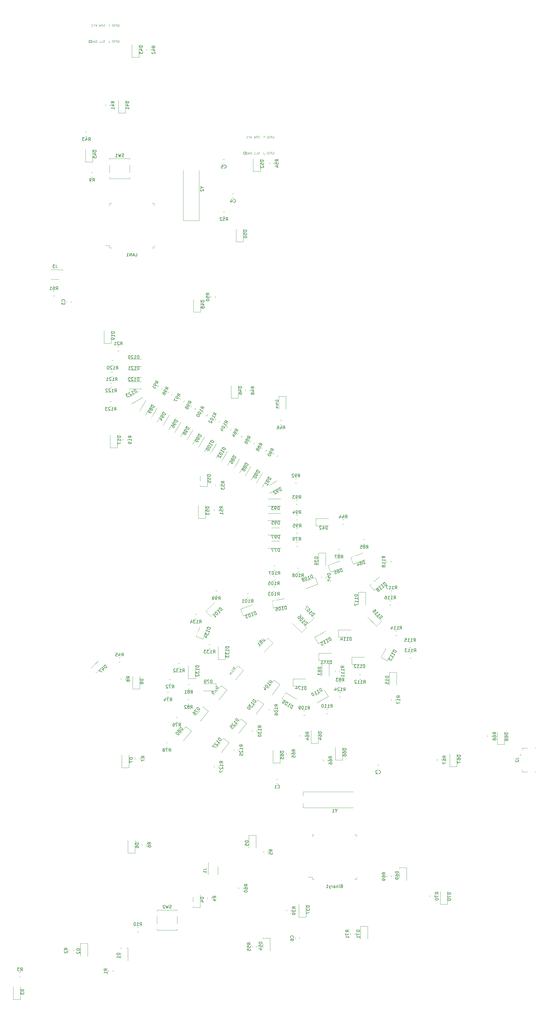
<source format=gbr>
G04 #@! TF.GenerationSoftware,KiCad,Pcbnew,(5.1.2)-1*
G04 #@! TF.CreationDate,2019-10-13T15:48:12+01:00*
G04 #@! TF.ProjectId,asdf,61736466-2e6b-4696-9361-645f70636258,rev?*
G04 #@! TF.SameCoordinates,Original*
G04 #@! TF.FileFunction,Legend,Bot*
G04 #@! TF.FilePolarity,Positive*
%FSLAX46Y46*%
G04 Gerber Fmt 4.6, Leading zero omitted, Abs format (unit mm)*
G04 Created by KiCad (PCBNEW (5.1.2)-1) date 2019-10-13 15:48:12*
%MOMM*%
%LPD*%
G04 APERTURE LIST*
%ADD10C,0.120000*%
%ADD11C,0.150000*%
%ADD12C,0.100000*%
%ADD13C,0.010000*%
%ADD14R,1.850000X1.550000*%
%ADD15O,2.300000X1.450000*%
%ADD16R,2.300000X2.150000*%
%ADD17R,1.800000X0.800000*%
%ADD18O,2.100000X2.100000*%
%ADD19R,3.200000X1.400000*%
%ADD20C,1.550000*%
%ADD21C,0.700000*%
%ADD22C,1.825000*%
%ADD23R,0.900000X2.400000*%
%ADD24R,2.400000X0.900000*%
%ADD25R,8.275000X2.400000*%
%ADD26R,2.400000X8.275000*%
G04 APERTURE END LIST*
D10*
X87633000Y-74478100D02*
X88023000Y-74478100D01*
X87633000Y-74478100D02*
X87633000Y-74928100D01*
X88333000Y-80048100D02*
X88333000Y-79398100D01*
X90063000Y-80048100D02*
X88333000Y-80048100D01*
X92633000Y-72428100D02*
X92423000Y-72428100D01*
X92633000Y-80048100D02*
X92423000Y-80048100D01*
X90063000Y-72428100D02*
X88333000Y-72428100D01*
X88333000Y-72428100D02*
X88333000Y-73088100D01*
D11*
X-49490000Y153200000D02*
G75*
G03X-49490000Y153200000I-400000J0D01*
G01*
X0Y117540000D02*
G75*
G03X0Y117540000I-400000J0D01*
G01*
D10*
X-28460000Y-128620000D02*
X-28460000Y-126220000D01*
X-28460000Y-130630000D02*
X-28460000Y-130220000D01*
X-22040000Y-130630000D02*
X-28460000Y-130630000D01*
X-22040000Y-130220000D02*
X-22040000Y-130630000D01*
X-22040000Y-126220000D02*
X-22040000Y-128620000D01*
X-22040000Y-124210000D02*
X-22040000Y-124490000D01*
X-28460000Y-124210000D02*
X-22040000Y-124210000D01*
X-28460000Y-124620000D02*
X-28460000Y-124210000D01*
X-43640000Y111390000D02*
X-43640000Y113790000D01*
X-43640000Y109380000D02*
X-43640000Y109790000D01*
X-37220000Y109380000D02*
X-43640000Y109380000D01*
X-37220000Y109790000D02*
X-37220000Y109380000D01*
X-37220000Y113790000D02*
X-37220000Y111390000D01*
X-37220000Y115800000D02*
X-37220000Y115520000D01*
X-43640000Y115800000D02*
X-37220000Y115800000D01*
X-43640000Y115390000D02*
X-43640000Y115800000D01*
X-34358748Y-131120000D02*
X-34881252Y-131120000D01*
X-34358748Y-129700000D02*
X-34881252Y-129700000D01*
X-49521252Y111330000D02*
X-48998748Y111330000D01*
X-49521252Y109910000D02*
X-48998748Y109910000D01*
X-43670000Y88030000D02*
X-44960000Y88030000D01*
X-29450000Y101550000D02*
X-29450000Y100850000D01*
X-30150000Y101550000D02*
X-29450000Y101550000D01*
X-43670000Y101550000D02*
X-43670000Y100850000D01*
X-42970000Y101550000D02*
X-43670000Y101550000D01*
X-29450000Y87330000D02*
X-29450000Y88030000D01*
X-30150000Y87330000D02*
X-29450000Y87330000D01*
X-43670000Y87330000D02*
X-43670000Y88030000D01*
X-42970000Y87330000D02*
X-43670000Y87330000D01*
X21860200Y-114399600D02*
X21160200Y-114399600D01*
X21160200Y-114399600D02*
X21160200Y-113699600D01*
X34680200Y-114399600D02*
X35380200Y-114399600D01*
X35380200Y-114399600D02*
X35380200Y-113699600D01*
X21860200Y-100179600D02*
X21160200Y-100179600D01*
X21160200Y-100179600D02*
X21160200Y-100879600D01*
X34680200Y-100179600D02*
X35380200Y-100179600D01*
X35380200Y-100179600D02*
X35380200Y-100879600D01*
X21160200Y-113699600D02*
X19870200Y-113699600D01*
X-40124000Y-140334800D02*
X-40124000Y-136274800D01*
X-40124000Y-136274800D02*
X-37854000Y-136274800D01*
X-37854000Y-136274800D02*
X-37854000Y-140334800D01*
X-52925600Y-138912400D02*
X-52925600Y-134852400D01*
X-52925600Y-134852400D02*
X-50655600Y-134852400D01*
X-50655600Y-134852400D02*
X-50655600Y-138912400D01*
X-74464800Y-152751800D02*
X-74464800Y-148691800D01*
X-72194800Y-152751800D02*
X-74464800Y-152751800D01*
X-72194800Y-148691800D02*
X-72194800Y-152751800D01*
X-17010000Y-123313200D02*
X-17010000Y-119253200D01*
X-14740000Y-123313200D02*
X-17010000Y-123313200D01*
X-14740000Y-119253200D02*
X-14740000Y-123313200D01*
X3192400Y-100359200D02*
X3192400Y-104419200D01*
X922400Y-100359200D02*
X3192400Y-100359200D01*
X922400Y-104419200D02*
X922400Y-100359200D01*
X-35517200Y-101930400D02*
X-35517200Y-105990400D01*
X-35517200Y-105990400D02*
X-37787200Y-105990400D01*
X-37787200Y-105990400D02*
X-37787200Y-101930400D01*
X-39743000Y-78736200D02*
X-39743000Y-74676200D01*
X-37473000Y-78736200D02*
X-39743000Y-78736200D01*
X-37473000Y-74676200D02*
X-37473000Y-78736200D01*
X-34018600Y-49555600D02*
X-34018600Y-53615600D01*
X-34018600Y-53615600D02*
X-36288600Y-53615600D01*
X-36288600Y-53615600D02*
X-36288600Y-49555600D01*
X45824520Y-52328880D02*
X45824520Y-48268880D01*
X45824520Y-48268880D02*
X48094520Y-48268880D01*
X48094520Y-48268880D02*
X48094520Y-52328880D01*
X-43489500Y23503880D02*
X-43489500Y27563880D01*
X-41219500Y23503880D02*
X-43489500Y23503880D01*
X-41219500Y27563880D02*
X-41219500Y23503880D01*
X-43175300Y60868360D02*
X-43175300Y56808360D01*
X-43175300Y56808360D02*
X-45445300Y56808360D01*
X-45445300Y56808360D02*
X-45445300Y60868360D01*
X19143600Y-122428200D02*
X19143600Y-126488200D01*
X19143600Y-126488200D02*
X16873600Y-126488200D01*
X16873600Y-126488200D02*
X16873600Y-122428200D01*
X25447880Y-10184120D02*
X25447880Y-14244120D01*
X23177880Y-10184120D02*
X25447880Y-10184120D01*
X23177880Y-14244120D02*
X23177880Y-10184120D01*
X-40850440Y130407400D02*
X-40850440Y134467400D01*
X-38580440Y130407400D02*
X-40850440Y130407400D01*
X-38580440Y134467400D02*
X-38580440Y130407400D01*
X26359920Y-1434720D02*
X22299920Y-1434720D01*
X22299920Y-1434720D02*
X22299920Y835280D01*
X22299920Y835280D02*
X26359920Y835280D01*
X-34231960Y152227080D02*
X-34231960Y148167080D01*
X-34231960Y148167080D02*
X-36501960Y148167080D01*
X-36501960Y148167080D02*
X-36501960Y152227080D01*
X12747880Y39858960D02*
X12747880Y35798960D01*
X10477880Y39858960D02*
X12747880Y39858960D01*
X10477880Y35798960D02*
X10477880Y39858960D01*
X-49063020Y118836240D02*
X-49063020Y114776240D01*
X-49063020Y114776240D02*
X-51333020Y114776240D01*
X-51333020Y114776240D02*
X-51333020Y118836240D01*
X-4797680Y39292520D02*
X-4797680Y43352520D01*
X-2527680Y39292520D02*
X-4797680Y39292520D01*
X-2527680Y43352520D02*
X-2527680Y39292520D01*
X-49516809Y-46847416D02*
X-46645955Y-43976563D01*
X-47911676Y-48452549D02*
X-49516809Y-46847416D01*
X-45040823Y-45581695D02*
X-47911676Y-48452549D01*
X-14516480Y70881040D02*
X-14516480Y66821040D01*
X-14516480Y66821040D02*
X-16786480Y66821040D01*
X-16786480Y66821040D02*
X-16786480Y70881040D01*
X-3197480Y89289880D02*
X-3197480Y93349880D01*
X-927480Y89289880D02*
X-3197480Y89289880D01*
X-927480Y93349880D02*
X-927480Y89289880D01*
X2222880Y111667280D02*
X2222880Y115727280D01*
X4492880Y111667280D02*
X2222880Y111667280D01*
X4492880Y115727280D02*
X4492880Y111667280D01*
X-15249780Y918200D02*
X-15249780Y4978200D01*
X-12979780Y918200D02*
X-15249780Y918200D01*
X-12979780Y4978200D02*
X-12979780Y918200D01*
X5342000Y-137261400D02*
X5342000Y-133201400D01*
X5342000Y-133201400D02*
X7612000Y-133201400D01*
X7612000Y-133201400D02*
X7612000Y-137261400D01*
X-12446380Y15191540D02*
X-12446380Y11131540D01*
X-12446380Y11131540D02*
X-14716380Y11131540D01*
X-14716380Y11131540D02*
X-14716380Y15191540D01*
X20780120Y-70948560D02*
X20780120Y-66888560D01*
X23050120Y-70948560D02*
X20780120Y-70948560D01*
X23050120Y-66888560D02*
X23050120Y-70948560D01*
X8613520Y-77166480D02*
X8613520Y-73106480D01*
X10883520Y-77166480D02*
X8613520Y-77166480D01*
X10883520Y-73106480D02*
X10883520Y-77166480D01*
X28595700Y-76285100D02*
X28595700Y-72225100D01*
X30865700Y-76285100D02*
X28595700Y-76285100D01*
X30865700Y-72225100D02*
X30865700Y-76285100D01*
X65184400Y-78406000D02*
X65184400Y-74346000D01*
X67454400Y-78406000D02*
X65184400Y-78406000D01*
X67454400Y-74346000D02*
X67454400Y-78406000D01*
X82643600Y-67234000D02*
X82643600Y-71294000D01*
X82643600Y-71294000D02*
X80373600Y-71294000D01*
X80373600Y-71294000D02*
X80373600Y-67234000D01*
X51300000Y-110646200D02*
X51300000Y-114706200D01*
X49030000Y-110646200D02*
X51300000Y-110646200D01*
X49030000Y-114706200D02*
X49030000Y-110646200D01*
X62085600Y-122322600D02*
X62085600Y-118262600D01*
X64355600Y-122322600D02*
X62085600Y-122322600D01*
X64355600Y-118262600D02*
X64355600Y-122322600D01*
X38879400Y-129391400D02*
X38879400Y-133451400D01*
X36609400Y-129391400D02*
X38879400Y-129391400D01*
X36609400Y-133451400D02*
X36609400Y-129391400D01*
X-861442Y-47615635D02*
X-3471160Y-50725775D01*
X-2600363Y-46156507D02*
X-861442Y-47615635D01*
X-5210081Y-49266647D02*
X-2600363Y-46156507D01*
X-10521221Y-55565847D02*
X-7911503Y-52455707D01*
X-7911503Y-52455707D02*
X-6172582Y-53914835D01*
X-6172582Y-53914835D02*
X-8782300Y-57024975D01*
X-12045062Y-60678855D02*
X-14654780Y-63788995D01*
X-13783983Y-59219727D02*
X-12045062Y-60678855D01*
X-16393701Y-62329867D02*
X-13783983Y-59219727D01*
X7040000Y-6315000D02*
X11100000Y-6315000D01*
X7040000Y-8585000D02*
X7040000Y-6315000D01*
X11100000Y-8585000D02*
X7040000Y-8585000D01*
X-13690400Y-51900200D02*
X-9630400Y-51900200D01*
X-9630400Y-51900200D02*
X-9630400Y-54170200D01*
X-9630400Y-54170200D02*
X-13690400Y-54170200D01*
X-21869941Y-68728127D02*
X-19260223Y-65617987D01*
X-19260223Y-65617987D02*
X-17521302Y-67077115D01*
X-17521302Y-67077115D02*
X-20131020Y-70187255D01*
X8612649Y-38941084D02*
X5741795Y-41811937D01*
X7007516Y-37335951D02*
X8612649Y-38941084D01*
X4136663Y-40206805D02*
X7007516Y-37335951D01*
X24239600Y-49428200D02*
X24239600Y-45368200D01*
X24239600Y-45368200D02*
X26509600Y-45368200D01*
X26509600Y-45368200D02*
X26509600Y-49428200D01*
X33444363Y-11560418D02*
X37259515Y-10171817D01*
X34220749Y-13693521D02*
X33444363Y-11560418D01*
X38035901Y-12304919D02*
X34220749Y-13693521D01*
X26230763Y-14110578D02*
X30045915Y-12721977D01*
X27007149Y-16243681D02*
X26230763Y-14110578D01*
X30822301Y-14855079D02*
X27007149Y-16243681D01*
X-3937061Y21358141D02*
X-5967061Y17842078D01*
X-5967061Y17842078D02*
X-7932939Y18977078D01*
X-7932939Y18977078D02*
X-5902939Y22493141D01*
X-47061Y19008141D02*
X-2077061Y15492078D01*
X-2077061Y15492078D02*
X-4042939Y16627078D01*
X-4042939Y16627078D02*
X-2012939Y20143141D01*
X-30077061Y37488141D02*
X-32107061Y33972078D01*
X-32107061Y33972078D02*
X-34072939Y35107078D01*
X-34072939Y35107078D02*
X-32042939Y38623141D01*
X3612939Y16668141D02*
X1582939Y13152078D01*
X1582939Y13152078D02*
X-382939Y14287078D01*
X-382939Y14287078D02*
X1647061Y17803141D01*
X3270811Y12105291D02*
X5300811Y15621354D01*
X5236689Y10970291D02*
X3270811Y12105291D01*
X7266689Y14486354D02*
X5236689Y10970291D01*
X6452078Y10962939D02*
X9968141Y12992939D01*
X7587078Y8997061D02*
X6452078Y10962939D01*
X11103141Y11027061D02*
X7587078Y8997061D01*
X6970000Y7095000D02*
X11030000Y7095000D01*
X6970000Y4825000D02*
X6970000Y7095000D01*
X11030000Y4825000D02*
X6970000Y4825000D01*
X-30462939Y32807078D02*
X-28432939Y36323141D01*
X-28497061Y31672078D02*
X-30462939Y32807078D01*
X-26467061Y35188141D02*
X-28497061Y31672078D01*
X11070000Y165000D02*
X7010000Y165000D01*
X7010000Y165000D02*
X7010000Y2435000D01*
X7010000Y2435000D02*
X11070000Y2435000D01*
X-26622939Y30467078D02*
X-24592939Y33983141D01*
X-24657061Y29332078D02*
X-26622939Y30467078D01*
X-22627061Y32848141D02*
X-24657061Y29332078D01*
X11100000Y-4355000D02*
X7040000Y-4355000D01*
X7040000Y-4355000D02*
X7040000Y-2085000D01*
X7040000Y-2085000D02*
X11100000Y-2085000D01*
X-18897061Y30548141D02*
X-20927061Y27032078D01*
X-20927061Y27032078D02*
X-22892939Y28167078D01*
X-22892939Y28167078D02*
X-20862939Y31683141D01*
X-19002939Y25827078D02*
X-16972939Y29343141D01*
X-17037061Y24692078D02*
X-19002939Y25827078D01*
X-15007061Y28208141D02*
X-17037061Y24692078D01*
X-11257061Y25908141D02*
X-13287061Y22392078D01*
X-13287061Y22392078D02*
X-15252939Y23527078D01*
X-15252939Y23527078D02*
X-13222939Y27043141D01*
X-8429263Y-27534995D02*
X-11300116Y-30405849D01*
X-11300116Y-30405849D02*
X-12905249Y-28800716D01*
X-12905249Y-28800716D02*
X-10034395Y-25929863D01*
X-7547061Y23658141D02*
X-9577061Y20142078D01*
X-9577061Y20142078D02*
X-11542939Y21277078D01*
X-11542939Y21277078D02*
X-9512939Y24793141D01*
X-1734637Y-28045018D02*
X2080515Y-26656417D01*
X-958251Y-30178121D02*
X-1734637Y-28045018D01*
X2856901Y-28789519D02*
X-958251Y-30178121D01*
X10751136Y-52172717D02*
X8307767Y-55415177D01*
X8938234Y-50806597D02*
X10751136Y-52172717D01*
X6494865Y-54049057D02*
X8938234Y-50806597D01*
X12694783Y-26976520D02*
X8696464Y-27681531D01*
X8696464Y-27681531D02*
X8302282Y-25446018D01*
X8302282Y-25446018D02*
X12300602Y-24741006D01*
X17726316Y-35536649D02*
X14855463Y-32665795D01*
X19331449Y-33931516D02*
X17726316Y-35536649D01*
X16460595Y-31060663D02*
X19331449Y-33931516D01*
X20012316Y-32590249D02*
X17141463Y-29719395D01*
X21617449Y-30985116D02*
X20012316Y-32590249D01*
X18746595Y-28114263D02*
X21617449Y-30985116D01*
X18328299Y-19380681D02*
X22143451Y-17992079D01*
X22143451Y-17992079D02*
X22919837Y-20125182D01*
X22919837Y-20125182D02*
X19104685Y-21513783D01*
X15016741Y-58780539D02*
X11500678Y-56750539D01*
X11500678Y-56750539D02*
X12635678Y-54784661D01*
X12635678Y-54784661D02*
X16151741Y-56814661D01*
X26243722Y-55937739D02*
X22727659Y-57967739D01*
X25108722Y-53971861D02*
X26243722Y-55937739D01*
X21592659Y-56001861D02*
X25108722Y-53971861D01*
X27279400Y-44442000D02*
X23219400Y-44442000D01*
X23219400Y-44442000D02*
X23219400Y-42172000D01*
X23219400Y-42172000D02*
X27279400Y-42172000D01*
X37896600Y-45712000D02*
X33836600Y-45712000D01*
X33836600Y-45712000D02*
X33836600Y-43442000D01*
X33836600Y-43442000D02*
X37896600Y-43442000D01*
X47096539Y-41066459D02*
X45066539Y-44582522D01*
X45066539Y-44582522D02*
X43100661Y-43447522D01*
X43100661Y-43447522D02*
X45130661Y-39931459D01*
X33578600Y-36974400D02*
X29518600Y-36974400D01*
X29518600Y-36974400D02*
X29518600Y-34704400D01*
X29518600Y-34704400D02*
X33578600Y-34704400D01*
X21965478Y-37102461D02*
X25481541Y-35072461D01*
X23100478Y-39068339D02*
X21965478Y-37102461D01*
X26616541Y-37038339D02*
X23100478Y-39068339D01*
X40463595Y-29003263D02*
X43334449Y-31874116D01*
X43334449Y-31874116D02*
X41729316Y-33479249D01*
X41729316Y-33479249D02*
X38858463Y-30608395D01*
X38244400Y-22686000D02*
X38244400Y-26746000D01*
X35974400Y-22686000D02*
X38244400Y-22686000D01*
X35974400Y-26746000D02*
X35974400Y-22686000D01*
X44119235Y-19500600D02*
X41009095Y-22110318D01*
X41009095Y-22110318D02*
X39549967Y-20371397D01*
X39549967Y-20371397D02*
X42660107Y-17761679D01*
X-37540000Y51725000D02*
X-33480000Y51725000D01*
X-33480000Y51725000D02*
X-33480000Y49455000D01*
X-33480000Y49455000D02*
X-37540000Y49455000D01*
X-37530000Y48225000D02*
X-33470000Y48225000D01*
X-33470000Y48225000D02*
X-33470000Y45955000D01*
X-33470000Y45955000D02*
X-37530000Y45955000D01*
X-37570000Y44555000D02*
X-33510000Y44555000D01*
X-33510000Y44555000D02*
X-33510000Y42285000D01*
X-33510000Y42285000D02*
X-37570000Y42285000D01*
X-33103865Y39540811D02*
X-36619928Y37510811D01*
X-34238865Y41506689D02*
X-33103865Y39540811D01*
X-37754928Y39476689D02*
X-34238865Y41506689D01*
X19100600Y-52671600D02*
X15040600Y-52671600D01*
X15040600Y-52671600D02*
X15040600Y-50401600D01*
X15040600Y-50401600D02*
X19100600Y-50401600D01*
X-4127415Y-66352817D02*
X-1684046Y-63110357D01*
X-1684046Y-63110357D02*
X128856Y-64476477D01*
X128856Y-64476477D02*
X-2314513Y-67718937D01*
X-5446444Y-70679157D02*
X-7889813Y-73921617D01*
X-7259346Y-69313037D02*
X-5446444Y-70679157D01*
X-9702715Y-72555497D02*
X-7259346Y-69313037D01*
X1348825Y-60284757D02*
X3792194Y-57042297D01*
X3792194Y-57042297D02*
X5605096Y-58408417D01*
X5605096Y-58408417D02*
X3161727Y-61650877D01*
X-18483200Y-50262800D02*
X-18483200Y-46202800D01*
X-16213200Y-50262800D02*
X-18483200Y-50262800D01*
X-16213200Y-46202800D02*
X-16213200Y-50262800D01*
X-6637400Y-40106800D02*
X-6637400Y-44166800D01*
X-6637400Y-44166800D02*
X-8907400Y-44166800D01*
X-8907400Y-44166800D02*
X-8907400Y-40106800D01*
X-15954121Y-36848451D02*
X-14565519Y-33033299D01*
X-13821018Y-37624837D02*
X-15954121Y-36848451D01*
X-12432417Y-33809685D02*
X-13821018Y-37624837D01*
X-42546200Y-143451948D02*
X-42546200Y-143974452D01*
X-43966200Y-143451948D02*
X-43966200Y-143974452D01*
X-56666200Y-136873348D02*
X-56666200Y-137395852D01*
X-55246200Y-136873348D02*
X-55246200Y-137395852D01*
X-72103348Y-145540800D02*
X-72625852Y-145540800D01*
X-72103348Y-144120800D02*
X-72625852Y-144120800D01*
X-10999400Y-120758852D02*
X-10999400Y-120236348D01*
X-12419400Y-120758852D02*
X-12419400Y-120236348D01*
X7010000Y-105921252D02*
X7010000Y-105398748D01*
X5590000Y-105921252D02*
X5590000Y-105398748D01*
X-33298200Y-103613852D02*
X-33298200Y-103091348D01*
X-31878200Y-103613852D02*
X-31878200Y-103091348D01*
X-33910200Y-76080252D02*
X-33910200Y-75557748D01*
X-35330200Y-76080252D02*
X-35330200Y-75557748D01*
X-38609200Y-50629452D02*
X-38609200Y-50106948D01*
X-40029200Y-50629452D02*
X-40029200Y-50106948D01*
X47847320Y-57294412D02*
X47847320Y-56771908D01*
X46427320Y-57294412D02*
X46427320Y-56771908D01*
X-38020000Y25738748D02*
X-38020000Y26261252D01*
X-39440000Y25738748D02*
X-39440000Y26261252D01*
X-40608748Y55800000D02*
X-41131252Y55800000D01*
X-40608748Y54380000D02*
X-41131252Y54380000D01*
X14375200Y-124645052D02*
X14375200Y-124122548D01*
X12955200Y-124645052D02*
X12955200Y-124122548D01*
X24090000Y-18171252D02*
X24090000Y-17648748D01*
X25510000Y-18171252D02*
X25510000Y-17648748D01*
X-44956800Y132606148D02*
X-44956800Y133128652D01*
X-43536800Y132606148D02*
X-43536800Y133128652D01*
X-30481200Y150279468D02*
X-30481200Y150801972D01*
X-31901200Y150279468D02*
X-31901200Y150801972D01*
X-51348272Y124339420D02*
X-50825768Y124339420D01*
X-51348272Y122919420D02*
X-50825768Y122919420D01*
X31325452Y496640D02*
X30802948Y496640D01*
X31325452Y-923360D02*
X30802948Y-923360D01*
X-40228888Y-43602840D02*
X-40751392Y-43602840D01*
X-40228888Y-45022840D02*
X-40751392Y-45022840D01*
X10909668Y32246640D02*
X11432172Y32246640D01*
X10909668Y30826640D02*
X11432172Y30826640D01*
X-196920Y41491268D02*
X-196920Y42013772D01*
X1223080Y41491268D02*
X1223080Y42013772D01*
X-11296720Y71853692D02*
X-11296720Y71331188D01*
X-9876720Y71853692D02*
X-9876720Y71331188D01*
X-8784520Y3205848D02*
X-8784520Y3728352D01*
X-10204520Y3205848D02*
X-10204520Y3728352D01*
X-7345312Y97400040D02*
X-6822808Y97400040D01*
X-7345312Y98820040D02*
X-6822808Y98820040D01*
X-8342560Y11199228D02*
X-8342560Y11721732D01*
X-9762560Y11199228D02*
X-9762560Y11721732D01*
X7529760Y114043828D02*
X7529760Y114566332D01*
X8949760Y114043828D02*
X8949760Y114566332D01*
X1855400Y-135654148D02*
X1855400Y-136176652D01*
X3275400Y-135654148D02*
X3275400Y-136176652D01*
X17298600Y-68841252D02*
X17298600Y-68318748D01*
X18718600Y-68841252D02*
X18718600Y-68318748D01*
X14278680Y-74434332D02*
X14278680Y-73911828D01*
X12858680Y-74434332D02*
X12858680Y-73911828D01*
X24669680Y-76654292D02*
X24669680Y-76131788D01*
X26089680Y-76654292D02*
X26089680Y-76131788D01*
X62508200Y-76473952D02*
X62508200Y-75951448D01*
X61088200Y-76473952D02*
X61088200Y-75951448D01*
X78586400Y-68917452D02*
X78586400Y-68394948D01*
X77166400Y-68917452D02*
X77166400Y-68394948D01*
X46430000Y-113200548D02*
X46430000Y-113723052D01*
X45010000Y-113200548D02*
X45010000Y-113723052D01*
X58700600Y-120022252D02*
X58700600Y-119499748D01*
X60120600Y-120022252D02*
X60120600Y-119499748D01*
X33376800Y-131590148D02*
X33376800Y-132112652D01*
X34796800Y-131590148D02*
X34796800Y-132112652D01*
X-24594452Y-51916400D02*
X-24071948Y-51916400D01*
X-24594452Y-50496400D02*
X-24071948Y-50496400D01*
X-25247232Y-54623900D02*
X-24724728Y-54623900D01*
X-25247232Y-56043900D02*
X-24724728Y-56043900D01*
X-22443072Y-64093160D02*
X-21920568Y-64093160D01*
X-22443072Y-62673160D02*
X-21920568Y-62673160D01*
X-25610452Y-72211000D02*
X-25087948Y-72211000D01*
X-25610452Y-70791000D02*
X-25087948Y-70791000D01*
X16517252Y-8048060D02*
X15994748Y-8048060D01*
X16517252Y-6628060D02*
X15994748Y-6628060D01*
X-18600052Y-53592800D02*
X-18077548Y-53592800D01*
X-18600052Y-52172800D02*
X-18077548Y-52172800D01*
X-18701652Y-58418800D02*
X-18179148Y-58418800D01*
X-18701652Y-56998800D02*
X-18179148Y-56998800D01*
X30360252Y-53008600D02*
X29837748Y-53008600D01*
X30360252Y-51588600D02*
X29837748Y-51588600D01*
X-2534252Y27971251D02*
X-2795504Y27518749D01*
X-1304496Y27261251D02*
X-1565748Y26808749D01*
X37533948Y-5868600D02*
X38056452Y-5868600D01*
X37533948Y-7288600D02*
X38056452Y-7288600D01*
X2645504Y25001251D02*
X2384252Y24548749D01*
X1415748Y25711251D02*
X1154496Y25258749D01*
X29431348Y-10412800D02*
X29953852Y-10412800D01*
X29431348Y-8992800D02*
X29953852Y-8992800D01*
X6445504Y22751251D02*
X6184252Y22298749D01*
X5215748Y23461251D02*
X4954496Y23008749D01*
X8885748Y21761251D02*
X8624496Y21308749D01*
X10115504Y21051251D02*
X9854252Y20598749D01*
X-26804496Y42611251D02*
X-27065748Y42158749D01*
X-28034252Y43321251D02*
X-28295504Y42868749D01*
X16220072Y13585260D02*
X15697568Y13585260D01*
X16220072Y12165260D02*
X15697568Y12165260D01*
X16484232Y5304720D02*
X15961728Y5304720D01*
X16484232Y6724720D02*
X15961728Y6724720D01*
X16517252Y455860D02*
X15994748Y455860D01*
X16517252Y1875860D02*
X15994748Y1875860D01*
X16583292Y-2381180D02*
X16060788Y-2381180D01*
X16583292Y-3801180D02*
X16060788Y-3801180D01*
X-23564496Y40641251D02*
X-23825748Y40188749D01*
X-24794252Y41351251D02*
X-25055504Y40898749D01*
X-20994252Y39241251D02*
X-21255504Y38788749D01*
X-19764496Y38531251D02*
X-20025748Y38078749D01*
X-17464252Y36841251D02*
X-17725504Y36388749D01*
X-16234496Y36131251D02*
X-16495748Y35678749D01*
X-9760852Y-23697000D02*
X-9238348Y-23697000D01*
X-9760852Y-22277000D02*
X-9238348Y-22277000D01*
X-12434496Y34021251D02*
X-12695748Y33568749D01*
X-13664252Y34731251D02*
X-13925504Y34278749D01*
X246748Y-24560600D02*
X769252Y-24560600D01*
X246748Y-23140600D02*
X769252Y-23140600D01*
X-8484496Y32051251D02*
X-8745748Y31598749D01*
X-9714252Y32761251D02*
X-9975504Y32308749D01*
X8628748Y-22325400D02*
X9151252Y-22325400D01*
X8628748Y-20905400D02*
X9151252Y-20905400D01*
X-6054252Y30221251D02*
X-6315504Y29768749D01*
X-4824496Y29511251D02*
X-5085748Y29058749D01*
X8628748Y-18921800D02*
X9151252Y-18921800D01*
X8628748Y-17501800D02*
X9151252Y-17501800D01*
X7324020Y-60510052D02*
X7324020Y-59987548D01*
X8744020Y-60510052D02*
X8744020Y-59987548D01*
X8831948Y-14225200D02*
X9354452Y-14225200D01*
X8831948Y-15645200D02*
X9354452Y-15645200D01*
X16375748Y-14936400D02*
X16898252Y-14936400D01*
X16375748Y-16356400D02*
X16898252Y-16356400D01*
X18879452Y-61974800D02*
X18356948Y-61974800D01*
X18879452Y-60554800D02*
X18356948Y-60554800D01*
X26143852Y-61416000D02*
X25621348Y-61416000D01*
X26143852Y-59996000D02*
X25621348Y-59996000D01*
X28525400Y-48241852D02*
X28525400Y-47719348D01*
X29945400Y-48241852D02*
X29945400Y-47719348D01*
X36187748Y-48997800D02*
X36710252Y-48997800D01*
X36187748Y-50417800D02*
X36710252Y-50417800D01*
X52839252Y-43661400D02*
X52316748Y-43661400D01*
X52839252Y-42241400D02*
X52316748Y-42241400D01*
X48318052Y-36447800D02*
X47795548Y-36447800D01*
X48318052Y-35027800D02*
X47795548Y-35027800D01*
X52737652Y-38888600D02*
X52215148Y-38888600D01*
X52737652Y-40308600D02*
X52215148Y-40308600D01*
X46387652Y-25350400D02*
X45865148Y-25350400D01*
X46387652Y-26770400D02*
X45865148Y-26770400D01*
X46743252Y-22150000D02*
X46220748Y-22150000D01*
X46743252Y-23570000D02*
X46220748Y-23570000D01*
X44959200Y-12641948D02*
X44959200Y-13164452D01*
X46379200Y-12641948D02*
X46379200Y-13164452D01*
X-42951032Y51339820D02*
X-42428528Y51339820D01*
X-42951032Y49919820D02*
X-42428528Y49919820D01*
X-43215192Y46257140D02*
X-42692688Y46257140D01*
X-43215192Y47677140D02*
X-42692688Y47677140D01*
X-43443792Y42663040D02*
X-42921288Y42663040D01*
X-43443792Y44083040D02*
X-42921288Y44083040D01*
X-43542852Y38177540D02*
X-43020348Y38177540D01*
X-43542852Y36757540D02*
X-43020348Y36757540D01*
X30309452Y-56107400D02*
X29786948Y-56107400D01*
X30309452Y-54687400D02*
X29786948Y-54687400D01*
X-2437060Y-73375152D02*
X-2437060Y-72852648D01*
X-3857060Y-73375152D02*
X-3857060Y-72852648D01*
X-8804840Y-78686292D02*
X-8804840Y-78163788D01*
X-10224840Y-78686292D02*
X-10224840Y-78163788D01*
X2012880Y-67307092D02*
X2012880Y-66784588D01*
X3432880Y-67307092D02*
X3432880Y-66784588D01*
X-21749652Y-45365600D02*
X-21227148Y-45365600D01*
X-21749652Y-46785600D02*
X-21227148Y-46785600D01*
X-11945252Y-39320400D02*
X-11422748Y-39320400D01*
X-11945252Y-40740400D02*
X-11422748Y-40740400D01*
X-16339452Y-29744600D02*
X-15816948Y-29744600D01*
X-16339452Y-31164600D02*
X-15816948Y-31164600D01*
X9690468Y-83884840D02*
X10212972Y-83884840D01*
X9690468Y-82464840D02*
X10212972Y-82464840D01*
X41930688Y-79267120D02*
X42453192Y-79267120D01*
X41930688Y-77847120D02*
X42453192Y-77847120D01*
X-56040000Y70301252D02*
X-56040000Y69778748D01*
X-57460000Y70301252D02*
X-57460000Y69778748D01*
X-4452252Y104606160D02*
X-3929748Y104606160D01*
X-4452252Y103186160D02*
X-3929748Y103186160D01*
X-7396112Y115566260D02*
X-6873608Y115566260D01*
X-7396112Y114146260D02*
X-6873608Y114146260D01*
X15660000Y-132948748D02*
X15660000Y-133471252D01*
X17080000Y-132948748D02*
X17080000Y-133471252D01*
X-9091960Y-112848080D02*
X-9041960Y-112848080D01*
X-9091960Y-110428080D02*
X-9041960Y-110428080D01*
X-12161960Y-112848080D02*
X-12111960Y-112848080D01*
X-12161960Y-110428080D02*
X-12111960Y-110428080D01*
X-12111960Y-109048080D02*
X-12111960Y-110428080D01*
X-9041960Y-110428080D02*
X-9041960Y-112848080D01*
X-12161960Y-110428080D02*
X-12161960Y-112848080D01*
X-59887160Y80363500D02*
X-62307160Y80363500D01*
X-59887160Y77243500D02*
X-62307160Y77243500D01*
X-58507160Y80313500D02*
X-59887160Y80313500D01*
X-59887160Y80363500D02*
X-59887160Y80313500D01*
X-62307160Y80363500D02*
X-62307160Y80313500D01*
X-59887160Y77293500D02*
X-59887160Y77243500D01*
X-62307160Y77293500D02*
X-62307160Y77243500D01*
X-2378780Y-117482252D02*
X-2378780Y-116959748D01*
X-958780Y-117482252D02*
X-958780Y-116959748D01*
X-61242308Y73422580D02*
X-61764812Y73422580D01*
X-61242308Y72002580D02*
X-61764812Y72002580D01*
X18261240Y-86398260D02*
X34236240Y-86398260D01*
X18261240Y-91498260D02*
X18261240Y-86398260D01*
X34236240Y-91498260D02*
X18261240Y-91498260D01*
X-15039500Y112028820D02*
X-15039500Y96053820D01*
X-15039500Y96053820D02*
X-20139500Y96053820D01*
X-20139500Y96053820D02*
X-20139500Y112028820D01*
D11*
X86195380Y-75904766D02*
X86909666Y-75904766D01*
X87052523Y-75857147D01*
X87147761Y-75761909D01*
X87195380Y-75619052D01*
X87195380Y-75523814D01*
X86290619Y-76333338D02*
X86243000Y-76380957D01*
X86195380Y-76476195D01*
X86195380Y-76714290D01*
X86243000Y-76809528D01*
X86290619Y-76857147D01*
X86385857Y-76904766D01*
X86481095Y-76904766D01*
X86623952Y-76857147D01*
X87195380Y-76285719D01*
X87195380Y-76904766D01*
D12*
X-40970000Y153550000D02*
X-40903333Y153583333D01*
X-40803333Y153583333D01*
X-40703333Y153550000D01*
X-40636666Y153483333D01*
X-40603333Y153416666D01*
X-40570000Y153283333D01*
X-40570000Y153183333D01*
X-40603333Y153050000D01*
X-40636666Y152983333D01*
X-40703333Y152916666D01*
X-40803333Y152883333D01*
X-40870000Y152883333D01*
X-40970000Y152916666D01*
X-41003333Y152950000D01*
X-41003333Y153183333D01*
X-40870000Y153183333D01*
X-41303333Y152883333D02*
X-41303333Y153583333D01*
X-41570000Y153583333D01*
X-41636666Y153550000D01*
X-41670000Y153516666D01*
X-41703333Y153450000D01*
X-41703333Y153350000D01*
X-41670000Y153283333D01*
X-41636666Y153250000D01*
X-41570000Y153216666D01*
X-41303333Y153216666D01*
X-42003333Y152883333D02*
X-42003333Y153583333D01*
X-42470000Y153583333D02*
X-42603333Y153583333D01*
X-42670000Y153550000D01*
X-42736666Y153483333D01*
X-42770000Y153350000D01*
X-42770000Y153116666D01*
X-42736666Y152983333D01*
X-42670000Y152916666D01*
X-42603333Y152883333D01*
X-42470000Y152883333D01*
X-42403333Y152916666D01*
X-42336666Y152983333D01*
X-42303333Y153116666D01*
X-42303333Y153350000D01*
X-42336666Y153483333D01*
X-42403333Y153550000D01*
X-42470000Y153583333D01*
X-43570000Y153516666D02*
X-43603333Y153550000D01*
X-43670000Y153583333D01*
X-43836666Y153583333D01*
X-43903333Y153550000D01*
X-43936666Y153516666D01*
X-43970000Y153450000D01*
X-43970000Y153383333D01*
X-43936666Y153283333D01*
X-43536666Y152883333D01*
X-43970000Y152883333D01*
X-40970000Y158630000D02*
X-40903333Y158663333D01*
X-40803333Y158663333D01*
X-40703333Y158630000D01*
X-40636666Y158563333D01*
X-40603333Y158496666D01*
X-40570000Y158363333D01*
X-40570000Y158263333D01*
X-40603333Y158130000D01*
X-40636666Y158063333D01*
X-40703333Y157996666D01*
X-40803333Y157963333D01*
X-40870000Y157963333D01*
X-40970000Y157996666D01*
X-41003333Y158030000D01*
X-41003333Y158263333D01*
X-40870000Y158263333D01*
X-41303333Y157963333D02*
X-41303333Y158663333D01*
X-41570000Y158663333D01*
X-41636666Y158630000D01*
X-41670000Y158596666D01*
X-41703333Y158530000D01*
X-41703333Y158430000D01*
X-41670000Y158363333D01*
X-41636666Y158330000D01*
X-41570000Y158296666D01*
X-41303333Y158296666D01*
X-42003333Y157963333D02*
X-42003333Y158663333D01*
X-42470000Y158663333D02*
X-42603333Y158663333D01*
X-42670000Y158630000D01*
X-42736666Y158563333D01*
X-42770000Y158430000D01*
X-42770000Y158196666D01*
X-42736666Y158063333D01*
X-42670000Y157996666D01*
X-42603333Y157963333D01*
X-42470000Y157963333D01*
X-42403333Y157996666D01*
X-42336666Y158063333D01*
X-42303333Y158196666D01*
X-42303333Y158430000D01*
X-42336666Y158563333D01*
X-42403333Y158630000D01*
X-42470000Y158663333D01*
X-43970000Y157963333D02*
X-43570000Y157963333D01*
X-43770000Y157963333D02*
X-43770000Y158663333D01*
X-43703333Y158563333D01*
X-43636666Y158496666D01*
X-43570000Y158463333D01*
X-47686666Y158663333D02*
X-47920000Y157963333D01*
X-48153333Y158663333D01*
X-48786666Y158030000D02*
X-48753333Y157996666D01*
X-48653333Y157963333D01*
X-48586666Y157963333D01*
X-48486666Y157996666D01*
X-48420000Y158063333D01*
X-48386666Y158130000D01*
X-48353333Y158263333D01*
X-48353333Y158363333D01*
X-48386666Y158496666D01*
X-48420000Y158563333D01*
X-48486666Y158630000D01*
X-48586666Y158663333D01*
X-48653333Y158663333D01*
X-48753333Y158630000D01*
X-48786666Y158596666D01*
X-49486666Y158030000D02*
X-49453333Y157996666D01*
X-49353333Y157963333D01*
X-49286666Y157963333D01*
X-49186666Y157996666D01*
X-49120000Y158063333D01*
X-49086666Y158130000D01*
X-49053333Y158263333D01*
X-49053333Y158363333D01*
X-49086666Y158496666D01*
X-49120000Y158563333D01*
X-49186666Y158630000D01*
X-49286666Y158663333D01*
X-49353333Y158663333D01*
X-49453333Y158630000D01*
X-49486666Y158596666D01*
X-48086666Y153550000D02*
X-48020000Y153583333D01*
X-47920000Y153583333D01*
X-47820000Y153550000D01*
X-47753333Y153483333D01*
X-47720000Y153416666D01*
X-47686666Y153283333D01*
X-47686666Y153183333D01*
X-47720000Y153050000D01*
X-47753333Y152983333D01*
X-47820000Y152916666D01*
X-47920000Y152883333D01*
X-47986666Y152883333D01*
X-48086666Y152916666D01*
X-48120000Y152950000D01*
X-48120000Y153183333D01*
X-47986666Y153183333D01*
X-48420000Y152883333D02*
X-48420000Y153583333D01*
X-48820000Y152883333D01*
X-48820000Y153583333D01*
X-49153333Y152883333D02*
X-49153333Y153583333D01*
X-49320000Y153583333D01*
X-49420000Y153550000D01*
X-49486666Y153483333D01*
X-49520000Y153416666D01*
X-49553333Y153283333D01*
X-49553333Y153183333D01*
X-49520000Y153050000D01*
X-49486666Y152983333D01*
X-49420000Y152916666D01*
X-49320000Y152883333D01*
X-49153333Y152883333D01*
X-45246666Y152916666D02*
X-45346666Y152883333D01*
X-45513333Y152883333D01*
X-45580000Y152916666D01*
X-45613333Y152950000D01*
X-45646666Y153016666D01*
X-45646666Y153083333D01*
X-45613333Y153150000D01*
X-45580000Y153183333D01*
X-45513333Y153216666D01*
X-45380000Y153250000D01*
X-45313333Y153283333D01*
X-45280000Y153316666D01*
X-45246666Y153383333D01*
X-45246666Y153450000D01*
X-45280000Y153516666D01*
X-45313333Y153550000D01*
X-45380000Y153583333D01*
X-45546666Y153583333D01*
X-45646666Y153550000D01*
X-46346666Y152950000D02*
X-46313333Y152916666D01*
X-46213333Y152883333D01*
X-46146666Y152883333D01*
X-46046666Y152916666D01*
X-45980000Y152983333D01*
X-45946666Y153050000D01*
X-45913333Y153183333D01*
X-45913333Y153283333D01*
X-45946666Y153416666D01*
X-45980000Y153483333D01*
X-46046666Y153550000D01*
X-46146666Y153583333D01*
X-46213333Y153583333D01*
X-46313333Y153550000D01*
X-46346666Y153516666D01*
X-46980000Y152883333D02*
X-46646666Y152883333D01*
X-46646666Y153583333D01*
X-45230000Y157996666D02*
X-45330000Y157963333D01*
X-45496666Y157963333D01*
X-45563333Y157996666D01*
X-45596666Y158030000D01*
X-45630000Y158096666D01*
X-45630000Y158163333D01*
X-45596666Y158230000D01*
X-45563333Y158263333D01*
X-45496666Y158296666D01*
X-45363333Y158330000D01*
X-45296666Y158363333D01*
X-45263333Y158396666D01*
X-45230000Y158463333D01*
X-45230000Y158530000D01*
X-45263333Y158596666D01*
X-45296666Y158630000D01*
X-45363333Y158663333D01*
X-45530000Y158663333D01*
X-45630000Y158630000D01*
X-45930000Y157963333D02*
X-45930000Y158663333D01*
X-46096666Y158663333D01*
X-46196666Y158630000D01*
X-46263333Y158563333D01*
X-46296666Y158496666D01*
X-46330000Y158363333D01*
X-46330000Y158263333D01*
X-46296666Y158130000D01*
X-46263333Y158063333D01*
X-46196666Y157996666D01*
X-46096666Y157963333D01*
X-45930000Y157963333D01*
X-46596666Y158163333D02*
X-46930000Y158163333D01*
X-46530000Y157963333D02*
X-46763333Y158663333D01*
X-46996666Y157963333D01*
X8520000Y117890000D02*
X8586666Y117923333D01*
X8686666Y117923333D01*
X8786666Y117890000D01*
X8853333Y117823333D01*
X8886666Y117756666D01*
X8920000Y117623333D01*
X8920000Y117523333D01*
X8886666Y117390000D01*
X8853333Y117323333D01*
X8786666Y117256666D01*
X8686666Y117223333D01*
X8620000Y117223333D01*
X8520000Y117256666D01*
X8486666Y117290000D01*
X8486666Y117523333D01*
X8620000Y117523333D01*
X8186666Y117223333D02*
X8186666Y117923333D01*
X7920000Y117923333D01*
X7853333Y117890000D01*
X7820000Y117856666D01*
X7786666Y117790000D01*
X7786666Y117690000D01*
X7820000Y117623333D01*
X7853333Y117590000D01*
X7920000Y117556666D01*
X8186666Y117556666D01*
X7486666Y117223333D02*
X7486666Y117923333D01*
X7020000Y117923333D02*
X6886666Y117923333D01*
X6820000Y117890000D01*
X6753333Y117823333D01*
X6720000Y117690000D01*
X6720000Y117456666D01*
X6753333Y117323333D01*
X6820000Y117256666D01*
X6886666Y117223333D01*
X7020000Y117223333D01*
X7086666Y117256666D01*
X7153333Y117323333D01*
X7186666Y117456666D01*
X7186666Y117690000D01*
X7153333Y117823333D01*
X7086666Y117890000D01*
X7020000Y117923333D01*
X5920000Y117856666D02*
X5886666Y117890000D01*
X5820000Y117923333D01*
X5653333Y117923333D01*
X5586666Y117890000D01*
X5553333Y117856666D01*
X5520000Y117790000D01*
X5520000Y117723333D01*
X5553333Y117623333D01*
X5953333Y117223333D01*
X5520000Y117223333D01*
X8520000Y122970000D02*
X8586666Y123003333D01*
X8686666Y123003333D01*
X8786666Y122970000D01*
X8853333Y122903333D01*
X8886666Y122836666D01*
X8920000Y122703333D01*
X8920000Y122603333D01*
X8886666Y122470000D01*
X8853333Y122403333D01*
X8786666Y122336666D01*
X8686666Y122303333D01*
X8620000Y122303333D01*
X8520000Y122336666D01*
X8486666Y122370000D01*
X8486666Y122603333D01*
X8620000Y122603333D01*
X8186666Y122303333D02*
X8186666Y123003333D01*
X7920000Y123003333D01*
X7853333Y122970000D01*
X7820000Y122936666D01*
X7786666Y122870000D01*
X7786666Y122770000D01*
X7820000Y122703333D01*
X7853333Y122670000D01*
X7920000Y122636666D01*
X8186666Y122636666D01*
X7486666Y122303333D02*
X7486666Y123003333D01*
X7020000Y123003333D02*
X6886666Y123003333D01*
X6820000Y122970000D01*
X6753333Y122903333D01*
X6720000Y122770000D01*
X6720000Y122536666D01*
X6753333Y122403333D01*
X6820000Y122336666D01*
X6886666Y122303333D01*
X7020000Y122303333D01*
X7086666Y122336666D01*
X7153333Y122403333D01*
X7186666Y122536666D01*
X7186666Y122770000D01*
X7153333Y122903333D01*
X7086666Y122970000D01*
X7020000Y123003333D01*
X5520000Y122303333D02*
X5920000Y122303333D01*
X5720000Y122303333D02*
X5720000Y123003333D01*
X5786666Y122903333D01*
X5853333Y122836666D01*
X5920000Y122803333D01*
X1803333Y123003333D02*
X1570000Y122303333D01*
X1336666Y123003333D01*
X703333Y122370000D02*
X736666Y122336666D01*
X836666Y122303333D01*
X903333Y122303333D01*
X1003333Y122336666D01*
X1070000Y122403333D01*
X1103333Y122470000D01*
X1136666Y122603333D01*
X1136666Y122703333D01*
X1103333Y122836666D01*
X1070000Y122903333D01*
X1003333Y122970000D01*
X903333Y123003333D01*
X836666Y123003333D01*
X736666Y122970000D01*
X703333Y122936666D01*
X3333Y122370000D02*
X36666Y122336666D01*
X136666Y122303333D01*
X203333Y122303333D01*
X303333Y122336666D01*
X370000Y122403333D01*
X403333Y122470000D01*
X436666Y122603333D01*
X436666Y122703333D01*
X403333Y122836666D01*
X370000Y122903333D01*
X303333Y122970000D01*
X203333Y123003333D01*
X136666Y123003333D01*
X36666Y122970000D01*
X3333Y122936666D01*
X1403333Y117890000D02*
X1470000Y117923333D01*
X1570000Y117923333D01*
X1670000Y117890000D01*
X1736666Y117823333D01*
X1769999Y117756666D01*
X1803333Y117623333D01*
X1803333Y117523333D01*
X1769999Y117390000D01*
X1736666Y117323333D01*
X1670000Y117256666D01*
X1570000Y117223333D01*
X1503333Y117223333D01*
X1403333Y117256666D01*
X1370000Y117290000D01*
X1370000Y117523333D01*
X1503333Y117523333D01*
X1070000Y117223333D02*
X1070000Y117923333D01*
X669999Y117223333D01*
X669999Y117923333D01*
X336666Y117223333D02*
X336666Y117923333D01*
X170000Y117923333D01*
X70000Y117890000D01*
X3333Y117823333D01*
X-30000Y117756666D01*
X-63333Y117623333D01*
X-63333Y117523333D01*
X-30000Y117390000D01*
X3333Y117323333D01*
X70000Y117256666D01*
X170000Y117223333D01*
X336666Y117223333D01*
X4243333Y117256666D02*
X4143333Y117223333D01*
X3976666Y117223333D01*
X3910000Y117256666D01*
X3876666Y117290000D01*
X3843333Y117356666D01*
X3843333Y117423333D01*
X3876666Y117490000D01*
X3910000Y117523333D01*
X3976666Y117556666D01*
X4110000Y117590000D01*
X4176666Y117623333D01*
X4210000Y117656666D01*
X4243333Y117723333D01*
X4243333Y117790000D01*
X4210000Y117856666D01*
X4176666Y117890000D01*
X4110000Y117923333D01*
X3943333Y117923333D01*
X3843333Y117890000D01*
X3143333Y117290000D02*
X3176666Y117256666D01*
X3276666Y117223333D01*
X3343333Y117223333D01*
X3443333Y117256666D01*
X3510000Y117323333D01*
X3543333Y117390000D01*
X3576666Y117523333D01*
X3576666Y117623333D01*
X3543333Y117756666D01*
X3510000Y117823333D01*
X3443333Y117890000D01*
X3343333Y117923333D01*
X3276666Y117923333D01*
X3176666Y117890000D01*
X3143333Y117856666D01*
X2510000Y117223333D02*
X2843333Y117223333D01*
X2843333Y117923333D01*
X4260000Y122336666D02*
X4160000Y122303333D01*
X3993333Y122303333D01*
X3926666Y122336666D01*
X3893333Y122370000D01*
X3860000Y122436666D01*
X3860000Y122503333D01*
X3893333Y122570000D01*
X3926666Y122603333D01*
X3993333Y122636666D01*
X4126666Y122670000D01*
X4193333Y122703333D01*
X4226666Y122736666D01*
X4260000Y122803333D01*
X4260000Y122870000D01*
X4226666Y122936666D01*
X4193333Y122970000D01*
X4126666Y123003333D01*
X3960000Y123003333D01*
X3860000Y122970000D01*
X3560000Y122303333D02*
X3560000Y123003333D01*
X3393333Y123003333D01*
X3293333Y122970000D01*
X3226666Y122903333D01*
X3193333Y122836666D01*
X3160000Y122703333D01*
X3160000Y122603333D01*
X3193333Y122470000D01*
X3226666Y122403333D01*
X3293333Y122336666D01*
X3393333Y122303333D01*
X3560000Y122303333D01*
X2893333Y122503333D02*
X2560000Y122503333D01*
X2960000Y122303333D02*
X2726666Y123003333D01*
X2493333Y122303333D01*
D11*
X-23916666Y-123584761D02*
X-24059523Y-123632380D01*
X-24297619Y-123632380D01*
X-24392857Y-123584761D01*
X-24440476Y-123537142D01*
X-24488095Y-123441904D01*
X-24488095Y-123346666D01*
X-24440476Y-123251428D01*
X-24392857Y-123203809D01*
X-24297619Y-123156190D01*
X-24107142Y-123108571D01*
X-24011904Y-123060952D01*
X-23964285Y-123013333D01*
X-23916666Y-122918095D01*
X-23916666Y-122822857D01*
X-23964285Y-122727619D01*
X-24011904Y-122680000D01*
X-24107142Y-122632380D01*
X-24345238Y-122632380D01*
X-24488095Y-122680000D01*
X-24821428Y-122632380D02*
X-25059523Y-123632380D01*
X-25250000Y-122918095D01*
X-25440476Y-123632380D01*
X-25678571Y-122632380D01*
X-26011904Y-122727619D02*
X-26059523Y-122680000D01*
X-26154761Y-122632380D01*
X-26392857Y-122632380D01*
X-26488095Y-122680000D01*
X-26535714Y-122727619D01*
X-26583333Y-122822857D01*
X-26583333Y-122918095D01*
X-26535714Y-123060952D01*
X-25964285Y-123632380D01*
X-26583333Y-123632380D01*
X-39096666Y116425238D02*
X-39239523Y116377619D01*
X-39477619Y116377619D01*
X-39572857Y116425238D01*
X-39620476Y116472857D01*
X-39668095Y116568095D01*
X-39668095Y116663333D01*
X-39620476Y116758571D01*
X-39572857Y116806190D01*
X-39477619Y116853809D01*
X-39287142Y116901428D01*
X-39191904Y116949047D01*
X-39144285Y116996666D01*
X-39096666Y117091904D01*
X-39096666Y117187142D01*
X-39144285Y117282380D01*
X-39191904Y117330000D01*
X-39287142Y117377619D01*
X-39525238Y117377619D01*
X-39668095Y117330000D01*
X-40001428Y117377619D02*
X-40239523Y116377619D01*
X-40430000Y117091904D01*
X-40620476Y116377619D01*
X-40858571Y117377619D01*
X-41763333Y116377619D02*
X-41191904Y116377619D01*
X-41477619Y116377619D02*
X-41477619Y117377619D01*
X-41382380Y117234761D01*
X-41287142Y117139523D01*
X-41191904Y117091904D01*
X-33977142Y-129212380D02*
X-33643809Y-128736190D01*
X-33405714Y-129212380D02*
X-33405714Y-128212380D01*
X-33786666Y-128212380D01*
X-33881904Y-128260000D01*
X-33929523Y-128307619D01*
X-33977142Y-128402857D01*
X-33977142Y-128545714D01*
X-33929523Y-128640952D01*
X-33881904Y-128688571D01*
X-33786666Y-128736190D01*
X-33405714Y-128736190D01*
X-34929523Y-129212380D02*
X-34358095Y-129212380D01*
X-34643809Y-129212380D02*
X-34643809Y-128212380D01*
X-34548571Y-128355238D01*
X-34453333Y-128450476D01*
X-34358095Y-128498095D01*
X-35548571Y-128212380D02*
X-35643809Y-128212380D01*
X-35739047Y-128260000D01*
X-35786666Y-128307619D01*
X-35834285Y-128402857D01*
X-35881904Y-128593333D01*
X-35881904Y-128831428D01*
X-35834285Y-129021904D01*
X-35786666Y-129117142D01*
X-35739047Y-129164761D01*
X-35643809Y-129212380D01*
X-35548571Y-129212380D01*
X-35453333Y-129164761D01*
X-35405714Y-129117142D01*
X-35358095Y-129021904D01*
X-35310476Y-128831428D01*
X-35310476Y-128593333D01*
X-35358095Y-128402857D01*
X-35405714Y-128307619D01*
X-35453333Y-128260000D01*
X-35548571Y-128212380D01*
X-49093333Y108517619D02*
X-48760000Y108993809D01*
X-48521904Y108517619D02*
X-48521904Y109517619D01*
X-48902857Y109517619D01*
X-48998095Y109470000D01*
X-49045714Y109422380D01*
X-49093333Y109327142D01*
X-49093333Y109184285D01*
X-49045714Y109089047D01*
X-48998095Y109041428D01*
X-48902857Y108993809D01*
X-48521904Y108993809D01*
X-49569523Y108517619D02*
X-49760000Y108517619D01*
X-49855238Y108565238D01*
X-49902857Y108612857D01*
X-49998095Y108755714D01*
X-50045714Y108946190D01*
X-50045714Y109327142D01*
X-49998095Y109422380D01*
X-49950476Y109470000D01*
X-49855238Y109517619D01*
X-49664761Y109517619D01*
X-49569523Y109470000D01*
X-49521904Y109422380D01*
X-49474285Y109327142D01*
X-49474285Y109089047D01*
X-49521904Y108993809D01*
X-49569523Y108946190D01*
X-49664761Y108898571D01*
X-49855238Y108898571D01*
X-49950476Y108946190D01*
X-49998095Y108993809D01*
X-50045714Y109089047D01*
X-35440952Y84637619D02*
X-34964761Y84637619D01*
X-34964761Y85637619D01*
X-35726666Y84923333D02*
X-36202857Y84923333D01*
X-35631428Y84637619D02*
X-35964761Y85637619D01*
X-36298095Y84637619D01*
X-36631428Y84637619D02*
X-36631428Y85637619D01*
X-37202857Y84637619D01*
X-37202857Y85637619D01*
X-38202857Y84637619D02*
X-37631428Y84637619D01*
X-37917142Y84637619D02*
X-37917142Y85637619D01*
X-37821904Y85494761D01*
X-37726666Y85399523D01*
X-37631428Y85351904D01*
X30508295Y-116568171D02*
X30365438Y-116615790D01*
X30317819Y-116663409D01*
X30270200Y-116758647D01*
X30270200Y-116901504D01*
X30317819Y-116996742D01*
X30365438Y-117044361D01*
X30460676Y-117091980D01*
X30841628Y-117091980D01*
X30841628Y-116091980D01*
X30508295Y-116091980D01*
X30413057Y-116139600D01*
X30365438Y-116187219D01*
X30317819Y-116282457D01*
X30317819Y-116377695D01*
X30365438Y-116472933D01*
X30413057Y-116520552D01*
X30508295Y-116568171D01*
X30841628Y-116568171D01*
X29841628Y-117091980D02*
X29841628Y-116425314D01*
X29841628Y-116091980D02*
X29889247Y-116139600D01*
X29841628Y-116187219D01*
X29794009Y-116139600D01*
X29841628Y-116091980D01*
X29841628Y-116187219D01*
X29365438Y-116425314D02*
X29365438Y-117091980D01*
X29365438Y-116520552D02*
X29317819Y-116472933D01*
X29222580Y-116425314D01*
X29079723Y-116425314D01*
X28984485Y-116472933D01*
X28936866Y-116568171D01*
X28936866Y-117091980D01*
X28032104Y-117091980D02*
X28032104Y-116568171D01*
X28079723Y-116472933D01*
X28174961Y-116425314D01*
X28365438Y-116425314D01*
X28460676Y-116472933D01*
X28032104Y-117044361D02*
X28127342Y-117091980D01*
X28365438Y-117091980D01*
X28460676Y-117044361D01*
X28508295Y-116949123D01*
X28508295Y-116853885D01*
X28460676Y-116758647D01*
X28365438Y-116711028D01*
X28127342Y-116711028D01*
X28032104Y-116663409D01*
X27555914Y-117091980D02*
X27555914Y-116425314D01*
X27555914Y-116615790D02*
X27508295Y-116520552D01*
X27460676Y-116472933D01*
X27365438Y-116425314D01*
X27270200Y-116425314D01*
X27032104Y-116425314D02*
X26794009Y-117091980D01*
X26555914Y-116425314D02*
X26794009Y-117091980D01*
X26889247Y-117330076D01*
X26936866Y-117377695D01*
X27032104Y-117425314D01*
X25651152Y-117091980D02*
X26222580Y-117091980D01*
X25936866Y-117091980D02*
X25936866Y-116091980D01*
X26032104Y-116234838D01*
X26127342Y-116330076D01*
X26222580Y-116377695D01*
X-40356619Y-137996704D02*
X-41356619Y-137996704D01*
X-41356619Y-138234800D01*
X-41309000Y-138377657D01*
X-41213761Y-138472895D01*
X-41118523Y-138520514D01*
X-40928047Y-138568133D01*
X-40785190Y-138568133D01*
X-40594714Y-138520514D01*
X-40499476Y-138472895D01*
X-40404238Y-138377657D01*
X-40356619Y-138234800D01*
X-40356619Y-137996704D01*
X-40356619Y-139520514D02*
X-40356619Y-138949085D01*
X-40356619Y-139234800D02*
X-41356619Y-139234800D01*
X-41213761Y-139139561D01*
X-41118523Y-139044323D01*
X-41070904Y-138949085D01*
X-53158219Y-136574304D02*
X-54158219Y-136574304D01*
X-54158219Y-136812400D01*
X-54110600Y-136955257D01*
X-54015361Y-137050495D01*
X-53920123Y-137098114D01*
X-53729647Y-137145733D01*
X-53586790Y-137145733D01*
X-53396314Y-137098114D01*
X-53301076Y-137050495D01*
X-53205838Y-136955257D01*
X-53158219Y-136812400D01*
X-53158219Y-136574304D01*
X-54062980Y-137526685D02*
X-54110600Y-137574304D01*
X-54158219Y-137669542D01*
X-54158219Y-137907638D01*
X-54110600Y-138002876D01*
X-54062980Y-138050495D01*
X-53967742Y-138098114D01*
X-53872504Y-138098114D01*
X-53729647Y-138050495D01*
X-53158219Y-137479066D01*
X-53158219Y-138098114D01*
X-71057419Y-149553704D02*
X-72057419Y-149553704D01*
X-72057419Y-149791800D01*
X-72009800Y-149934657D01*
X-71914561Y-150029895D01*
X-71819323Y-150077514D01*
X-71628847Y-150125133D01*
X-71485990Y-150125133D01*
X-71295514Y-150077514D01*
X-71200276Y-150029895D01*
X-71105038Y-149934657D01*
X-71057419Y-149791800D01*
X-71057419Y-149553704D01*
X-72057419Y-150458466D02*
X-72057419Y-151077514D01*
X-71676466Y-150744180D01*
X-71676466Y-150887038D01*
X-71628847Y-150982276D01*
X-71581228Y-151029895D01*
X-71485990Y-151077514D01*
X-71247895Y-151077514D01*
X-71152657Y-151029895D01*
X-71105038Y-150982276D01*
X-71057419Y-150887038D01*
X-71057419Y-150601323D01*
X-71105038Y-150506085D01*
X-71152657Y-150458466D01*
X-13602619Y-120115104D02*
X-14602619Y-120115104D01*
X-14602619Y-120353200D01*
X-14555000Y-120496057D01*
X-14459761Y-120591295D01*
X-14364523Y-120638914D01*
X-14174047Y-120686533D01*
X-14031190Y-120686533D01*
X-13840714Y-120638914D01*
X-13745476Y-120591295D01*
X-13650238Y-120496057D01*
X-13602619Y-120353200D01*
X-13602619Y-120115104D01*
X-14269285Y-121543676D02*
X-13602619Y-121543676D01*
X-14650238Y-121305580D02*
X-13935952Y-121067485D01*
X-13935952Y-121686533D01*
X689780Y-102081104D02*
X-310219Y-102081104D01*
X-310219Y-102319200D01*
X-262600Y-102462057D01*
X-167361Y-102557295D01*
X-72123Y-102604914D01*
X118352Y-102652533D01*
X261209Y-102652533D01*
X451685Y-102604914D01*
X546923Y-102557295D01*
X642161Y-102462057D01*
X689780Y-102319200D01*
X689780Y-102081104D01*
X-310219Y-103557295D02*
X-310219Y-103081104D01*
X165971Y-103033485D01*
X118352Y-103081104D01*
X70733Y-103176342D01*
X70733Y-103414438D01*
X118352Y-103509676D01*
X165971Y-103557295D01*
X261209Y-103604914D01*
X499304Y-103604914D01*
X594542Y-103557295D01*
X642161Y-103509676D01*
X689780Y-103414438D01*
X689780Y-103176342D01*
X642161Y-103081104D01*
X594542Y-103033485D01*
X-34379819Y-102792304D02*
X-35379819Y-102792304D01*
X-35379819Y-103030400D01*
X-35332200Y-103173257D01*
X-35236961Y-103268495D01*
X-35141723Y-103316114D01*
X-34951247Y-103363733D01*
X-34808390Y-103363733D01*
X-34617914Y-103316114D01*
X-34522676Y-103268495D01*
X-34427438Y-103173257D01*
X-34379819Y-103030400D01*
X-34379819Y-102792304D01*
X-35379819Y-104220876D02*
X-35379819Y-104030400D01*
X-35332200Y-103935161D01*
X-35284580Y-103887542D01*
X-35141723Y-103792304D01*
X-34951247Y-103744685D01*
X-34570295Y-103744685D01*
X-34475057Y-103792304D01*
X-34427438Y-103839923D01*
X-34379819Y-103935161D01*
X-34379819Y-104125638D01*
X-34427438Y-104220876D01*
X-34475057Y-104268495D01*
X-34570295Y-104316114D01*
X-34808390Y-104316114D01*
X-34903628Y-104268495D01*
X-34951247Y-104220876D01*
X-34998866Y-104125638D01*
X-34998866Y-103935161D01*
X-34951247Y-103839923D01*
X-34903628Y-103792304D01*
X-34808390Y-103744685D01*
X-36335619Y-75538104D02*
X-37335619Y-75538104D01*
X-37335619Y-75776200D01*
X-37288000Y-75919057D01*
X-37192761Y-76014295D01*
X-37097523Y-76061914D01*
X-36907047Y-76109533D01*
X-36764190Y-76109533D01*
X-36573714Y-76061914D01*
X-36478476Y-76014295D01*
X-36383238Y-75919057D01*
X-36335619Y-75776200D01*
X-36335619Y-75538104D01*
X-37335619Y-76442866D02*
X-37335619Y-77109533D01*
X-36335619Y-76680961D01*
X-32881219Y-50417504D02*
X-33881219Y-50417504D01*
X-33881219Y-50655600D01*
X-33833600Y-50798457D01*
X-33738361Y-50893695D01*
X-33643123Y-50941314D01*
X-33452647Y-50988933D01*
X-33309790Y-50988933D01*
X-33119314Y-50941314D01*
X-33024076Y-50893695D01*
X-32928838Y-50798457D01*
X-32881219Y-50655600D01*
X-32881219Y-50417504D01*
X-33452647Y-51560361D02*
X-33500266Y-51465123D01*
X-33547885Y-51417504D01*
X-33643123Y-51369885D01*
X-33690742Y-51369885D01*
X-33785980Y-51417504D01*
X-33833600Y-51465123D01*
X-33881219Y-51560361D01*
X-33881219Y-51750838D01*
X-33833600Y-51846076D01*
X-33785980Y-51893695D01*
X-33690742Y-51941314D01*
X-33643123Y-51941314D01*
X-33547885Y-51893695D01*
X-33500266Y-51846076D01*
X-33452647Y-51750838D01*
X-33452647Y-51560361D01*
X-33405028Y-51465123D01*
X-33357409Y-51417504D01*
X-33262171Y-51369885D01*
X-33071695Y-51369885D01*
X-32976457Y-51417504D01*
X-32928838Y-51465123D01*
X-32881219Y-51560361D01*
X-32881219Y-51750838D01*
X-32928838Y-51846076D01*
X-32976457Y-51893695D01*
X-33071695Y-51941314D01*
X-33262171Y-51941314D01*
X-33357409Y-51893695D01*
X-33405028Y-51846076D01*
X-33452647Y-51750838D01*
X45591900Y-49514594D02*
X44591900Y-49514594D01*
X44591900Y-49752689D01*
X44639520Y-49895546D01*
X44734758Y-49990784D01*
X44829996Y-50038403D01*
X45020472Y-50086022D01*
X45163329Y-50086022D01*
X45353805Y-50038403D01*
X45449043Y-49990784D01*
X45544281Y-49895546D01*
X45591900Y-49752689D01*
X45591900Y-49514594D01*
X45591900Y-51038403D02*
X45591900Y-50466975D01*
X45591900Y-50752689D02*
X44591900Y-50752689D01*
X44734758Y-50657451D01*
X44829996Y-50562213D01*
X44877615Y-50466975D01*
X44591900Y-51943165D02*
X44591900Y-51466975D01*
X45068091Y-51419356D01*
X45020472Y-51466975D01*
X44972853Y-51562213D01*
X44972853Y-51800308D01*
X45020472Y-51895546D01*
X45068091Y-51943165D01*
X45163329Y-51990784D01*
X45401424Y-51990784D01*
X45496662Y-51943165D01*
X45544281Y-51895546D01*
X45591900Y-51800308D01*
X45591900Y-51562213D01*
X45544281Y-51466975D01*
X45496662Y-51419356D01*
X-40082119Y27178165D02*
X-41082119Y27178165D01*
X-41082119Y26940070D01*
X-41034500Y26797213D01*
X-40939261Y26701975D01*
X-40844023Y26654356D01*
X-40653547Y26606737D01*
X-40510690Y26606737D01*
X-40320214Y26654356D01*
X-40224976Y26701975D01*
X-40129738Y26797213D01*
X-40082119Y26940070D01*
X-40082119Y27178165D01*
X-40082119Y25654356D02*
X-40082119Y26225784D01*
X-40082119Y25940070D02*
X-41082119Y25940070D01*
X-40939261Y26035308D01*
X-40844023Y26130546D01*
X-40796404Y26225784D01*
X-41082119Y25321022D02*
X-41082119Y24654356D01*
X-40082119Y25082927D01*
X-42037919Y60482645D02*
X-43037919Y60482645D01*
X-43037919Y60244550D01*
X-42990300Y60101693D01*
X-42895061Y60006455D01*
X-42799823Y59958836D01*
X-42609347Y59911217D01*
X-42466490Y59911217D01*
X-42276014Y59958836D01*
X-42180776Y60006455D01*
X-42085538Y60101693D01*
X-42037919Y60244550D01*
X-42037919Y60482645D01*
X-42037919Y58958836D02*
X-42037919Y59530264D01*
X-42037919Y59244550D02*
X-43037919Y59244550D01*
X-42895061Y59339788D01*
X-42799823Y59435026D01*
X-42752204Y59530264D01*
X-42037919Y58482645D02*
X-42037919Y58292169D01*
X-42085538Y58196931D01*
X-42133157Y58149312D01*
X-42276014Y58054074D01*
X-42466490Y58006455D01*
X-42847442Y58006455D01*
X-42942680Y58054074D01*
X-42990300Y58101693D01*
X-43037919Y58196931D01*
X-43037919Y58387407D01*
X-42990300Y58482645D01*
X-42942680Y58530264D01*
X-42847442Y58577883D01*
X-42609347Y58577883D01*
X-42514109Y58530264D01*
X-42466490Y58482645D01*
X-42418871Y58387407D01*
X-42418871Y58196931D01*
X-42466490Y58101693D01*
X-42514109Y58054074D01*
X-42609347Y58006455D01*
X20280980Y-122813914D02*
X19280980Y-122813914D01*
X19280980Y-123052009D01*
X19328600Y-123194866D01*
X19423838Y-123290104D01*
X19519076Y-123337723D01*
X19709552Y-123385342D01*
X19852409Y-123385342D01*
X20042885Y-123337723D01*
X20138123Y-123290104D01*
X20233361Y-123194866D01*
X20280980Y-123052009D01*
X20280980Y-122813914D01*
X19280980Y-123718676D02*
X19280980Y-124337723D01*
X19661933Y-124004390D01*
X19661933Y-124147247D01*
X19709552Y-124242485D01*
X19757171Y-124290104D01*
X19852409Y-124337723D01*
X20090504Y-124337723D01*
X20185742Y-124290104D01*
X20233361Y-124242485D01*
X20280980Y-124147247D01*
X20280980Y-123861533D01*
X20233361Y-123766295D01*
X20185742Y-123718676D01*
X19280980Y-124671057D02*
X19280980Y-125337723D01*
X20280980Y-124909152D01*
X22945260Y-11429834D02*
X21945260Y-11429834D01*
X21945260Y-11667929D01*
X21992880Y-11810786D01*
X22088118Y-11906024D01*
X22183356Y-11953643D01*
X22373832Y-12001262D01*
X22516689Y-12001262D01*
X22707165Y-11953643D01*
X22802403Y-11906024D01*
X22897641Y-11810786D01*
X22945260Y-11667929D01*
X22945260Y-11429834D01*
X21945260Y-12334596D02*
X21945260Y-12953643D01*
X22326213Y-12620310D01*
X22326213Y-12763167D01*
X22373832Y-12858405D01*
X22421451Y-12906024D01*
X22516689Y-12953643D01*
X22754784Y-12953643D01*
X22850022Y-12906024D01*
X22897641Y-12858405D01*
X22945260Y-12763167D01*
X22945260Y-12477453D01*
X22897641Y-12382215D01*
X22850022Y-12334596D01*
X22945260Y-13429834D02*
X22945260Y-13620310D01*
X22897641Y-13715548D01*
X22850022Y-13763167D01*
X22707165Y-13858405D01*
X22516689Y-13906024D01*
X22135737Y-13906024D01*
X22040499Y-13858405D01*
X21992880Y-13810786D01*
X21945260Y-13715548D01*
X21945260Y-13525072D01*
X21992880Y-13429834D01*
X22040499Y-13382215D01*
X22135737Y-13334596D01*
X22373832Y-13334596D01*
X22469070Y-13382215D01*
X22516689Y-13429834D01*
X22564308Y-13525072D01*
X22564308Y-13715548D01*
X22516689Y-13810786D01*
X22469070Y-13858405D01*
X22373832Y-13906024D01*
X-37443059Y134081685D02*
X-38443059Y134081685D01*
X-38443059Y133843590D01*
X-38395440Y133700733D01*
X-38300201Y133605495D01*
X-38204963Y133557876D01*
X-38014487Y133510257D01*
X-37871630Y133510257D01*
X-37681154Y133557876D01*
X-37585916Y133605495D01*
X-37490678Y133700733D01*
X-37443059Y133843590D01*
X-37443059Y134081685D01*
X-38109725Y132653114D02*
X-37443059Y132653114D01*
X-38490678Y132891209D02*
X-37776392Y133129304D01*
X-37776392Y132510257D01*
X-37443059Y131605495D02*
X-37443059Y132176923D01*
X-37443059Y131891209D02*
X-38443059Y131891209D01*
X-38300201Y131986447D01*
X-38204963Y132081685D01*
X-38157344Y132176923D01*
X25974205Y-2572100D02*
X25974205Y-1572100D01*
X25736110Y-1572100D01*
X25593253Y-1619720D01*
X25498015Y-1714958D01*
X25450396Y-1810196D01*
X25402777Y-2000672D01*
X25402777Y-2143529D01*
X25450396Y-2334005D01*
X25498015Y-2429243D01*
X25593253Y-2524481D01*
X25736110Y-2572100D01*
X25974205Y-2572100D01*
X24545634Y-1905434D02*
X24545634Y-2572100D01*
X24783729Y-1524481D02*
X25021824Y-2238767D01*
X24402777Y-2238767D01*
X24069443Y-1667339D02*
X24021824Y-1619720D01*
X23926586Y-1572100D01*
X23688491Y-1572100D01*
X23593253Y-1619720D01*
X23545634Y-1667339D01*
X23498015Y-1762577D01*
X23498015Y-1857815D01*
X23545634Y-2000672D01*
X24117062Y-2572100D01*
X23498015Y-2572100D01*
X-33094579Y151841365D02*
X-34094579Y151841365D01*
X-34094579Y151603270D01*
X-34046960Y151460413D01*
X-33951721Y151365175D01*
X-33856483Y151317556D01*
X-33666007Y151269937D01*
X-33523150Y151269937D01*
X-33332674Y151317556D01*
X-33237436Y151365175D01*
X-33142198Y151460413D01*
X-33094579Y151603270D01*
X-33094579Y151841365D01*
X-33761245Y150412794D02*
X-33094579Y150412794D01*
X-34142198Y150650889D02*
X-33427912Y150888984D01*
X-33427912Y150269937D01*
X-34094579Y149984222D02*
X-34094579Y149365175D01*
X-33713626Y149698508D01*
X-33713626Y149555651D01*
X-33666007Y149460413D01*
X-33618388Y149412794D01*
X-33523150Y149365175D01*
X-33285055Y149365175D01*
X-33189817Y149412794D01*
X-33142198Y149460413D01*
X-33094579Y149555651D01*
X-33094579Y149841365D01*
X-33142198Y149936603D01*
X-33189817Y149984222D01*
X10245260Y38613245D02*
X9245260Y38613245D01*
X9245260Y38375150D01*
X9292880Y38232293D01*
X9388118Y38137055D01*
X9483356Y38089436D01*
X9673832Y38041817D01*
X9816689Y38041817D01*
X10007165Y38089436D01*
X10102403Y38137055D01*
X10197641Y38232293D01*
X10245260Y38375150D01*
X10245260Y38613245D01*
X9578594Y37184674D02*
X10245260Y37184674D01*
X9197641Y37422769D02*
X9911927Y37660864D01*
X9911927Y37041817D01*
X9578594Y36232293D02*
X10245260Y36232293D01*
X9197641Y36470388D02*
X9911927Y36708483D01*
X9911927Y36089436D01*
X-47925639Y118450525D02*
X-48925639Y118450525D01*
X-48925639Y118212430D01*
X-48878020Y118069573D01*
X-48782781Y117974335D01*
X-48687543Y117926716D01*
X-48497067Y117879097D01*
X-48354210Y117879097D01*
X-48163734Y117926716D01*
X-48068496Y117974335D01*
X-47973258Y118069573D01*
X-47925639Y118212430D01*
X-47925639Y118450525D01*
X-48592305Y117021954D02*
X-47925639Y117021954D01*
X-48973258Y117260049D02*
X-48258972Y117498144D01*
X-48258972Y116879097D01*
X-48925639Y116021954D02*
X-48925639Y116498144D01*
X-48449448Y116545763D01*
X-48497067Y116498144D01*
X-48544686Y116402906D01*
X-48544686Y116164811D01*
X-48497067Y116069573D01*
X-48449448Y116021954D01*
X-48354210Y115974335D01*
X-48116115Y115974335D01*
X-48020877Y116021954D01*
X-47973258Y116069573D01*
X-47925639Y116164811D01*
X-47925639Y116402906D01*
X-47973258Y116498144D01*
X-48020877Y116545763D01*
X-1390299Y42966805D02*
X-2390299Y42966805D01*
X-2390299Y42728710D01*
X-2342680Y42585853D01*
X-2247441Y42490615D01*
X-2152203Y42442996D01*
X-1961727Y42395377D01*
X-1818870Y42395377D01*
X-1628394Y42442996D01*
X-1533156Y42490615D01*
X-1437918Y42585853D01*
X-1390299Y42728710D01*
X-1390299Y42966805D01*
X-2056965Y41538234D02*
X-1390299Y41538234D01*
X-2437918Y41776329D02*
X-1723632Y42014424D01*
X-1723632Y41395377D01*
X-2390299Y40585853D02*
X-2390299Y40776329D01*
X-2342680Y40871567D01*
X-2295060Y40919186D01*
X-2152203Y41014424D01*
X-1961727Y41062043D01*
X-1580775Y41062043D01*
X-1485537Y41014424D01*
X-1437918Y40966805D01*
X-1390299Y40871567D01*
X-1390299Y40681091D01*
X-1437918Y40585853D01*
X-1485537Y40538234D01*
X-1580775Y40490615D01*
X-1818870Y40490615D01*
X-1914108Y40538234D01*
X-1961727Y40585853D01*
X-2009346Y40681091D01*
X-2009346Y40871567D01*
X-1961727Y40966805D01*
X-1914108Y41014424D01*
X-1818870Y41062043D01*
X-44509314Y-46658685D02*
X-45216421Y-45951579D01*
X-45384780Y-46119937D01*
X-45452123Y-46254624D01*
X-45452123Y-46389311D01*
X-45418451Y-46490327D01*
X-45317436Y-46658685D01*
X-45216421Y-46759701D01*
X-45048062Y-46860716D01*
X-44947047Y-46894388D01*
X-44812360Y-46894388D01*
X-44677673Y-46827044D01*
X-44509314Y-46658685D01*
X-45990871Y-47197434D02*
X-45519467Y-47668838D01*
X-46091887Y-46759701D02*
X-45418451Y-47096418D01*
X-45856184Y-47534151D01*
X-46529619Y-47264777D02*
X-47001024Y-47736182D01*
X-45990871Y-48140243D01*
X-13379099Y70495325D02*
X-14379099Y70495325D01*
X-14379099Y70257230D01*
X-14331480Y70114373D01*
X-14236241Y70019135D01*
X-14141003Y69971516D01*
X-13950527Y69923897D01*
X-13807670Y69923897D01*
X-13617194Y69971516D01*
X-13521956Y70019135D01*
X-13426718Y70114373D01*
X-13379099Y70257230D01*
X-13379099Y70495325D01*
X-14045765Y69066754D02*
X-13379099Y69066754D01*
X-14426718Y69304849D02*
X-13712432Y69542944D01*
X-13712432Y68923897D01*
X-13950527Y68400087D02*
X-13998146Y68495325D01*
X-14045765Y68542944D01*
X-14141003Y68590563D01*
X-14188622Y68590563D01*
X-14283860Y68542944D01*
X-14331480Y68495325D01*
X-14379099Y68400087D01*
X-14379099Y68209611D01*
X-14331480Y68114373D01*
X-14283860Y68066754D01*
X-14188622Y68019135D01*
X-14141003Y68019135D01*
X-14045765Y68066754D01*
X-13998146Y68114373D01*
X-13950527Y68209611D01*
X-13950527Y68400087D01*
X-13902908Y68495325D01*
X-13855289Y68542944D01*
X-13760051Y68590563D01*
X-13569575Y68590563D01*
X-13474337Y68542944D01*
X-13426718Y68495325D01*
X-13379099Y68400087D01*
X-13379099Y68209611D01*
X-13426718Y68114373D01*
X-13474337Y68066754D01*
X-13569575Y68019135D01*
X-13760051Y68019135D01*
X-13855289Y68066754D01*
X-13902908Y68114373D01*
X-13950527Y68209611D01*
X209900Y92964165D02*
X-790099Y92964165D01*
X-790099Y92726070D01*
X-742480Y92583213D01*
X-647241Y92487975D01*
X-552003Y92440356D01*
X-361527Y92392737D01*
X-218670Y92392737D01*
X-28194Y92440356D01*
X67043Y92487975D01*
X162281Y92583213D01*
X209900Y92726070D01*
X209900Y92964165D01*
X-790099Y91487975D02*
X-790099Y91964165D01*
X-313908Y92011784D01*
X-361527Y91964165D01*
X-409146Y91868927D01*
X-409146Y91630832D01*
X-361527Y91535594D01*
X-313908Y91487975D01*
X-218670Y91440356D01*
X19424Y91440356D01*
X114662Y91487975D01*
X162281Y91535594D01*
X209900Y91630832D01*
X209900Y91868927D01*
X162281Y91964165D01*
X114662Y92011784D01*
X-790099Y90821308D02*
X-790099Y90726070D01*
X-742480Y90630832D01*
X-694860Y90583213D01*
X-599622Y90535594D01*
X-409146Y90487975D01*
X-171051Y90487975D01*
X19424Y90535594D01*
X114662Y90583213D01*
X162281Y90630832D01*
X209900Y90726070D01*
X209900Y90821308D01*
X162281Y90916546D01*
X114662Y90964165D01*
X19424Y91011784D01*
X-171051Y91059403D01*
X-409146Y91059403D01*
X-599622Y91011784D01*
X-694860Y90964165D01*
X-742480Y90916546D01*
X-790099Y90821308D01*
X5630260Y115341565D02*
X4630260Y115341565D01*
X4630260Y115103470D01*
X4677880Y114960613D01*
X4773118Y114865375D01*
X4868356Y114817756D01*
X5058832Y114770137D01*
X5201689Y114770137D01*
X5392165Y114817756D01*
X5487403Y114865375D01*
X5582641Y114960613D01*
X5630260Y115103470D01*
X5630260Y115341565D01*
X4630260Y113865375D02*
X4630260Y114341565D01*
X5106451Y114389184D01*
X5058832Y114341565D01*
X5011213Y114246327D01*
X5011213Y114008232D01*
X5058832Y113912994D01*
X5106451Y113865375D01*
X5201689Y113817756D01*
X5439784Y113817756D01*
X5535022Y113865375D01*
X5582641Y113912994D01*
X5630260Y114008232D01*
X5630260Y114246327D01*
X5582641Y114341565D01*
X5535022Y114389184D01*
X4725499Y113436803D02*
X4677880Y113389184D01*
X4630260Y113293946D01*
X4630260Y113055851D01*
X4677880Y112960613D01*
X4725499Y112912994D01*
X4820737Y112865375D01*
X4915975Y112865375D01*
X5058832Y112912994D01*
X5630260Y113484422D01*
X5630260Y112865375D01*
X-11842399Y4592485D02*
X-12842399Y4592485D01*
X-12842399Y4354390D01*
X-12794780Y4211533D01*
X-12699541Y4116295D01*
X-12604303Y4068676D01*
X-12413827Y4021057D01*
X-12270970Y4021057D01*
X-12080494Y4068676D01*
X-11985256Y4116295D01*
X-11890018Y4211533D01*
X-11842399Y4354390D01*
X-11842399Y4592485D01*
X-12842399Y3116295D02*
X-12842399Y3592485D01*
X-12366208Y3640104D01*
X-12413827Y3592485D01*
X-12461446Y3497247D01*
X-12461446Y3259152D01*
X-12413827Y3163914D01*
X-12366208Y3116295D01*
X-12270970Y3068676D01*
X-12032875Y3068676D01*
X-11937637Y3116295D01*
X-11890018Y3163914D01*
X-11842399Y3259152D01*
X-11842399Y3497247D01*
X-11890018Y3592485D01*
X-11937637Y3640104D01*
X-12842399Y2735342D02*
X-12842399Y2116295D01*
X-12461446Y2449628D01*
X-12461446Y2306771D01*
X-12413827Y2211533D01*
X-12366208Y2163914D01*
X-12270970Y2116295D01*
X-12032875Y2116295D01*
X-11937637Y2163914D01*
X-11890018Y2211533D01*
X-11842399Y2306771D01*
X-11842399Y2592485D01*
X-11890018Y2687723D01*
X-11937637Y2735342D01*
X5109380Y-134447114D02*
X4109380Y-134447114D01*
X4109380Y-134685209D01*
X4157000Y-134828066D01*
X4252238Y-134923304D01*
X4347476Y-134970923D01*
X4537952Y-135018542D01*
X4680809Y-135018542D01*
X4871285Y-134970923D01*
X4966523Y-134923304D01*
X5061761Y-134828066D01*
X5109380Y-134685209D01*
X5109380Y-134447114D01*
X4109380Y-135923304D02*
X4109380Y-135447114D01*
X4585571Y-135399495D01*
X4537952Y-135447114D01*
X4490333Y-135542352D01*
X4490333Y-135780447D01*
X4537952Y-135875685D01*
X4585571Y-135923304D01*
X4680809Y-135970923D01*
X4918904Y-135970923D01*
X5014142Y-135923304D01*
X5061761Y-135875685D01*
X5109380Y-135780447D01*
X5109380Y-135542352D01*
X5061761Y-135447114D01*
X5014142Y-135399495D01*
X4442714Y-136828066D02*
X5109380Y-136828066D01*
X4061761Y-136589971D02*
X4776047Y-136351876D01*
X4776047Y-136970923D01*
X-11308999Y14805825D02*
X-12308999Y14805825D01*
X-12308999Y14567730D01*
X-12261380Y14424873D01*
X-12166141Y14329635D01*
X-12070903Y14282016D01*
X-11880427Y14234397D01*
X-11737570Y14234397D01*
X-11547094Y14282016D01*
X-11451856Y14329635D01*
X-11356618Y14424873D01*
X-11308999Y14567730D01*
X-11308999Y14805825D01*
X-12308999Y13329635D02*
X-12308999Y13805825D01*
X-11832808Y13853444D01*
X-11880427Y13805825D01*
X-11928046Y13710587D01*
X-11928046Y13472492D01*
X-11880427Y13377254D01*
X-11832808Y13329635D01*
X-11737570Y13282016D01*
X-11499475Y13282016D01*
X-11404237Y13329635D01*
X-11356618Y13377254D01*
X-11308999Y13472492D01*
X-11308999Y13710587D01*
X-11356618Y13805825D01*
X-11404237Y13853444D01*
X-12308999Y12377254D02*
X-12308999Y12853444D01*
X-11832808Y12901063D01*
X-11880427Y12853444D01*
X-11928046Y12758206D01*
X-11928046Y12520111D01*
X-11880427Y12424873D01*
X-11832808Y12377254D01*
X-11737570Y12329635D01*
X-11499475Y12329635D01*
X-11404237Y12377254D01*
X-11356618Y12424873D01*
X-11308999Y12520111D01*
X-11308999Y12758206D01*
X-11356618Y12853444D01*
X-11404237Y12901063D01*
X24187500Y-67274274D02*
X23187500Y-67274274D01*
X23187500Y-67512369D01*
X23235120Y-67655226D01*
X23330358Y-67750464D01*
X23425596Y-67798083D01*
X23616072Y-67845702D01*
X23758929Y-67845702D01*
X23949405Y-67798083D01*
X24044643Y-67750464D01*
X24139881Y-67655226D01*
X24187500Y-67512369D01*
X24187500Y-67274274D01*
X23187500Y-68702845D02*
X23187500Y-68512369D01*
X23235120Y-68417131D01*
X23282739Y-68369512D01*
X23425596Y-68274274D01*
X23616072Y-68226655D01*
X23997024Y-68226655D01*
X24092262Y-68274274D01*
X24139881Y-68321893D01*
X24187500Y-68417131D01*
X24187500Y-68607607D01*
X24139881Y-68702845D01*
X24092262Y-68750464D01*
X23997024Y-68798083D01*
X23758929Y-68798083D01*
X23663691Y-68750464D01*
X23616072Y-68702845D01*
X23568453Y-68607607D01*
X23568453Y-68417131D01*
X23616072Y-68321893D01*
X23663691Y-68274274D01*
X23758929Y-68226655D01*
X23520834Y-69655226D02*
X24187500Y-69655226D01*
X23139881Y-69417131D02*
X23854167Y-69179036D01*
X23854167Y-69798083D01*
X12020900Y-73492194D02*
X11020900Y-73492194D01*
X11020900Y-73730289D01*
X11068520Y-73873146D01*
X11163758Y-73968384D01*
X11258996Y-74016003D01*
X11449472Y-74063622D01*
X11592329Y-74063622D01*
X11782805Y-74016003D01*
X11878043Y-73968384D01*
X11973281Y-73873146D01*
X12020900Y-73730289D01*
X12020900Y-73492194D01*
X11020900Y-74920765D02*
X11020900Y-74730289D01*
X11068520Y-74635051D01*
X11116139Y-74587432D01*
X11258996Y-74492194D01*
X11449472Y-74444575D01*
X11830424Y-74444575D01*
X11925662Y-74492194D01*
X11973281Y-74539813D01*
X12020900Y-74635051D01*
X12020900Y-74825527D01*
X11973281Y-74920765D01*
X11925662Y-74968384D01*
X11830424Y-75016003D01*
X11592329Y-75016003D01*
X11497091Y-74968384D01*
X11449472Y-74920765D01*
X11401853Y-74825527D01*
X11401853Y-74635051D01*
X11449472Y-74539813D01*
X11497091Y-74492194D01*
X11592329Y-74444575D01*
X11020900Y-75920765D02*
X11020900Y-75444575D01*
X11497091Y-75396956D01*
X11449472Y-75444575D01*
X11401853Y-75539813D01*
X11401853Y-75777908D01*
X11449472Y-75873146D01*
X11497091Y-75920765D01*
X11592329Y-75968384D01*
X11830424Y-75968384D01*
X11925662Y-75920765D01*
X11973281Y-75873146D01*
X12020900Y-75777908D01*
X12020900Y-75539813D01*
X11973281Y-75444575D01*
X11925662Y-75396956D01*
X32003080Y-72610814D02*
X31003080Y-72610814D01*
X31003080Y-72848909D01*
X31050700Y-72991766D01*
X31145938Y-73087004D01*
X31241176Y-73134623D01*
X31431652Y-73182242D01*
X31574509Y-73182242D01*
X31764985Y-73134623D01*
X31860223Y-73087004D01*
X31955461Y-72991766D01*
X32003080Y-72848909D01*
X32003080Y-72610814D01*
X31003080Y-74039385D02*
X31003080Y-73848909D01*
X31050700Y-73753671D01*
X31098319Y-73706052D01*
X31241176Y-73610814D01*
X31431652Y-73563195D01*
X31812604Y-73563195D01*
X31907842Y-73610814D01*
X31955461Y-73658433D01*
X32003080Y-73753671D01*
X32003080Y-73944147D01*
X31955461Y-74039385D01*
X31907842Y-74087004D01*
X31812604Y-74134623D01*
X31574509Y-74134623D01*
X31479271Y-74087004D01*
X31431652Y-74039385D01*
X31384033Y-73944147D01*
X31384033Y-73753671D01*
X31431652Y-73658433D01*
X31479271Y-73610814D01*
X31574509Y-73563195D01*
X31003080Y-74991766D02*
X31003080Y-74801290D01*
X31050700Y-74706052D01*
X31098319Y-74658433D01*
X31241176Y-74563195D01*
X31431652Y-74515576D01*
X31812604Y-74515576D01*
X31907842Y-74563195D01*
X31955461Y-74610814D01*
X32003080Y-74706052D01*
X32003080Y-74896528D01*
X31955461Y-74991766D01*
X31907842Y-75039385D01*
X31812604Y-75087004D01*
X31574509Y-75087004D01*
X31479271Y-75039385D01*
X31431652Y-74991766D01*
X31384033Y-74896528D01*
X31384033Y-74706052D01*
X31431652Y-74610814D01*
X31479271Y-74563195D01*
X31574509Y-74515576D01*
X68591780Y-74731714D02*
X67591780Y-74731714D01*
X67591780Y-74969809D01*
X67639400Y-75112666D01*
X67734638Y-75207904D01*
X67829876Y-75255523D01*
X68020352Y-75303142D01*
X68163209Y-75303142D01*
X68353685Y-75255523D01*
X68448923Y-75207904D01*
X68544161Y-75112666D01*
X68591780Y-74969809D01*
X68591780Y-74731714D01*
X67591780Y-76160285D02*
X67591780Y-75969809D01*
X67639400Y-75874571D01*
X67687019Y-75826952D01*
X67829876Y-75731714D01*
X68020352Y-75684095D01*
X68401304Y-75684095D01*
X68496542Y-75731714D01*
X68544161Y-75779333D01*
X68591780Y-75874571D01*
X68591780Y-76065047D01*
X68544161Y-76160285D01*
X68496542Y-76207904D01*
X68401304Y-76255523D01*
X68163209Y-76255523D01*
X68067971Y-76207904D01*
X68020352Y-76160285D01*
X67972733Y-76065047D01*
X67972733Y-75874571D01*
X68020352Y-75779333D01*
X68067971Y-75731714D01*
X68163209Y-75684095D01*
X67591780Y-76588857D02*
X67591780Y-77255523D01*
X68591780Y-76826952D01*
X83780980Y-67619714D02*
X82780980Y-67619714D01*
X82780980Y-67857809D01*
X82828600Y-68000666D01*
X82923838Y-68095904D01*
X83019076Y-68143523D01*
X83209552Y-68191142D01*
X83352409Y-68191142D01*
X83542885Y-68143523D01*
X83638123Y-68095904D01*
X83733361Y-68000666D01*
X83780980Y-67857809D01*
X83780980Y-67619714D01*
X82780980Y-69048285D02*
X82780980Y-68857809D01*
X82828600Y-68762571D01*
X82876219Y-68714952D01*
X83019076Y-68619714D01*
X83209552Y-68572095D01*
X83590504Y-68572095D01*
X83685742Y-68619714D01*
X83733361Y-68667333D01*
X83780980Y-68762571D01*
X83780980Y-68953047D01*
X83733361Y-69048285D01*
X83685742Y-69095904D01*
X83590504Y-69143523D01*
X83352409Y-69143523D01*
X83257171Y-69095904D01*
X83209552Y-69048285D01*
X83161933Y-68953047D01*
X83161933Y-68762571D01*
X83209552Y-68667333D01*
X83257171Y-68619714D01*
X83352409Y-68572095D01*
X83209552Y-69714952D02*
X83161933Y-69619714D01*
X83114314Y-69572095D01*
X83019076Y-69524476D01*
X82971457Y-69524476D01*
X82876219Y-69572095D01*
X82828600Y-69619714D01*
X82780980Y-69714952D01*
X82780980Y-69905428D01*
X82828600Y-70000666D01*
X82876219Y-70048285D01*
X82971457Y-70095904D01*
X83019076Y-70095904D01*
X83114314Y-70048285D01*
X83161933Y-70000666D01*
X83209552Y-69905428D01*
X83209552Y-69714952D01*
X83257171Y-69619714D01*
X83304790Y-69572095D01*
X83400028Y-69524476D01*
X83590504Y-69524476D01*
X83685742Y-69572095D01*
X83733361Y-69619714D01*
X83780980Y-69714952D01*
X83780980Y-69905428D01*
X83733361Y-70000666D01*
X83685742Y-70048285D01*
X83590504Y-70095904D01*
X83400028Y-70095904D01*
X83304790Y-70048285D01*
X83257171Y-70000666D01*
X83209552Y-69905428D01*
X48797380Y-111891914D02*
X47797380Y-111891914D01*
X47797380Y-112130009D01*
X47845000Y-112272866D01*
X47940238Y-112368104D01*
X48035476Y-112415723D01*
X48225952Y-112463342D01*
X48368809Y-112463342D01*
X48559285Y-112415723D01*
X48654523Y-112368104D01*
X48749761Y-112272866D01*
X48797380Y-112130009D01*
X48797380Y-111891914D01*
X47797380Y-113320485D02*
X47797380Y-113130009D01*
X47845000Y-113034771D01*
X47892619Y-112987152D01*
X48035476Y-112891914D01*
X48225952Y-112844295D01*
X48606904Y-112844295D01*
X48702142Y-112891914D01*
X48749761Y-112939533D01*
X48797380Y-113034771D01*
X48797380Y-113225247D01*
X48749761Y-113320485D01*
X48702142Y-113368104D01*
X48606904Y-113415723D01*
X48368809Y-113415723D01*
X48273571Y-113368104D01*
X48225952Y-113320485D01*
X48178333Y-113225247D01*
X48178333Y-113034771D01*
X48225952Y-112939533D01*
X48273571Y-112891914D01*
X48368809Y-112844295D01*
X48797380Y-113891914D02*
X48797380Y-114082390D01*
X48749761Y-114177628D01*
X48702142Y-114225247D01*
X48559285Y-114320485D01*
X48368809Y-114368104D01*
X47987857Y-114368104D01*
X47892619Y-114320485D01*
X47845000Y-114272866D01*
X47797380Y-114177628D01*
X47797380Y-113987152D01*
X47845000Y-113891914D01*
X47892619Y-113844295D01*
X47987857Y-113796676D01*
X48225952Y-113796676D01*
X48321190Y-113844295D01*
X48368809Y-113891914D01*
X48416428Y-113987152D01*
X48416428Y-114177628D01*
X48368809Y-114272866D01*
X48321190Y-114320485D01*
X48225952Y-114368104D01*
X65492980Y-118648314D02*
X64492980Y-118648314D01*
X64492980Y-118886409D01*
X64540600Y-119029266D01*
X64635838Y-119124504D01*
X64731076Y-119172123D01*
X64921552Y-119219742D01*
X65064409Y-119219742D01*
X65254885Y-119172123D01*
X65350123Y-119124504D01*
X65445361Y-119029266D01*
X65492980Y-118886409D01*
X65492980Y-118648314D01*
X64492980Y-119553076D02*
X64492980Y-120219742D01*
X65492980Y-119791171D01*
X64492980Y-120791171D02*
X64492980Y-120886409D01*
X64540600Y-120981647D01*
X64588219Y-121029266D01*
X64683457Y-121076885D01*
X64873933Y-121124504D01*
X65112028Y-121124504D01*
X65302504Y-121076885D01*
X65397742Y-121029266D01*
X65445361Y-120981647D01*
X65492980Y-120886409D01*
X65492980Y-120791171D01*
X65445361Y-120695933D01*
X65397742Y-120648314D01*
X65302504Y-120600695D01*
X65112028Y-120553076D01*
X64873933Y-120553076D01*
X64683457Y-120600695D01*
X64588219Y-120648314D01*
X64540600Y-120695933D01*
X64492980Y-120791171D01*
X36376780Y-130637114D02*
X35376780Y-130637114D01*
X35376780Y-130875209D01*
X35424400Y-131018066D01*
X35519638Y-131113304D01*
X35614876Y-131160923D01*
X35805352Y-131208542D01*
X35948209Y-131208542D01*
X36138685Y-131160923D01*
X36233923Y-131113304D01*
X36329161Y-131018066D01*
X36376780Y-130875209D01*
X36376780Y-130637114D01*
X35376780Y-131541876D02*
X35376780Y-132208542D01*
X36376780Y-131779971D01*
X36376780Y-133113304D02*
X36376780Y-132541876D01*
X36376780Y-132827590D02*
X35376780Y-132827590D01*
X35519638Y-132732352D01*
X35614876Y-132637114D01*
X35662495Y-132541876D01*
X-3579289Y-46961255D02*
X-4345333Y-46318467D01*
X-4498378Y-46500858D01*
X-4553726Y-46640902D01*
X-4541988Y-46775077D01*
X-4499640Y-46872773D01*
X-4384336Y-47031687D01*
X-4274901Y-47123514D01*
X-4098379Y-47209471D01*
X-3994813Y-47234211D01*
X-3860639Y-47222472D01*
X-3732333Y-47143646D01*
X-3579289Y-46961255D01*
X-4926903Y-47011555D02*
X-5355428Y-47522251D01*
X-4313903Y-47836734D01*
X-5496734Y-47838817D02*
X-5563821Y-47844686D01*
X-5661517Y-47887034D01*
X-5814562Y-48069426D01*
X-5839302Y-48172991D01*
X-5833432Y-48240078D01*
X-5791085Y-48337775D01*
X-5718128Y-48398992D01*
X-5578084Y-48454341D01*
X-4773037Y-48383909D01*
X-5170953Y-48858127D01*
X-8890429Y-53260455D02*
X-9656473Y-52617667D01*
X-9809518Y-52800058D01*
X-9864866Y-52940102D01*
X-9853128Y-53074277D01*
X-9810780Y-53171973D01*
X-9695476Y-53330887D01*
X-9586041Y-53422714D01*
X-9409519Y-53508671D01*
X-9305953Y-53533411D01*
X-9171779Y-53521672D01*
X-9043473Y-53442846D01*
X-8890429Y-53260455D01*
X-10238043Y-53310755D02*
X-10666568Y-53821451D01*
X-9625043Y-54135934D01*
X-10931572Y-54655845D02*
X-10420875Y-55084370D01*
X-11070354Y-54228582D02*
X-10370134Y-54505324D01*
X-10768050Y-54979542D01*
X-14762909Y-60024475D02*
X-15528953Y-59381687D01*
X-15681998Y-59564078D01*
X-15737346Y-59704122D01*
X-15725608Y-59838297D01*
X-15683260Y-59935993D01*
X-15567956Y-60094907D01*
X-15458521Y-60186734D01*
X-15281999Y-60272691D01*
X-15178433Y-60297431D01*
X-15044259Y-60285692D01*
X-14915953Y-60206866D01*
X-14762909Y-60024475D01*
X-16110523Y-60074775D02*
X-16539048Y-60585471D01*
X-15497523Y-60899954D01*
X-17059400Y-61205602D02*
X-16936964Y-61059689D01*
X-16839268Y-61017341D01*
X-16772181Y-61011472D01*
X-16601528Y-61030342D01*
X-16425006Y-61116300D01*
X-16133179Y-61361171D01*
X-16090832Y-61458867D01*
X-16084962Y-61525954D01*
X-16109702Y-61629520D01*
X-16232138Y-61775433D01*
X-16329834Y-61817781D01*
X-16396921Y-61823650D01*
X-16500487Y-61798911D01*
X-16682878Y-61645866D01*
X-16725226Y-61548170D01*
X-16731095Y-61481083D01*
X-16706356Y-61377517D01*
X-16583920Y-61231604D01*
X-16486224Y-61189256D01*
X-16419136Y-61183387D01*
X-16315571Y-61208126D01*
X10714285Y-9722380D02*
X10714285Y-8722380D01*
X10476190Y-8722380D01*
X10333333Y-8770000D01*
X10238095Y-8865238D01*
X10190476Y-8960476D01*
X10142857Y-9150952D01*
X10142857Y-9293809D01*
X10190476Y-9484285D01*
X10238095Y-9579523D01*
X10333333Y-9674761D01*
X10476190Y-9722380D01*
X10714285Y-9722380D01*
X9809523Y-8722380D02*
X9142857Y-8722380D01*
X9571428Y-9722380D01*
X8857142Y-8722380D02*
X8190476Y-8722380D01*
X8619047Y-9722380D01*
X-10876114Y-51667580D02*
X-10876114Y-50667580D01*
X-11114209Y-50667580D01*
X-11257066Y-50715200D01*
X-11352304Y-50810438D01*
X-11399923Y-50905676D01*
X-11447542Y-51096152D01*
X-11447542Y-51239009D01*
X-11399923Y-51429485D01*
X-11352304Y-51524723D01*
X-11257066Y-51619961D01*
X-11114209Y-51667580D01*
X-10876114Y-51667580D01*
X-11780876Y-50667580D02*
X-12447542Y-50667580D01*
X-12018971Y-51667580D01*
X-12876114Y-51667580D02*
X-13066590Y-51667580D01*
X-13161828Y-51619961D01*
X-13209447Y-51572342D01*
X-13304685Y-51429485D01*
X-13352304Y-51239009D01*
X-13352304Y-50858057D01*
X-13304685Y-50762819D01*
X-13257066Y-50715200D01*
X-13161828Y-50667580D01*
X-12971352Y-50667580D01*
X-12876114Y-50715200D01*
X-12828495Y-50762819D01*
X-12780876Y-50858057D01*
X-12780876Y-51096152D01*
X-12828495Y-51191390D01*
X-12876114Y-51239009D01*
X-12971352Y-51286628D01*
X-13161828Y-51286628D01*
X-13257066Y-51239009D01*
X-13304685Y-51191390D01*
X-13352304Y-51096152D01*
X-20239149Y-66422735D02*
X-21005193Y-65779947D01*
X-21158238Y-65962338D01*
X-21213586Y-66102382D01*
X-21201848Y-66236557D01*
X-21159500Y-66334253D01*
X-21044196Y-66493167D01*
X-20934761Y-66584994D01*
X-20758239Y-66670951D01*
X-20654673Y-66695691D01*
X-20520499Y-66683952D01*
X-20392193Y-66605126D01*
X-20239149Y-66422735D01*
X-21411503Y-66930907D02*
X-21386763Y-66827341D01*
X-21392633Y-66760254D01*
X-21434980Y-66662558D01*
X-21471459Y-66631949D01*
X-21575024Y-66607209D01*
X-21642111Y-66613079D01*
X-21739808Y-66655426D01*
X-21862243Y-66801340D01*
X-21886983Y-66904905D01*
X-21881114Y-66971992D01*
X-21838766Y-67069688D01*
X-21802288Y-67100297D01*
X-21698722Y-67125037D01*
X-21631635Y-67119168D01*
X-21533939Y-67076820D01*
X-21411503Y-66930907D01*
X-21313807Y-66888559D01*
X-21246719Y-66882690D01*
X-21143154Y-66907429D01*
X-20997241Y-67029865D01*
X-20954893Y-67127561D01*
X-20949024Y-67194648D01*
X-20973763Y-67298214D01*
X-21096199Y-67444127D01*
X-21193895Y-67486475D01*
X-21260982Y-67492344D01*
X-21364548Y-67467605D01*
X-21510461Y-67345169D01*
X-21552809Y-67247473D01*
X-21558678Y-67180385D01*
X-21533939Y-67076820D01*
X-22382595Y-67421471D02*
X-22443813Y-67494427D01*
X-22468553Y-67597993D01*
X-22462683Y-67665080D01*
X-22420336Y-67762776D01*
X-22305031Y-67921690D01*
X-22122640Y-68074735D01*
X-21946118Y-68160692D01*
X-21842552Y-68185432D01*
X-21775465Y-68179563D01*
X-21677769Y-68137215D01*
X-21616551Y-68064258D01*
X-21591811Y-67960693D01*
X-21597681Y-67893606D01*
X-21640028Y-67795909D01*
X-21755333Y-67636995D01*
X-21937724Y-67483951D01*
X-22114246Y-67397993D01*
X-22217812Y-67373254D01*
X-22284899Y-67379123D01*
X-22382595Y-67421471D01*
X5962177Y-38052317D02*
X5255070Y-37345211D01*
X5086711Y-37513569D01*
X5019368Y-37648256D01*
X5019368Y-37782943D01*
X5053040Y-37883959D01*
X5154055Y-38052317D01*
X5255070Y-38153333D01*
X5423429Y-38254348D01*
X5524444Y-38288020D01*
X5659131Y-38288020D01*
X5793818Y-38220676D01*
X5962177Y-38052317D01*
X4749994Y-38456378D02*
X4783666Y-38355363D01*
X4783665Y-38288020D01*
X4749994Y-38187004D01*
X4716322Y-38153333D01*
X4615307Y-38119661D01*
X4547963Y-38119661D01*
X4446948Y-38153333D01*
X4312261Y-38288020D01*
X4278589Y-38389035D01*
X4278589Y-38456378D01*
X4312261Y-38557394D01*
X4345933Y-38591066D01*
X4446948Y-38624737D01*
X4514291Y-38624737D01*
X4615307Y-38591066D01*
X4749994Y-38456378D01*
X4851009Y-38422707D01*
X4918353Y-38422707D01*
X5019368Y-38456378D01*
X5154055Y-38591066D01*
X5187727Y-38692081D01*
X5187727Y-38759424D01*
X5154055Y-38860440D01*
X5019368Y-38995127D01*
X4918353Y-39028798D01*
X4851009Y-39028798D01*
X4749994Y-38995127D01*
X4615307Y-38860440D01*
X4581635Y-38759424D01*
X4581635Y-38692081D01*
X4615307Y-38591066D01*
X4211246Y-39803249D02*
X4615307Y-39399188D01*
X4413276Y-39601218D02*
X3706169Y-38894111D01*
X3874528Y-38927783D01*
X4009215Y-38927783D01*
X4110230Y-38894111D01*
X24006980Y-46613914D02*
X23006980Y-46613914D01*
X23006980Y-46852009D01*
X23054600Y-46994866D01*
X23149838Y-47090104D01*
X23245076Y-47137723D01*
X23435552Y-47185342D01*
X23578409Y-47185342D01*
X23768885Y-47137723D01*
X23864123Y-47090104D01*
X23959361Y-46994866D01*
X24006980Y-46852009D01*
X24006980Y-46613914D01*
X23435552Y-47756771D02*
X23387933Y-47661533D01*
X23340314Y-47613914D01*
X23245076Y-47566295D01*
X23197457Y-47566295D01*
X23102219Y-47613914D01*
X23054600Y-47661533D01*
X23006980Y-47756771D01*
X23006980Y-47947247D01*
X23054600Y-48042485D01*
X23102219Y-48090104D01*
X23197457Y-48137723D01*
X23245076Y-48137723D01*
X23340314Y-48090104D01*
X23387933Y-48042485D01*
X23435552Y-47947247D01*
X23435552Y-47756771D01*
X23483171Y-47661533D01*
X23530790Y-47613914D01*
X23626028Y-47566295D01*
X23816504Y-47566295D01*
X23911742Y-47613914D01*
X23959361Y-47661533D01*
X24006980Y-47756771D01*
X24006980Y-47947247D01*
X23959361Y-48042485D01*
X23911742Y-48090104D01*
X23816504Y-48137723D01*
X23626028Y-48137723D01*
X23530790Y-48090104D01*
X23483171Y-48042485D01*
X23435552Y-47947247D01*
X23006980Y-48471057D02*
X23006980Y-49090104D01*
X23387933Y-48756771D01*
X23387933Y-48899628D01*
X23435552Y-48994866D01*
X23483171Y-49042485D01*
X23578409Y-49090104D01*
X23816504Y-49090104D01*
X23911742Y-49042485D01*
X23959361Y-48994866D01*
X24006980Y-48899628D01*
X24006980Y-48613914D01*
X23959361Y-48518676D01*
X23911742Y-48471057D01*
X38062455Y-13505629D02*
X37720435Y-12565937D01*
X37496699Y-12647370D01*
X37378744Y-12740977D01*
X37321822Y-12863045D01*
X37309649Y-12968826D01*
X37330048Y-13164102D01*
X37378908Y-13298344D01*
X37488802Y-13461046D01*
X37566123Y-13534254D01*
X37688190Y-13591175D01*
X37838719Y-13587063D01*
X38062455Y-13505629D01*
X36793081Y-13359542D02*
X36866289Y-13282222D01*
X36894749Y-13221188D01*
X36906923Y-13115407D01*
X36890636Y-13070659D01*
X36813316Y-12997451D01*
X36752282Y-12968991D01*
X36646501Y-12956817D01*
X36467512Y-13021964D01*
X36394304Y-13099284D01*
X36365843Y-13160318D01*
X36353669Y-13266099D01*
X36369956Y-13310847D01*
X36447276Y-13384054D01*
X36508310Y-13412515D01*
X36614092Y-13424689D01*
X36793081Y-13359542D01*
X36898862Y-13371716D01*
X36959896Y-13400177D01*
X37037216Y-13473385D01*
X37102363Y-13652374D01*
X37090189Y-13758155D01*
X37061729Y-13819189D01*
X36988521Y-13896510D01*
X36809532Y-13961656D01*
X36703751Y-13949482D01*
X36642717Y-13921022D01*
X36565396Y-13847814D01*
X36500249Y-13668825D01*
X36512423Y-13563044D01*
X36540884Y-13502010D01*
X36614092Y-13424689D01*
X35597078Y-13693501D02*
X35825092Y-14319963D01*
X35690521Y-13254090D02*
X36158558Y-13843865D01*
X35576843Y-14055592D01*
X30848855Y-16055789D02*
X30506835Y-15116097D01*
X30283099Y-15197530D01*
X30165144Y-15291137D01*
X30108222Y-15413205D01*
X30096049Y-15518986D01*
X30116448Y-15714262D01*
X30165308Y-15848504D01*
X30275202Y-16011206D01*
X30352523Y-16084414D01*
X30474590Y-16141335D01*
X30625119Y-16137223D01*
X30848855Y-16055789D01*
X29579481Y-15909702D02*
X29652689Y-15832382D01*
X29681149Y-15771348D01*
X29693323Y-15665567D01*
X29677036Y-15620819D01*
X29599716Y-15547611D01*
X29538682Y-15519151D01*
X29432901Y-15506977D01*
X29253912Y-15572124D01*
X29180704Y-15649444D01*
X29152243Y-15710478D01*
X29140069Y-15816259D01*
X29156356Y-15861007D01*
X29233676Y-15934214D01*
X29294710Y-15962675D01*
X29400492Y-15974849D01*
X29579481Y-15909702D01*
X29685262Y-15921876D01*
X29746296Y-15950337D01*
X29823616Y-16023545D01*
X29888763Y-16202534D01*
X29876589Y-16308315D01*
X29848129Y-16369349D01*
X29774921Y-16446670D01*
X29595932Y-16511816D01*
X29490151Y-16499642D01*
X29429117Y-16471182D01*
X29351796Y-16397974D01*
X29286649Y-16218985D01*
X29298823Y-16113204D01*
X29327284Y-16052170D01*
X29400492Y-15974849D01*
X28224724Y-15946717D02*
X28672197Y-15783850D01*
X28879811Y-16215036D01*
X28818777Y-16186576D01*
X28712996Y-16174402D01*
X28489260Y-16255835D01*
X28416052Y-16333156D01*
X28387591Y-16394190D01*
X28375417Y-16499971D01*
X28456851Y-16723707D01*
X28534171Y-16796915D01*
X28595205Y-16825376D01*
X28700986Y-16837550D01*
X28924723Y-16756116D01*
X28997931Y-16678796D01*
X29026391Y-16617762D01*
X-3144917Y20455411D02*
X-4010943Y20955411D01*
X-4129990Y20749215D01*
X-4160180Y20601687D01*
X-4125320Y20471590D01*
X-4066651Y20382731D01*
X-3925503Y20246254D01*
X-3801785Y20174825D01*
X-3613019Y20120827D01*
X-3506730Y20114447D01*
X-3376633Y20149306D01*
X-3263965Y20249215D01*
X-3144917Y20455411D01*
X-4211217Y19751382D02*
X-4204838Y19857670D01*
X-4222268Y19922719D01*
X-4280937Y20011578D01*
X-4322176Y20035387D01*
X-4428464Y20041767D01*
X-4493513Y20024337D01*
X-4582371Y19965668D01*
X-4677609Y19800711D01*
X-4683989Y19694423D01*
X-4666559Y19629374D01*
X-4607890Y19540515D01*
X-4566651Y19516706D01*
X-4460363Y19510326D01*
X-4395314Y19527756D01*
X-4306456Y19586425D01*
X-4211217Y19751382D01*
X-4122359Y19810051D01*
X-4057310Y19827481D01*
X-3951022Y19821101D01*
X-3786065Y19725863D01*
X-3727396Y19637005D01*
X-3709966Y19571956D01*
X-3716346Y19465668D01*
X-3811584Y19300711D01*
X-3900442Y19242042D01*
X-3965491Y19224612D01*
X-4071779Y19230992D01*
X-4236736Y19326230D01*
X-4295406Y19415088D01*
X-4312835Y19480137D01*
X-4306456Y19586425D01*
X-5201419Y18893446D02*
X-5106181Y19058403D01*
X-5017322Y19117072D01*
X-4952274Y19134502D01*
X-4780937Y19145552D01*
X-4592170Y19091553D01*
X-4262255Y18901077D01*
X-4203586Y18812219D01*
X-4186157Y18747170D01*
X-4192536Y18640882D01*
X-4287774Y18475925D01*
X-4376633Y18417256D01*
X-4441682Y18399826D01*
X-4547970Y18406206D01*
X-4754166Y18525253D01*
X-4812835Y18614112D01*
X-4830265Y18679160D01*
X-4823885Y18785448D01*
X-4728647Y18950406D01*
X-4639789Y19009075D01*
X-4574740Y19026505D01*
X-4468452Y19020125D01*
X745082Y18105411D02*
X-120943Y18605411D01*
X-239990Y18399215D01*
X-270180Y18251687D01*
X-235320Y18121590D01*
X-176651Y18032731D01*
X-35503Y17896254D01*
X88214Y17824825D01*
X276980Y17770827D01*
X383269Y17764447D01*
X513366Y17799306D01*
X626034Y17899215D01*
X745082Y18105411D01*
X-321217Y17401382D02*
X-314838Y17507670D01*
X-332268Y17572719D01*
X-390937Y17661578D01*
X-432176Y17685387D01*
X-538464Y17691767D01*
X-603513Y17674337D01*
X-692371Y17615668D01*
X-787609Y17450711D01*
X-793989Y17344423D01*
X-776559Y17279374D01*
X-717890Y17190515D01*
X-676651Y17166706D01*
X-570363Y17160326D01*
X-505314Y17177756D01*
X-416456Y17236425D01*
X-321217Y17401382D01*
X-232359Y17460051D01*
X-167310Y17477481D01*
X-61022Y17471101D01*
X103934Y17375863D01*
X162603Y17287005D01*
X180033Y17221956D01*
X173653Y17115668D01*
X78415Y16950711D01*
X-10442Y16892042D01*
X-75491Y16874612D01*
X-181779Y16880992D01*
X-346736Y16976230D01*
X-405406Y17065088D01*
X-422835Y17130137D01*
X-416456Y17236425D01*
X-797408Y16576596D02*
X-791028Y16682884D01*
X-808458Y16747933D01*
X-867127Y16836791D01*
X-908366Y16860601D01*
X-1014655Y16866981D01*
X-1079703Y16849551D01*
X-1168562Y16790882D01*
X-1263800Y16625925D01*
X-1270180Y16519637D01*
X-1252750Y16454588D01*
X-1194081Y16365729D01*
X-1152841Y16341920D01*
X-1046553Y16335540D01*
X-981504Y16352970D01*
X-892646Y16411639D01*
X-797408Y16576596D01*
X-708550Y16635265D01*
X-643501Y16652695D01*
X-537213Y16646315D01*
X-372255Y16551077D01*
X-313586Y16462219D01*
X-296157Y16397170D01*
X-302536Y16290882D01*
X-397774Y16125925D01*
X-486633Y16067256D01*
X-551682Y16049826D01*
X-657970Y16056206D01*
X-822927Y16151444D01*
X-881596Y16240302D01*
X-899026Y16305351D01*
X-892646Y16411639D01*
X-29284917Y36585411D02*
X-30150943Y37085411D01*
X-30269990Y36879215D01*
X-30300180Y36731687D01*
X-30265320Y36601590D01*
X-30206651Y36512731D01*
X-30065503Y36376254D01*
X-29941785Y36304825D01*
X-29753019Y36250827D01*
X-29646730Y36244447D01*
X-29516633Y36279306D01*
X-29403965Y36379215D01*
X-29284917Y36585411D01*
X-30351217Y35881382D02*
X-30344838Y35987670D01*
X-30362268Y36052719D01*
X-30420937Y36141578D01*
X-30462176Y36165387D01*
X-30568464Y36171767D01*
X-30633513Y36154337D01*
X-30722371Y36095668D01*
X-30817609Y35930711D01*
X-30823989Y35824423D01*
X-30806559Y35759374D01*
X-30747890Y35670515D01*
X-30706651Y35646706D01*
X-30600363Y35640326D01*
X-30535314Y35657756D01*
X-30446456Y35716425D01*
X-30351217Y35881382D01*
X-30262359Y35940051D01*
X-30197310Y35957481D01*
X-30091022Y35951101D01*
X-29926065Y35855863D01*
X-29867396Y35767005D01*
X-29849966Y35701956D01*
X-29856346Y35595668D01*
X-29951584Y35430711D01*
X-30040442Y35372042D01*
X-30105491Y35354612D01*
X-30211779Y35360992D01*
X-30376736Y35456230D01*
X-30435406Y35545088D01*
X-30452835Y35610137D01*
X-30446456Y35716425D01*
X-30284917Y34853360D02*
X-30380155Y34688403D01*
X-30469014Y34629734D01*
X-30534063Y34612304D01*
X-30705399Y34601254D01*
X-30894166Y34655253D01*
X-31224081Y34845729D01*
X-31282750Y34934588D01*
X-31300180Y34999637D01*
X-31293800Y35105925D01*
X-31198562Y35270882D01*
X-31109703Y35329551D01*
X-31044655Y35346981D01*
X-30938366Y35340601D01*
X-30732170Y35221553D01*
X-30673501Y35132695D01*
X-30656071Y35067646D01*
X-30662451Y34961358D01*
X-30757689Y34796401D01*
X-30846547Y34737732D01*
X-30911596Y34720302D01*
X-31017884Y34726682D01*
X4405082Y15765411D02*
X3539056Y16265411D01*
X3420009Y16059215D01*
X3389819Y15911687D01*
X3424679Y15781590D01*
X3483348Y15692731D01*
X3624496Y15556254D01*
X3748214Y15484825D01*
X3936980Y15430827D01*
X4043269Y15424447D01*
X4173366Y15459306D01*
X4286034Y15559215D01*
X4405082Y15765411D01*
X3881272Y14858147D02*
X3786034Y14693189D01*
X3697176Y14634520D01*
X3632127Y14617091D01*
X3460790Y14606040D01*
X3272023Y14660039D01*
X2942109Y14850515D01*
X2883440Y14939374D01*
X2866010Y15004423D01*
X2872390Y15110711D01*
X2967628Y15275668D01*
X3056486Y15334337D01*
X3121535Y15351767D01*
X3227823Y15345387D01*
X3434020Y15226339D01*
X3492689Y15137481D01*
X3510118Y15072432D01*
X3503739Y14966144D01*
X3408501Y14801187D01*
X3319642Y14742518D01*
X3254593Y14725088D01*
X3148305Y14731468D01*
X2467628Y14409643D02*
X2420009Y14327164D01*
X2413629Y14220876D01*
X2431059Y14155827D01*
X2489728Y14066969D01*
X2630876Y13930491D01*
X2837072Y13811444D01*
X3025839Y13757445D01*
X3132127Y13751065D01*
X3197176Y13768495D01*
X3286034Y13827164D01*
X3333653Y13909643D01*
X3340033Y14015931D01*
X3322603Y14080980D01*
X3263934Y14169838D01*
X3122786Y14306315D01*
X2916590Y14425363D01*
X2727823Y14479362D01*
X2621535Y14485741D01*
X2556486Y14468312D01*
X2467628Y14409643D01*
X8058832Y13583624D02*
X7192806Y14083624D01*
X7073759Y13877428D01*
X7043569Y13729900D01*
X7078429Y13599803D01*
X7137098Y13510944D01*
X7278246Y13374467D01*
X7401964Y13303038D01*
X7590730Y13249040D01*
X7697019Y13242660D01*
X7827116Y13277519D01*
X7939784Y13377428D01*
X8058832Y13583624D01*
X7535022Y12676360D02*
X7439784Y12511402D01*
X7350926Y12452733D01*
X7285877Y12435304D01*
X7114540Y12424253D01*
X6925773Y12478252D01*
X6595859Y12668728D01*
X6537190Y12757587D01*
X6519760Y12822636D01*
X6526140Y12928924D01*
X6621378Y13093881D01*
X6710236Y13152550D01*
X6775285Y13169980D01*
X6881573Y13163600D01*
X7087770Y13044552D01*
X7146439Y12955694D01*
X7163868Y12890645D01*
X7157489Y12784357D01*
X7062251Y12619400D01*
X6973392Y12560731D01*
X6908343Y12543301D01*
X6802055Y12549681D01*
X6820737Y11439180D02*
X7106451Y11934052D01*
X6963594Y11686616D02*
X6097568Y12186616D01*
X6268905Y12197666D01*
X6399003Y12232526D01*
X6487861Y12291195D01*
X11337792Y9849203D02*
X10837792Y10715228D01*
X10631596Y10596181D01*
X10531687Y10483513D01*
X10496828Y10353415D01*
X10503208Y10247127D01*
X10557206Y10058360D01*
X10628635Y9934642D01*
X10765112Y9793495D01*
X10853971Y9734826D01*
X10984068Y9699966D01*
X11131596Y9730155D01*
X11337792Y9849203D01*
X10430528Y9325393D02*
X10265570Y9230155D01*
X10159282Y9223776D01*
X10094233Y9241205D01*
X9940326Y9317304D01*
X9803849Y9458452D01*
X9613373Y9788366D01*
X9606993Y9894655D01*
X9624423Y9959703D01*
X9683092Y10048562D01*
X9848049Y10143800D01*
X9954337Y10150180D01*
X10019386Y10132750D01*
X10108244Y10074081D01*
X10227292Y9867884D01*
X10233672Y9761596D01*
X10216242Y9696547D01*
X10157573Y9607689D01*
X9992616Y9512451D01*
X9886327Y9506071D01*
X9821279Y9523501D01*
X9732420Y9582170D01*
X9235839Y9680369D02*
X9170790Y9697799D01*
X9064502Y9691419D01*
X8858306Y9572371D01*
X8799637Y9483513D01*
X8782207Y9418464D01*
X8788586Y9312176D01*
X8836206Y9229697D01*
X8948873Y9129789D01*
X9729459Y8920632D01*
X9193348Y8611108D01*
X10644285Y3687619D02*
X10644285Y4687619D01*
X10406190Y4687619D01*
X10263333Y4640000D01*
X10168095Y4544761D01*
X10120476Y4449523D01*
X10072857Y4259047D01*
X10072857Y4116190D01*
X10120476Y3925714D01*
X10168095Y3830476D01*
X10263333Y3735238D01*
X10406190Y3687619D01*
X10644285Y3687619D01*
X9596666Y3687619D02*
X9406190Y3687619D01*
X9310952Y3735238D01*
X9263333Y3782857D01*
X9168095Y3925714D01*
X9120476Y4116190D01*
X9120476Y4497142D01*
X9168095Y4592380D01*
X9215714Y4640000D01*
X9310952Y4687619D01*
X9501428Y4687619D01*
X9596666Y4640000D01*
X9644285Y4592380D01*
X9691904Y4497142D01*
X9691904Y4259047D01*
X9644285Y4163809D01*
X9596666Y4116190D01*
X9501428Y4068571D01*
X9310952Y4068571D01*
X9215714Y4116190D01*
X9168095Y4163809D01*
X9120476Y4259047D01*
X8787142Y4687619D02*
X8168095Y4687619D01*
X8501428Y4306666D01*
X8358571Y4306666D01*
X8263333Y4259047D01*
X8215714Y4211428D01*
X8168095Y4116190D01*
X8168095Y3878095D01*
X8215714Y3782857D01*
X8263333Y3735238D01*
X8358571Y3687619D01*
X8644285Y3687619D01*
X8739523Y3735238D01*
X8787142Y3782857D01*
X-25674917Y34285411D02*
X-26540943Y34785411D01*
X-26659990Y34579215D01*
X-26690180Y34431687D01*
X-26655320Y34301590D01*
X-26596651Y34212731D01*
X-26455503Y34076254D01*
X-26331785Y34004825D01*
X-26143019Y33950827D01*
X-26036730Y33944447D01*
X-25906633Y33979306D01*
X-25793965Y34079215D01*
X-25674917Y34285411D01*
X-26198727Y33378147D02*
X-26293965Y33213189D01*
X-26382823Y33154520D01*
X-26447872Y33137091D01*
X-26619209Y33126040D01*
X-26807976Y33180039D01*
X-27137890Y33370515D01*
X-27196559Y33459374D01*
X-27213989Y33524423D01*
X-27207609Y33630711D01*
X-27112371Y33795668D01*
X-27023513Y33854337D01*
X-26958464Y33871767D01*
X-26852176Y33865387D01*
X-26645979Y33746339D01*
X-26587310Y33657481D01*
X-26569881Y33592432D01*
X-26576260Y33486144D01*
X-26671498Y33321187D01*
X-26760357Y33262518D01*
X-26825406Y33245088D01*
X-26931694Y33251468D01*
X-27442744Y32556779D02*
X-26865393Y32223446D01*
X-27653611Y32953452D02*
X-26915973Y32802506D01*
X-27225497Y32266395D01*
X10684285Y-972380D02*
X10684285Y27619D01*
X10446190Y27619D01*
X10303333Y-20000D01*
X10208095Y-115238D01*
X10160476Y-210476D01*
X10112857Y-400952D01*
X10112857Y-543809D01*
X10160476Y-734285D01*
X10208095Y-829523D01*
X10303333Y-924761D01*
X10446190Y-972380D01*
X10684285Y-972380D01*
X9636666Y-972380D02*
X9446190Y-972380D01*
X9350952Y-924761D01*
X9303333Y-877142D01*
X9208095Y-734285D01*
X9160476Y-543809D01*
X9160476Y-162857D01*
X9208095Y-67619D01*
X9255714Y-20000D01*
X9350952Y27619D01*
X9541428Y27619D01*
X9636666Y-20000D01*
X9684285Y-67619D01*
X9731904Y-162857D01*
X9731904Y-400952D01*
X9684285Y-496190D01*
X9636666Y-543809D01*
X9541428Y-591428D01*
X9350952Y-591428D01*
X9255714Y-543809D01*
X9208095Y-496190D01*
X9160476Y-400952D01*
X8255714Y27619D02*
X8731904Y27619D01*
X8779523Y-448571D01*
X8731904Y-400952D01*
X8636666Y-353333D01*
X8398571Y-353333D01*
X8303333Y-400952D01*
X8255714Y-448571D01*
X8208095Y-543809D01*
X8208095Y-781904D01*
X8255714Y-877142D01*
X8303333Y-924761D01*
X8398571Y-972380D01*
X8636666Y-972380D01*
X8731904Y-924761D01*
X8779523Y-877142D01*
X-21834917Y31945411D02*
X-22700943Y32445411D01*
X-22819990Y32239215D01*
X-22850180Y32091687D01*
X-22815320Y31961590D01*
X-22756651Y31872731D01*
X-22615503Y31736254D01*
X-22491785Y31664825D01*
X-22303019Y31610827D01*
X-22196730Y31604447D01*
X-22066633Y31639306D01*
X-21953965Y31739215D01*
X-21834917Y31945411D01*
X-22358727Y31038147D02*
X-22453965Y30873189D01*
X-22542823Y30814520D01*
X-22607872Y30797091D01*
X-22779209Y30786040D01*
X-22967976Y30840039D01*
X-23297890Y31030515D01*
X-23356559Y31119374D01*
X-23373989Y31184423D01*
X-23367609Y31290711D01*
X-23272371Y31455668D01*
X-23183513Y31514337D01*
X-23118464Y31531767D01*
X-23012176Y31525387D01*
X-22805979Y31406339D01*
X-22747310Y31317481D01*
X-22729881Y31252432D01*
X-22736260Y31146144D01*
X-22831498Y30981187D01*
X-22920357Y30922518D01*
X-22985406Y30905088D01*
X-23091694Y30911468D01*
X-23891419Y30383446D02*
X-23796181Y30548403D01*
X-23707322Y30607072D01*
X-23642274Y30624502D01*
X-23470937Y30635552D01*
X-23282170Y30581553D01*
X-22952255Y30391077D01*
X-22893586Y30302219D01*
X-22876157Y30237170D01*
X-22882536Y30130882D01*
X-22977774Y29965925D01*
X-23066633Y29907256D01*
X-23131682Y29889826D01*
X-23237970Y29896206D01*
X-23444166Y30015253D01*
X-23502835Y30104112D01*
X-23520265Y30169160D01*
X-23513885Y30275448D01*
X-23418647Y30440406D01*
X-23329789Y30499075D01*
X-23264740Y30516505D01*
X-23158452Y30510125D01*
X10714285Y-5492380D02*
X10714285Y-4492380D01*
X10476190Y-4492380D01*
X10333333Y-4540000D01*
X10238095Y-4635238D01*
X10190476Y-4730476D01*
X10142857Y-4920952D01*
X10142857Y-5063809D01*
X10190476Y-5254285D01*
X10238095Y-5349523D01*
X10333333Y-5444761D01*
X10476190Y-5492380D01*
X10714285Y-5492380D01*
X9666666Y-5492380D02*
X9476190Y-5492380D01*
X9380952Y-5444761D01*
X9333333Y-5397142D01*
X9238095Y-5254285D01*
X9190476Y-5063809D01*
X9190476Y-4682857D01*
X9238095Y-4587619D01*
X9285714Y-4540000D01*
X9380952Y-4492380D01*
X9571428Y-4492380D01*
X9666666Y-4540000D01*
X9714285Y-4587619D01*
X9761904Y-4682857D01*
X9761904Y-4920952D01*
X9714285Y-5016190D01*
X9666666Y-5063809D01*
X9571428Y-5111428D01*
X9380952Y-5111428D01*
X9285714Y-5063809D01*
X9238095Y-5016190D01*
X9190476Y-4920952D01*
X8857142Y-4492380D02*
X8190476Y-4492380D01*
X8619047Y-5492380D01*
X-18104917Y29645411D02*
X-18970943Y30145411D01*
X-19089990Y29939215D01*
X-19120180Y29791687D01*
X-19085320Y29661590D01*
X-19026651Y29572731D01*
X-18885503Y29436254D01*
X-18761785Y29364825D01*
X-18573019Y29310827D01*
X-18466730Y29304447D01*
X-18336633Y29339306D01*
X-18223965Y29439215D01*
X-18104917Y29645411D01*
X-18628727Y28738147D02*
X-18723965Y28573189D01*
X-18812823Y28514520D01*
X-18877872Y28497091D01*
X-19049209Y28486040D01*
X-19237976Y28540039D01*
X-19567890Y28730515D01*
X-19626559Y28819374D01*
X-19643989Y28884423D01*
X-19637609Y28990711D01*
X-19542371Y29155668D01*
X-19453513Y29214337D01*
X-19388464Y29231767D01*
X-19282176Y29225387D01*
X-19075979Y29106339D01*
X-19017310Y29017481D01*
X-18999881Y28952432D01*
X-19006260Y28846144D01*
X-19101498Y28681187D01*
X-19190357Y28622518D01*
X-19255406Y28605088D01*
X-19361694Y28611468D01*
X-19647408Y28116596D02*
X-19641028Y28222884D01*
X-19658458Y28287933D01*
X-19717127Y28376791D01*
X-19758366Y28400601D01*
X-19864655Y28406981D01*
X-19929703Y28389551D01*
X-20018562Y28330882D01*
X-20113800Y28165925D01*
X-20120180Y28059637D01*
X-20102750Y27994588D01*
X-20044081Y27905729D01*
X-20002841Y27881920D01*
X-19896553Y27875540D01*
X-19831504Y27892970D01*
X-19742646Y27951639D01*
X-19647408Y28116596D01*
X-19558550Y28175265D01*
X-19493501Y28192695D01*
X-19387213Y28186315D01*
X-19222255Y28091077D01*
X-19163586Y28002219D01*
X-19146157Y27937170D01*
X-19152536Y27830882D01*
X-19247774Y27665925D01*
X-19336633Y27607256D01*
X-19401682Y27589826D01*
X-19507970Y27596206D01*
X-19672927Y27691444D01*
X-19731596Y27780302D01*
X-19749026Y27845351D01*
X-19742646Y27951639D01*
X-14214917Y27305411D02*
X-15080943Y27805411D01*
X-15199990Y27599215D01*
X-15230180Y27451687D01*
X-15195320Y27321590D01*
X-15136651Y27232731D01*
X-14995503Y27096254D01*
X-14871785Y27024825D01*
X-14683019Y26970827D01*
X-14576730Y26964447D01*
X-14446633Y26999306D01*
X-14333965Y27099215D01*
X-14214917Y27305411D01*
X-14738727Y26398147D02*
X-14833965Y26233189D01*
X-14922823Y26174520D01*
X-14987872Y26157091D01*
X-15159209Y26146040D01*
X-15347976Y26200039D01*
X-15677890Y26390515D01*
X-15736559Y26479374D01*
X-15753989Y26544423D01*
X-15747609Y26650711D01*
X-15652371Y26815668D01*
X-15563513Y26874337D01*
X-15498464Y26891767D01*
X-15392176Y26885387D01*
X-15185979Y26766339D01*
X-15127310Y26677481D01*
X-15109881Y26612432D01*
X-15116260Y26506144D01*
X-15211498Y26341187D01*
X-15300357Y26282518D01*
X-15365406Y26265088D01*
X-15471694Y26271468D01*
X-15214917Y25573360D02*
X-15310155Y25408403D01*
X-15399014Y25349734D01*
X-15464063Y25332304D01*
X-15635399Y25321254D01*
X-15824166Y25375253D01*
X-16154081Y25565729D01*
X-16212750Y25654588D01*
X-16230180Y25719637D01*
X-16223800Y25825925D01*
X-16128562Y25990882D01*
X-16039703Y26049551D01*
X-15974655Y26066981D01*
X-15868366Y26060601D01*
X-15662170Y25941553D01*
X-15603501Y25852695D01*
X-15586071Y25787646D01*
X-15592451Y25681358D01*
X-15687689Y25516401D01*
X-15776547Y25457732D01*
X-15841596Y25440302D01*
X-15947884Y25446682D01*
X-10226822Y25417804D02*
X-11092847Y25917804D01*
X-11211895Y25711608D01*
X-11242084Y25564080D01*
X-11207225Y25433983D01*
X-11148556Y25345124D01*
X-11007408Y25208647D01*
X-10883690Y25137218D01*
X-10694923Y25083220D01*
X-10588635Y25076840D01*
X-10458538Y25111699D01*
X-10345870Y25211608D01*
X-10226822Y25417804D01*
X-10988727Y24098147D02*
X-10703012Y24593018D01*
X-10845870Y24345582D02*
X-11711895Y24845582D01*
X-11540558Y24856632D01*
X-11410460Y24891492D01*
X-11321602Y24950161D01*
X-12164276Y24062036D02*
X-12211895Y23979557D01*
X-12218275Y23873269D01*
X-12200845Y23808220D01*
X-12142176Y23719362D01*
X-12001028Y23582884D01*
X-11794832Y23463837D01*
X-11606065Y23409838D01*
X-11499777Y23403458D01*
X-11434728Y23420888D01*
X-11345870Y23479557D01*
X-11298251Y23562036D01*
X-11291871Y23668324D01*
X-11309301Y23733373D01*
X-11367970Y23822231D01*
X-11509117Y23958708D01*
X-11715314Y24077756D01*
X-11904081Y24131755D01*
X-12010369Y24138134D01*
X-12075418Y24120705D01*
X-12164276Y24062036D01*
X-12640466Y23237250D02*
X-12688086Y23154771D01*
X-12694465Y23048483D01*
X-12677035Y22983434D01*
X-12618366Y22894576D01*
X-12477219Y22758098D01*
X-12271022Y22639051D01*
X-12082255Y22585052D01*
X-11975967Y22578672D01*
X-11910918Y22596102D01*
X-11822060Y22654771D01*
X-11774441Y22737250D01*
X-11768061Y22843538D01*
X-11785491Y22908586D01*
X-11844160Y22997445D01*
X-11985308Y23133922D01*
X-12191504Y23252970D01*
X-12380271Y23306969D01*
X-12486559Y23313348D01*
X-12551608Y23295919D01*
X-12640466Y23237250D01*
X-7561037Y-28275268D02*
X-8268143Y-27568161D01*
X-8436502Y-27736520D01*
X-8503846Y-27871207D01*
X-8503846Y-28005894D01*
X-8470174Y-28106909D01*
X-8369159Y-28275268D01*
X-8268143Y-28376283D01*
X-8099785Y-28477298D01*
X-7998769Y-28510970D01*
X-7864082Y-28510970D01*
X-7729395Y-28443627D01*
X-7561037Y-28275268D01*
X-8638533Y-29352764D02*
X-8234472Y-28948703D01*
X-8436502Y-29150734D02*
X-9143609Y-28443627D01*
X-8975250Y-28477298D01*
X-8840563Y-28477298D01*
X-8739548Y-28443627D01*
X-9783372Y-29083390D02*
X-9850716Y-29150734D01*
X-9884388Y-29251749D01*
X-9884388Y-29319092D01*
X-9850716Y-29420108D01*
X-9749701Y-29588466D01*
X-9581342Y-29756825D01*
X-9412983Y-29857840D01*
X-9311968Y-29891512D01*
X-9244624Y-29891512D01*
X-9143609Y-29857840D01*
X-9076266Y-29790497D01*
X-9042594Y-29689482D01*
X-9042594Y-29622138D01*
X-9076266Y-29521123D01*
X-9177281Y-29352764D01*
X-9345640Y-29184405D01*
X-9513998Y-29083390D01*
X-9615014Y-29049718D01*
X-9682357Y-29049718D01*
X-9783372Y-29083390D01*
X-9985403Y-30699634D02*
X-9581342Y-30295573D01*
X-9783372Y-30497604D02*
X-10490479Y-29790497D01*
X-10322120Y-29824169D01*
X-10187433Y-29824169D01*
X-10086418Y-29790497D01*
X-6516822Y23167804D02*
X-7382847Y23667804D01*
X-7501895Y23461608D01*
X-7532084Y23314080D01*
X-7497225Y23183983D01*
X-7438556Y23095124D01*
X-7297408Y22958647D01*
X-7173690Y22887218D01*
X-6984923Y22833220D01*
X-6878635Y22826840D01*
X-6748538Y22861699D01*
X-6635870Y22961608D01*
X-6516822Y23167804D01*
X-7278727Y21848147D02*
X-6993012Y22343018D01*
X-7135870Y22095582D02*
X-8001895Y22595582D01*
X-7830558Y22606632D01*
X-7700460Y22641492D01*
X-7611602Y22700161D01*
X-8454276Y21812036D02*
X-8501895Y21729557D01*
X-8508275Y21623269D01*
X-8490845Y21558220D01*
X-8432176Y21469362D01*
X-8291028Y21332884D01*
X-8084832Y21213837D01*
X-7896065Y21159838D01*
X-7789777Y21153458D01*
X-7724728Y21170888D01*
X-7635870Y21229557D01*
X-7588251Y21312036D01*
X-7581871Y21418324D01*
X-7599301Y21483373D01*
X-7657970Y21572231D01*
X-7799117Y21708708D01*
X-8005314Y21827756D01*
X-8194081Y21881755D01*
X-8300369Y21888134D01*
X-8365418Y21870705D01*
X-8454276Y21812036D01*
X-8728940Y21145827D02*
X-8793989Y21128397D01*
X-8882847Y21069728D01*
X-9001895Y20863532D01*
X-9008275Y20757243D01*
X-8990845Y20692195D01*
X-8932176Y20603336D01*
X-8849697Y20555717D01*
X-8702170Y20525528D01*
X-7921584Y20734685D01*
X-8231108Y20198574D01*
X3330928Y-29827363D02*
X2988908Y-28887670D01*
X2765171Y-28969103D01*
X2647216Y-29062711D01*
X2590295Y-29184779D01*
X2578121Y-29290560D01*
X2598521Y-29485836D01*
X2647381Y-29620077D01*
X2757275Y-29782780D01*
X2834595Y-29855988D01*
X2956663Y-29912909D01*
X3107192Y-29908796D01*
X3330928Y-29827363D01*
X1899015Y-30348536D02*
X2435983Y-30153096D01*
X2167499Y-30250816D02*
X1825479Y-29311124D01*
X1963833Y-29412792D01*
X2085901Y-29469713D01*
X2191682Y-29481887D01*
X975281Y-29620570D02*
X885786Y-29653144D01*
X812578Y-29730464D01*
X784118Y-29791498D01*
X771944Y-29897279D01*
X792343Y-30092555D01*
X873777Y-30316292D01*
X983671Y-30478994D01*
X1060991Y-30552202D01*
X1122025Y-30580662D01*
X1227806Y-30592836D01*
X1317301Y-30560263D01*
X1390509Y-30482942D01*
X1418969Y-30421908D01*
X1431143Y-30316127D01*
X1410744Y-30120851D01*
X1329310Y-29897115D01*
X1219416Y-29734413D01*
X1142096Y-29661205D01*
X1081062Y-29632744D01*
X975281Y-29620570D01*
X348819Y-29848584D02*
X-232895Y-30060311D01*
X210629Y-30304282D01*
X76387Y-30353142D01*
X3179Y-30430463D01*
X-25281Y-30491497D01*
X-37454Y-30597278D01*
X43978Y-30821014D01*
X121299Y-30894222D01*
X182332Y-30922683D01*
X288114Y-30934856D01*
X556597Y-30837136D01*
X629805Y-30759816D01*
X658266Y-30698782D01*
X8289344Y-51281172D02*
X7490708Y-50679357D01*
X7347419Y-50869508D01*
X7299476Y-51012257D01*
X7318221Y-51145633D01*
X7365623Y-51240979D01*
X7489087Y-51393641D01*
X7603177Y-51479614D01*
X7783956Y-51556215D01*
X7888675Y-51575501D01*
X8022051Y-51556756D01*
X8146055Y-51471323D01*
X8289344Y-51281172D01*
X7372292Y-52498140D02*
X7716187Y-52041777D01*
X7544240Y-52269959D02*
X6745604Y-51668144D01*
X6917011Y-51678057D01*
X7050387Y-51659312D01*
X7145733Y-51611909D01*
X6201105Y-52390719D02*
X6143789Y-52466779D01*
X6124504Y-52571498D01*
X6133876Y-52638186D01*
X6181279Y-52733532D01*
X6304742Y-52886193D01*
X6494893Y-53029483D01*
X6675672Y-53106084D01*
X6780391Y-53125369D01*
X6847079Y-53115997D01*
X6942425Y-53068594D01*
X6999740Y-52992534D01*
X7019026Y-52887815D01*
X7009653Y-52821127D01*
X6962251Y-52725781D01*
X6838788Y-52573119D01*
X6648636Y-52429830D01*
X6467857Y-52353229D01*
X6363139Y-52333944D01*
X6296451Y-52343316D01*
X6201105Y-52390719D01*
X5750870Y-53542080D02*
X6283294Y-53943290D01*
X5589917Y-53122666D02*
X6303661Y-53362383D01*
X5931108Y-53856776D01*
X12981389Y-28080910D02*
X12807741Y-27096102D01*
X12573262Y-27137447D01*
X12440845Y-27209149D01*
X12363591Y-27319478D01*
X12333234Y-27421539D01*
X12319414Y-27617390D01*
X12344221Y-27758077D01*
X12424192Y-27937390D01*
X12487626Y-28022912D01*
X12597955Y-28100166D01*
X12746911Y-28122254D01*
X12981389Y-28080910D01*
X11480729Y-28345516D02*
X12043477Y-28246289D01*
X11762103Y-28295903D02*
X11588455Y-27311095D01*
X11707053Y-27435244D01*
X11817382Y-27512497D01*
X11919442Y-27542855D01*
X10697438Y-27468205D02*
X10603647Y-27484743D01*
X10518125Y-27548177D01*
X10479498Y-27603341D01*
X10449140Y-27705401D01*
X10435321Y-27901253D01*
X10476665Y-28135731D01*
X10556637Y-28315044D01*
X10620070Y-28400566D01*
X10675235Y-28439193D01*
X10777295Y-28469551D01*
X10871086Y-28453013D01*
X10956609Y-28389579D01*
X10995235Y-28334415D01*
X11025593Y-28232355D01*
X11039413Y-28036503D01*
X10998068Y-27802025D01*
X10918096Y-27622712D01*
X10854663Y-27537189D01*
X10799498Y-27498563D01*
X10697438Y-27468205D01*
X9478152Y-27683198D02*
X9947108Y-27600509D01*
X10076694Y-28061196D01*
X10021529Y-28022569D01*
X9919469Y-27992211D01*
X9684991Y-28033556D01*
X9599469Y-28096990D01*
X9560842Y-28152154D01*
X9530484Y-28254214D01*
X9571829Y-28488692D01*
X9635263Y-28574215D01*
X9690427Y-28612841D01*
X9792487Y-28643199D01*
X10026965Y-28601854D01*
X10112488Y-28538421D01*
X10151114Y-28483256D01*
X18951799Y-33222894D02*
X19658906Y-32515788D01*
X19490547Y-32347429D01*
X19355860Y-32280085D01*
X19221173Y-32280085D01*
X19120158Y-32313757D01*
X18951799Y-32414772D01*
X18850784Y-32515788D01*
X18749769Y-32684146D01*
X18716097Y-32785162D01*
X18716097Y-32919849D01*
X18783440Y-33054536D01*
X18951799Y-33222894D01*
X17874303Y-32145398D02*
X18278364Y-32549459D01*
X18076334Y-32347429D02*
X18783440Y-31640322D01*
X18749769Y-31808681D01*
X18749769Y-31943368D01*
X18783440Y-32044383D01*
X18143677Y-31000559D02*
X18076334Y-30933215D01*
X17975318Y-30899543D01*
X17907975Y-30899543D01*
X17806959Y-30933215D01*
X17638601Y-31034230D01*
X17470242Y-31202589D01*
X17369227Y-31370948D01*
X17335555Y-31471963D01*
X17335555Y-31539307D01*
X17369227Y-31640322D01*
X17436570Y-31707665D01*
X17537585Y-31741337D01*
X17604929Y-31741337D01*
X17705944Y-31707666D01*
X17874303Y-31606650D01*
X18042662Y-31438291D01*
X18143677Y-31269933D01*
X18177349Y-31168917D01*
X18177349Y-31101574D01*
X18143677Y-31000559D01*
X17301883Y-30158765D02*
X17436570Y-30293452D01*
X17470242Y-30394467D01*
X17470242Y-30461811D01*
X17436570Y-30630169D01*
X17335555Y-30798528D01*
X17066181Y-31067902D01*
X16965166Y-31101574D01*
X16897822Y-31101574D01*
X16796807Y-31067902D01*
X16662120Y-30933215D01*
X16628448Y-30832200D01*
X16628448Y-30764856D01*
X16662120Y-30663841D01*
X16830479Y-30495482D01*
X16931494Y-30461811D01*
X16998837Y-30461811D01*
X17099853Y-30495482D01*
X17234540Y-30630169D01*
X17268211Y-30731185D01*
X17268211Y-30798528D01*
X17234540Y-30899543D01*
X21237799Y-30276494D02*
X21944906Y-29569388D01*
X21776547Y-29401029D01*
X21641860Y-29333685D01*
X21507173Y-29333685D01*
X21406158Y-29367357D01*
X21237799Y-29468372D01*
X21136784Y-29569388D01*
X21035769Y-29737746D01*
X21002097Y-29838762D01*
X21002097Y-29973449D01*
X21069440Y-30108136D01*
X21237799Y-30276494D01*
X20160303Y-29198998D02*
X20564364Y-29603059D01*
X20362334Y-29401029D02*
X21069440Y-28693922D01*
X21035769Y-28862281D01*
X21035769Y-28996968D01*
X21069440Y-29097983D01*
X20429677Y-28054159D02*
X20362334Y-27986815D01*
X20261318Y-27953143D01*
X20193975Y-27953143D01*
X20092959Y-27986815D01*
X19924601Y-28087830D01*
X19756242Y-28256189D01*
X19655227Y-28424548D01*
X19621555Y-28525563D01*
X19621555Y-28592907D01*
X19655227Y-28693922D01*
X19722570Y-28761265D01*
X19823585Y-28794937D01*
X19890929Y-28794937D01*
X19991944Y-28761266D01*
X20160303Y-28660250D01*
X20328662Y-28491891D01*
X20429677Y-28323533D01*
X20463349Y-28222517D01*
X20463349Y-28155174D01*
X20429677Y-28054159D01*
X19958272Y-27582754D02*
X19486868Y-27111350D01*
X19082807Y-28121502D01*
X21340774Y-18036681D02*
X20998754Y-17096988D01*
X20775017Y-17178421D01*
X20657062Y-17272029D01*
X20600141Y-17394097D01*
X20587967Y-17499878D01*
X20608367Y-17695154D01*
X20657227Y-17829395D01*
X20767121Y-17992098D01*
X20844441Y-18065306D01*
X20966509Y-18122227D01*
X21117038Y-18118114D01*
X21340774Y-18036681D01*
X19908861Y-18557854D02*
X20445829Y-18362414D01*
X20177345Y-18460134D02*
X19835325Y-17520442D01*
X19973679Y-17622110D01*
X20095747Y-17679031D01*
X20201528Y-17691205D01*
X18985127Y-17829888D02*
X18895632Y-17862462D01*
X18822424Y-17939782D01*
X18793964Y-18000816D01*
X18781790Y-18106597D01*
X18802189Y-18301873D01*
X18883623Y-18525610D01*
X18993517Y-18688312D01*
X19070837Y-18761520D01*
X19131871Y-18789980D01*
X19237652Y-18802154D01*
X19327147Y-18769581D01*
X19400355Y-18692260D01*
X19428815Y-18631226D01*
X19440989Y-18525445D01*
X19420590Y-18330169D01*
X19339156Y-18106433D01*
X19229262Y-17943731D01*
X19151942Y-17870523D01*
X19090908Y-17842062D01*
X18985127Y-17829888D01*
X18281509Y-18542061D02*
X18354717Y-18464740D01*
X18383177Y-18403706D01*
X18395351Y-18297925D01*
X18379064Y-18253177D01*
X18301744Y-18179970D01*
X18240710Y-18151509D01*
X18134929Y-18139335D01*
X17955940Y-18204482D01*
X17882732Y-18281802D01*
X17854271Y-18342836D01*
X17842097Y-18448618D01*
X17858384Y-18493365D01*
X17935704Y-18566573D01*
X17996738Y-18595033D01*
X18102520Y-18607207D01*
X18281509Y-18542061D01*
X18387290Y-18554234D01*
X18448324Y-18582695D01*
X18525644Y-18655903D01*
X18590791Y-18834892D01*
X18578617Y-18940673D01*
X18550157Y-19001707D01*
X18476949Y-19079028D01*
X18297960Y-19144174D01*
X18192178Y-19132001D01*
X18131145Y-19103540D01*
X18053824Y-19030332D01*
X17988677Y-18851343D01*
X18000851Y-18745562D01*
X18029312Y-18684528D01*
X18102520Y-18607207D01*
X14526404Y-59810777D02*
X15026404Y-58944752D01*
X14820208Y-58825704D01*
X14672680Y-58795515D01*
X14542583Y-58830374D01*
X14453724Y-58889043D01*
X14317247Y-59030191D01*
X14245818Y-59153909D01*
X14191820Y-59342676D01*
X14185440Y-59448964D01*
X14220299Y-59579061D01*
X14320208Y-59691729D01*
X14526404Y-59810777D01*
X13206747Y-59048872D02*
X13701618Y-59334587D01*
X13454182Y-59191729D02*
X13954182Y-58325704D01*
X13965232Y-58497041D01*
X14000092Y-58627139D01*
X14058761Y-58715997D01*
X13170636Y-57873323D02*
X13088157Y-57825704D01*
X12981869Y-57819324D01*
X12916820Y-57836754D01*
X12827962Y-57895423D01*
X12691484Y-58036571D01*
X12572437Y-58242767D01*
X12518438Y-58431534D01*
X12512058Y-58537822D01*
X12529488Y-58602871D01*
X12588157Y-58691729D01*
X12670636Y-58739348D01*
X12776924Y-58745728D01*
X12841973Y-58728298D01*
X12930831Y-58669629D01*
X13067308Y-58528482D01*
X13186356Y-58322285D01*
X13240355Y-58133518D01*
X13246734Y-58027230D01*
X13229305Y-57962181D01*
X13170636Y-57873323D01*
X11969567Y-58334587D02*
X11804610Y-58239348D01*
X11745941Y-58150490D01*
X11728511Y-58085441D01*
X11717461Y-57914104D01*
X11771460Y-57725338D01*
X11961936Y-57395423D01*
X12050795Y-57336754D01*
X12115843Y-57319324D01*
X12222132Y-57325704D01*
X12387089Y-57420942D01*
X12445758Y-57509800D01*
X12463188Y-57574849D01*
X12456808Y-57681137D01*
X12337760Y-57887334D01*
X12248902Y-57946003D01*
X12183853Y-57963433D01*
X12077565Y-57957053D01*
X11912608Y-57861815D01*
X11853939Y-57772957D01*
X11836509Y-57707908D01*
X11842889Y-57601620D01*
X24325985Y-54155169D02*
X23825985Y-53289143D01*
X23619789Y-53408191D01*
X23519880Y-53520859D01*
X23485021Y-53650957D01*
X23491401Y-53757245D01*
X23545399Y-53946011D01*
X23616828Y-54069729D01*
X23753305Y-54210877D01*
X23842164Y-54269546D01*
X23972261Y-54304406D01*
X24119789Y-54274216D01*
X24325985Y-54155169D01*
X23006328Y-54917074D02*
X23501199Y-54631359D01*
X23253763Y-54774216D02*
X22753763Y-53908191D01*
X22907671Y-53984290D01*
X23037768Y-54019149D01*
X23144056Y-54012770D01*
X22181541Y-55393264D02*
X22676413Y-55107550D01*
X22428977Y-55250407D02*
X21928977Y-54384381D01*
X22082884Y-54460480D01*
X22212982Y-54495340D01*
X22319270Y-54488960D01*
X21145430Y-54836762D02*
X21062952Y-54884381D01*
X21004283Y-54973240D01*
X20986853Y-55038289D01*
X20993233Y-55144577D01*
X21047232Y-55333344D01*
X21166279Y-55539540D01*
X21302757Y-55680688D01*
X21391615Y-55739357D01*
X21456664Y-55756787D01*
X21562952Y-55750407D01*
X21645430Y-55702788D01*
X21704100Y-55613929D01*
X21721529Y-55548881D01*
X21715150Y-55442593D01*
X21661151Y-55253826D01*
X21542103Y-55047629D01*
X21405626Y-54906482D01*
X21316767Y-54847812D01*
X21251719Y-54830383D01*
X21145430Y-54836762D01*
X27369876Y-45579380D02*
X27369876Y-44579380D01*
X27131780Y-44579380D01*
X26988923Y-44627000D01*
X26893685Y-44722238D01*
X26846066Y-44817476D01*
X26798447Y-45007952D01*
X26798447Y-45150809D01*
X26846066Y-45341285D01*
X26893685Y-45436523D01*
X26988923Y-45531761D01*
X27131780Y-45579380D01*
X27369876Y-45579380D01*
X25846066Y-45579380D02*
X26417495Y-45579380D01*
X26131780Y-45579380D02*
X26131780Y-44579380D01*
X26227019Y-44722238D01*
X26322257Y-44817476D01*
X26417495Y-44865095D01*
X24893685Y-45579380D02*
X25465114Y-45579380D01*
X25179400Y-45579380D02*
X25179400Y-44579380D01*
X25274638Y-44722238D01*
X25369876Y-44817476D01*
X25465114Y-44865095D01*
X23941304Y-45579380D02*
X24512733Y-45579380D01*
X24227019Y-45579380D02*
X24227019Y-44579380D01*
X24322257Y-44722238D01*
X24417495Y-44817476D01*
X24512733Y-44865095D01*
X37987076Y-46849380D02*
X37987076Y-45849380D01*
X37748980Y-45849380D01*
X37606123Y-45897000D01*
X37510885Y-45992238D01*
X37463266Y-46087476D01*
X37415647Y-46277952D01*
X37415647Y-46420809D01*
X37463266Y-46611285D01*
X37510885Y-46706523D01*
X37606123Y-46801761D01*
X37748980Y-46849380D01*
X37987076Y-46849380D01*
X36463266Y-46849380D02*
X37034695Y-46849380D01*
X36748980Y-46849380D02*
X36748980Y-45849380D01*
X36844219Y-45992238D01*
X36939457Y-46087476D01*
X37034695Y-46135095D01*
X35510885Y-46849380D02*
X36082314Y-46849380D01*
X35796600Y-46849380D02*
X35796600Y-45849380D01*
X35891838Y-45992238D01*
X35987076Y-46087476D01*
X36082314Y-46135095D01*
X35129933Y-45944619D02*
X35082314Y-45897000D01*
X34987076Y-45849380D01*
X34748980Y-45849380D01*
X34653742Y-45897000D01*
X34606123Y-45944619D01*
X34558504Y-46039857D01*
X34558504Y-46135095D01*
X34606123Y-46277952D01*
X35177552Y-46849380D01*
X34558504Y-46849380D01*
X48126777Y-41556795D02*
X47260752Y-41056795D01*
X47141704Y-41262991D01*
X47111515Y-41410519D01*
X47146374Y-41540616D01*
X47205043Y-41629475D01*
X47346191Y-41765952D01*
X47469909Y-41837381D01*
X47658676Y-41891379D01*
X47764964Y-41897759D01*
X47895061Y-41862900D01*
X48007729Y-41762991D01*
X48126777Y-41556795D01*
X47364872Y-42876452D02*
X47650587Y-42381581D01*
X47507729Y-42629017D02*
X46641704Y-42129017D01*
X46813041Y-42117967D01*
X46943139Y-42083107D01*
X47031997Y-42024438D01*
X46888682Y-43701239D02*
X47174396Y-43206367D01*
X47031539Y-43453803D02*
X46165513Y-42953803D01*
X46336850Y-42942753D01*
X46466948Y-42907893D01*
X46555806Y-42849224D01*
X45855990Y-43489914D02*
X45546466Y-44026025D01*
X46043047Y-43927826D01*
X45971618Y-44051544D01*
X45965239Y-44157832D01*
X45982668Y-44222881D01*
X46041338Y-44311739D01*
X46247534Y-44430787D01*
X46353822Y-44437166D01*
X46418871Y-44419736D01*
X46507729Y-44361067D01*
X46650587Y-44113632D01*
X46656966Y-44007343D01*
X46639536Y-43942295D01*
X33669076Y-38111780D02*
X33669076Y-37111780D01*
X33430980Y-37111780D01*
X33288123Y-37159400D01*
X33192885Y-37254638D01*
X33145266Y-37349876D01*
X33097647Y-37540352D01*
X33097647Y-37683209D01*
X33145266Y-37873685D01*
X33192885Y-37968923D01*
X33288123Y-38064161D01*
X33430980Y-38111780D01*
X33669076Y-38111780D01*
X32145266Y-38111780D02*
X32716695Y-38111780D01*
X32430980Y-38111780D02*
X32430980Y-37111780D01*
X32526219Y-37254638D01*
X32621457Y-37349876D01*
X32716695Y-37397495D01*
X31192885Y-38111780D02*
X31764314Y-38111780D01*
X31478600Y-38111780D02*
X31478600Y-37111780D01*
X31573838Y-37254638D01*
X31669076Y-37349876D01*
X31764314Y-37397495D01*
X30335742Y-37445114D02*
X30335742Y-38111780D01*
X30573838Y-37064161D02*
X30811933Y-37778447D01*
X30192885Y-37778447D01*
X27263585Y-37978101D02*
X26763585Y-37112075D01*
X26557389Y-37231123D01*
X26457480Y-37343791D01*
X26422621Y-37473889D01*
X26429001Y-37580177D01*
X26482999Y-37768943D01*
X26554428Y-37892661D01*
X26690905Y-38033809D01*
X26779764Y-38092478D01*
X26909861Y-38127338D01*
X27057389Y-38097148D01*
X27263585Y-37978101D01*
X25943928Y-38740006D02*
X26438799Y-38454291D01*
X26191363Y-38597148D02*
X25691363Y-37731123D01*
X25845271Y-37807222D01*
X25975368Y-37842081D01*
X26081656Y-37835702D01*
X25119141Y-39216196D02*
X25614013Y-38930482D01*
X25366577Y-39073339D02*
X24866577Y-38207313D01*
X25020484Y-38283412D01*
X25150582Y-38318272D01*
X25256870Y-38311892D01*
X23835595Y-38802552D02*
X24247988Y-38564456D01*
X24527322Y-38953040D01*
X24462273Y-38935610D01*
X24355985Y-38941990D01*
X24149789Y-39061037D01*
X24091120Y-39149896D01*
X24073690Y-39214945D01*
X24080070Y-39321233D01*
X24199117Y-39527429D01*
X24287976Y-39586098D01*
X24353024Y-39603528D01*
X24459313Y-39597148D01*
X24665509Y-39478101D01*
X24724178Y-39389242D01*
X24741608Y-39324194D01*
X42954799Y-31165494D02*
X43661906Y-30458388D01*
X43493547Y-30290029D01*
X43358860Y-30222685D01*
X43224173Y-30222685D01*
X43123158Y-30256357D01*
X42954799Y-30357372D01*
X42853784Y-30458388D01*
X42752769Y-30626746D01*
X42719097Y-30727762D01*
X42719097Y-30862449D01*
X42786440Y-30997136D01*
X42954799Y-31165494D01*
X41877303Y-30087998D02*
X42281364Y-30492059D01*
X42079334Y-30290029D02*
X42786440Y-29582922D01*
X42752769Y-29751281D01*
X42752769Y-29885968D01*
X42786440Y-29986983D01*
X41203868Y-29414563D02*
X41607929Y-29818624D01*
X41405898Y-29616594D02*
X42113005Y-28909487D01*
X42079334Y-29077846D01*
X42079334Y-29212533D01*
X42113005Y-29313548D01*
X41304883Y-28101365D02*
X41439570Y-28236052D01*
X41473242Y-28337067D01*
X41473242Y-28404411D01*
X41439570Y-28572769D01*
X41338555Y-28741128D01*
X41069181Y-29010502D01*
X40968166Y-29044174D01*
X40900822Y-29044174D01*
X40799807Y-29010502D01*
X40665120Y-28875815D01*
X40631448Y-28774800D01*
X40631448Y-28707456D01*
X40665120Y-28606441D01*
X40833479Y-28438082D01*
X40934494Y-28404411D01*
X41001837Y-28404411D01*
X41102853Y-28438082D01*
X41237540Y-28572769D01*
X41271211Y-28673785D01*
X41271211Y-28741128D01*
X41237540Y-28842143D01*
X35741780Y-23455523D02*
X34741780Y-23455523D01*
X34741780Y-23693619D01*
X34789400Y-23836476D01*
X34884638Y-23931714D01*
X34979876Y-23979333D01*
X35170352Y-24026952D01*
X35313209Y-24026952D01*
X35503685Y-23979333D01*
X35598923Y-23931714D01*
X35694161Y-23836476D01*
X35741780Y-23693619D01*
X35741780Y-23455523D01*
X35741780Y-24979333D02*
X35741780Y-24407904D01*
X35741780Y-24693619D02*
X34741780Y-24693619D01*
X34884638Y-24598380D01*
X34979876Y-24503142D01*
X35027495Y-24407904D01*
X35741780Y-25931714D02*
X35741780Y-25360285D01*
X35741780Y-25646000D02*
X34741780Y-25646000D01*
X34884638Y-25550761D01*
X34979876Y-25455523D01*
X35027495Y-25360285D01*
X34741780Y-26265047D02*
X34741780Y-26931714D01*
X35741780Y-26503142D01*
X44919637Y-20313727D02*
X44276850Y-19547683D01*
X44094458Y-19700727D01*
X44015632Y-19829033D01*
X44003893Y-19963207D01*
X44028633Y-20066773D01*
X44114590Y-20243295D01*
X44206417Y-20352730D01*
X44365331Y-20468034D01*
X44463027Y-20510382D01*
X44597202Y-20522120D01*
X44737246Y-20466772D01*
X44919637Y-20313727D01*
X43752331Y-21293213D02*
X44190071Y-20925906D01*
X43971201Y-21109560D02*
X43328414Y-20343515D01*
X43493197Y-20391732D01*
X43627372Y-20403471D01*
X43730937Y-20378731D01*
X43022765Y-21905392D02*
X43460505Y-21538085D01*
X43241635Y-21721738D02*
X42598848Y-20955694D01*
X42763631Y-21003911D01*
X42897805Y-21015650D01*
X43001371Y-20990910D01*
X42217718Y-21834959D02*
X42260066Y-21737263D01*
X42265935Y-21670176D01*
X42241196Y-21566610D01*
X42210587Y-21530132D01*
X42112891Y-21487784D01*
X42045804Y-21481915D01*
X41942238Y-21506655D01*
X41796325Y-21629090D01*
X41753977Y-21726786D01*
X41748108Y-21793874D01*
X41772847Y-21897439D01*
X41803456Y-21933918D01*
X41901152Y-21976265D01*
X41968240Y-21982135D01*
X42071805Y-21957395D01*
X42217718Y-21834959D01*
X42321284Y-21810220D01*
X42388371Y-21816089D01*
X42486067Y-21858437D01*
X42608503Y-22004350D01*
X42633243Y-22107916D01*
X42627373Y-22175003D01*
X42585026Y-22272699D01*
X42439112Y-22395135D01*
X42335547Y-22419874D01*
X42268460Y-22414005D01*
X42170763Y-22371657D01*
X42048328Y-22225744D01*
X42023588Y-22122178D01*
X42029458Y-22055091D01*
X42071805Y-21957395D01*
X-34249523Y51957619D02*
X-34249523Y52957619D01*
X-34487619Y52957619D01*
X-34630476Y52910000D01*
X-34725714Y52814761D01*
X-34773333Y52719523D01*
X-34820952Y52529047D01*
X-34820952Y52386190D01*
X-34773333Y52195714D01*
X-34725714Y52100476D01*
X-34630476Y52005238D01*
X-34487619Y51957619D01*
X-34249523Y51957619D01*
X-35773333Y51957619D02*
X-35201904Y51957619D01*
X-35487619Y51957619D02*
X-35487619Y52957619D01*
X-35392380Y52814761D01*
X-35297142Y52719523D01*
X-35201904Y52671904D01*
X-36154285Y52862380D02*
X-36201904Y52910000D01*
X-36297142Y52957619D01*
X-36535238Y52957619D01*
X-36630476Y52910000D01*
X-36678095Y52862380D01*
X-36725714Y52767142D01*
X-36725714Y52671904D01*
X-36678095Y52529047D01*
X-36106666Y51957619D01*
X-36725714Y51957619D01*
X-37344761Y52957619D02*
X-37440000Y52957619D01*
X-37535238Y52910000D01*
X-37582857Y52862380D01*
X-37630476Y52767142D01*
X-37678095Y52576666D01*
X-37678095Y52338571D01*
X-37630476Y52148095D01*
X-37582857Y52052857D01*
X-37535238Y52005238D01*
X-37440000Y51957619D01*
X-37344761Y51957619D01*
X-37249523Y52005238D01*
X-37201904Y52052857D01*
X-37154285Y52148095D01*
X-37106666Y52338571D01*
X-37106666Y52576666D01*
X-37154285Y52767142D01*
X-37201904Y52862380D01*
X-37249523Y52910000D01*
X-37344761Y52957619D01*
X-34239523Y48457619D02*
X-34239523Y49457619D01*
X-34477619Y49457619D01*
X-34620476Y49410000D01*
X-34715714Y49314761D01*
X-34763333Y49219523D01*
X-34810952Y49029047D01*
X-34810952Y48886190D01*
X-34763333Y48695714D01*
X-34715714Y48600476D01*
X-34620476Y48505238D01*
X-34477619Y48457619D01*
X-34239523Y48457619D01*
X-35763333Y48457619D02*
X-35191904Y48457619D01*
X-35477619Y48457619D02*
X-35477619Y49457619D01*
X-35382380Y49314761D01*
X-35287142Y49219523D01*
X-35191904Y49171904D01*
X-36144285Y49362380D02*
X-36191904Y49410000D01*
X-36287142Y49457619D01*
X-36525238Y49457619D01*
X-36620476Y49410000D01*
X-36668095Y49362380D01*
X-36715714Y49267142D01*
X-36715714Y49171904D01*
X-36668095Y49029047D01*
X-36096666Y48457619D01*
X-36715714Y48457619D01*
X-37668095Y48457619D02*
X-37096666Y48457619D01*
X-37382380Y48457619D02*
X-37382380Y49457619D01*
X-37287142Y49314761D01*
X-37191904Y49219523D01*
X-37096666Y49171904D01*
X-34279523Y44787619D02*
X-34279523Y45787619D01*
X-34517619Y45787619D01*
X-34660476Y45740000D01*
X-34755714Y45644761D01*
X-34803333Y45549523D01*
X-34850952Y45359047D01*
X-34850952Y45216190D01*
X-34803333Y45025714D01*
X-34755714Y44930476D01*
X-34660476Y44835238D01*
X-34517619Y44787619D01*
X-34279523Y44787619D01*
X-35803333Y44787619D02*
X-35231904Y44787619D01*
X-35517619Y44787619D02*
X-35517619Y45787619D01*
X-35422380Y45644761D01*
X-35327142Y45549523D01*
X-35231904Y45501904D01*
X-36184285Y45692380D02*
X-36231904Y45740000D01*
X-36327142Y45787619D01*
X-36565238Y45787619D01*
X-36660476Y45740000D01*
X-36708095Y45692380D01*
X-36755714Y45597142D01*
X-36755714Y45501904D01*
X-36708095Y45359047D01*
X-36136666Y44787619D01*
X-36755714Y44787619D01*
X-37136666Y45692380D02*
X-37184285Y45740000D01*
X-37279523Y45787619D01*
X-37517619Y45787619D01*
X-37612857Y45740000D01*
X-37660476Y45692380D01*
X-37708095Y45597142D01*
X-37708095Y45501904D01*
X-37660476Y45359047D01*
X-37089047Y44787619D01*
X-37708095Y44787619D01*
X-35021601Y41323380D02*
X-35521601Y42189406D01*
X-35727797Y42070358D01*
X-35827706Y41957690D01*
X-35862565Y41827592D01*
X-35856185Y41721304D01*
X-35802187Y41532538D01*
X-35730758Y41408820D01*
X-35594281Y41267672D01*
X-35505422Y41209003D01*
X-35375325Y41174143D01*
X-35227797Y41204333D01*
X-35021601Y41323380D01*
X-36341258Y40561475D02*
X-35846387Y40847190D01*
X-36093823Y40704333D02*
X-36593823Y41570358D01*
X-36439915Y41494259D01*
X-36309818Y41459400D01*
X-36203530Y41465779D01*
X-37123554Y41154546D02*
X-37188603Y41171976D01*
X-37294891Y41165596D01*
X-37501087Y41046548D01*
X-37559756Y40957690D01*
X-37577186Y40892641D01*
X-37570806Y40786353D01*
X-37523187Y40703875D01*
X-37410520Y40603966D01*
X-36629934Y40394809D01*
X-37166045Y40085285D01*
X-37954720Y40784644D02*
X-38490831Y40475120D01*
X-38011679Y40311872D01*
X-38135397Y40240444D01*
X-38194066Y40151585D01*
X-38211496Y40086536D01*
X-38205116Y39980248D01*
X-38086069Y39774052D01*
X-37997210Y39715383D01*
X-37932162Y39697953D01*
X-37825873Y39704333D01*
X-37578438Y39847190D01*
X-37519769Y39936048D01*
X-37502339Y40001097D01*
X19191076Y-53808980D02*
X19191076Y-52808980D01*
X18952980Y-52808980D01*
X18810123Y-52856600D01*
X18714885Y-52951838D01*
X18667266Y-53047076D01*
X18619647Y-53237552D01*
X18619647Y-53380409D01*
X18667266Y-53570885D01*
X18714885Y-53666123D01*
X18810123Y-53761361D01*
X18952980Y-53808980D01*
X19191076Y-53808980D01*
X17667266Y-53808980D02*
X18238695Y-53808980D01*
X17952980Y-53808980D02*
X17952980Y-52808980D01*
X18048219Y-52951838D01*
X18143457Y-53047076D01*
X18238695Y-53094695D01*
X17286314Y-52904219D02*
X17238695Y-52856600D01*
X17143457Y-52808980D01*
X16905361Y-52808980D01*
X16810123Y-52856600D01*
X16762504Y-52904219D01*
X16714885Y-52999457D01*
X16714885Y-53094695D01*
X16762504Y-53237552D01*
X17333933Y-53808980D01*
X16714885Y-53808980D01*
X15857742Y-53142314D02*
X15857742Y-53808980D01*
X16095838Y-52761361D02*
X16333933Y-53475647D01*
X15714885Y-53475647D01*
X-2332935Y-63584932D02*
X-3131571Y-62983117D01*
X-3274860Y-63173268D01*
X-3322803Y-63316017D01*
X-3304058Y-63449393D01*
X-3256656Y-63544739D01*
X-3133192Y-63697401D01*
X-3019102Y-63783374D01*
X-2838323Y-63859975D01*
X-2733604Y-63879261D01*
X-2600228Y-63860516D01*
X-2476224Y-63775083D01*
X-2332935Y-63584932D01*
X-3249987Y-64801900D02*
X-2906092Y-64345537D01*
X-3078039Y-64573719D02*
X-3876675Y-63971904D01*
X-3705268Y-63981817D01*
X-3571892Y-63963072D01*
X-3476546Y-63915669D01*
X-4201824Y-64561643D02*
X-4268512Y-64571015D01*
X-4363858Y-64618418D01*
X-4507148Y-64808569D01*
X-4526433Y-64913288D01*
X-4517061Y-64979976D01*
X-4469658Y-65075322D01*
X-4393598Y-65132638D01*
X-4250849Y-65180581D01*
X-3450592Y-65068112D01*
X-3823144Y-65562505D01*
X-5166278Y-65683265D02*
X-4879700Y-65302963D01*
X-4470739Y-65551511D01*
X-4537428Y-65560884D01*
X-4632774Y-65608286D01*
X-4776063Y-65798438D01*
X-4795348Y-65903156D01*
X-4785976Y-65969844D01*
X-4738573Y-66065190D01*
X-4548422Y-66208479D01*
X-4443703Y-66227765D01*
X-4377015Y-66218392D01*
X-4281669Y-66170990D01*
X-4138380Y-65980838D01*
X-4119095Y-65876120D01*
X-4128467Y-65809432D01*
X-7908235Y-69787612D02*
X-8706871Y-69185797D01*
X-8850160Y-69375948D01*
X-8898103Y-69518697D01*
X-8879358Y-69652073D01*
X-8831956Y-69747419D01*
X-8708492Y-69900081D01*
X-8594402Y-69986054D01*
X-8413623Y-70062655D01*
X-8308904Y-70081941D01*
X-8175528Y-70063196D01*
X-8051524Y-69977763D01*
X-7908235Y-69787612D01*
X-8825287Y-71004580D02*
X-8481392Y-70548217D01*
X-8653339Y-70776399D02*
X-9451975Y-70174584D01*
X-9280568Y-70184497D01*
X-9147192Y-70165752D01*
X-9051846Y-70118349D01*
X-9777124Y-70764323D02*
X-9843812Y-70773695D01*
X-9939158Y-70821098D01*
X-10082448Y-71011249D01*
X-10101733Y-71115968D01*
X-10092361Y-71182656D01*
X-10044958Y-71278002D01*
X-9968898Y-71335318D01*
X-9826149Y-71383261D01*
X-9025892Y-71270792D01*
X-9398444Y-71765185D01*
X-10397684Y-71429582D02*
X-10798894Y-71962006D01*
X-9742338Y-72221549D01*
X3143304Y-57516872D02*
X2344668Y-56915057D01*
X2201379Y-57105208D01*
X2153436Y-57247957D01*
X2172181Y-57381333D01*
X2219583Y-57476679D01*
X2343047Y-57629341D01*
X2457137Y-57715314D01*
X2637916Y-57791915D01*
X2742635Y-57811201D01*
X2876011Y-57792456D01*
X3000015Y-57707023D01*
X3143304Y-57516872D01*
X2226252Y-58733840D02*
X2570147Y-58277477D01*
X2398200Y-58505659D02*
X1599564Y-57903844D01*
X1770971Y-57913757D01*
X1904347Y-57895012D01*
X1999693Y-57847609D01*
X1227012Y-58398237D02*
X854460Y-58892630D01*
X1359307Y-58855681D01*
X1273333Y-58969772D01*
X1254048Y-59074491D01*
X1263420Y-59141179D01*
X1310823Y-59236525D01*
X1500974Y-59379814D01*
X1605693Y-59399100D01*
X1672381Y-59389727D01*
X1767727Y-59342324D01*
X1939674Y-59114143D01*
X1958959Y-59009424D01*
X1949587Y-58942736D01*
X481908Y-59387024D02*
X424592Y-59463084D01*
X405306Y-59567803D01*
X414679Y-59634491D01*
X462082Y-59729837D01*
X585545Y-59882499D01*
X775696Y-60025788D01*
X956475Y-60102389D01*
X1061193Y-60121674D01*
X1127881Y-60112302D01*
X1223227Y-60064899D01*
X1280543Y-59988839D01*
X1299829Y-59884121D01*
X1290456Y-59817432D01*
X1243054Y-59722086D01*
X1119590Y-59569425D01*
X929439Y-59426135D01*
X748660Y-59349534D01*
X643942Y-59330249D01*
X577254Y-59339621D01*
X481908Y-59387024D01*
X-15075819Y-46112323D02*
X-16075819Y-46112323D01*
X-16075819Y-46350419D01*
X-16028200Y-46493276D01*
X-15932961Y-46588514D01*
X-15837723Y-46636133D01*
X-15647247Y-46683752D01*
X-15504390Y-46683752D01*
X-15313914Y-46636133D01*
X-15218676Y-46588514D01*
X-15123438Y-46493276D01*
X-15075819Y-46350419D01*
X-15075819Y-46112323D01*
X-15075819Y-47636133D02*
X-15075819Y-47064704D01*
X-15075819Y-47350419D02*
X-16075819Y-47350419D01*
X-15932961Y-47255180D01*
X-15837723Y-47159942D01*
X-15790104Y-47064704D01*
X-16075819Y-47969466D02*
X-16075819Y-48588514D01*
X-15694866Y-48255180D01*
X-15694866Y-48398038D01*
X-15647247Y-48493276D01*
X-15599628Y-48540895D01*
X-15504390Y-48588514D01*
X-15266295Y-48588514D01*
X-15171057Y-48540895D01*
X-15123438Y-48493276D01*
X-15075819Y-48398038D01*
X-15075819Y-48112323D01*
X-15123438Y-48017085D01*
X-15171057Y-47969466D01*
X-15980580Y-48969466D02*
X-16028200Y-49017085D01*
X-16075819Y-49112323D01*
X-16075819Y-49350419D01*
X-16028200Y-49445657D01*
X-15980580Y-49493276D01*
X-15885342Y-49540895D01*
X-15790104Y-49540895D01*
X-15647247Y-49493276D01*
X-15075819Y-48921847D01*
X-15075819Y-49540895D01*
X-5500019Y-40016323D02*
X-6500019Y-40016323D01*
X-6500019Y-40254419D01*
X-6452400Y-40397276D01*
X-6357161Y-40492514D01*
X-6261923Y-40540133D01*
X-6071447Y-40587752D01*
X-5928590Y-40587752D01*
X-5738114Y-40540133D01*
X-5642876Y-40492514D01*
X-5547638Y-40397276D01*
X-5500019Y-40254419D01*
X-5500019Y-40016323D01*
X-5500019Y-41540133D02*
X-5500019Y-40968704D01*
X-5500019Y-41254419D02*
X-6500019Y-41254419D01*
X-6357161Y-41159180D01*
X-6261923Y-41063942D01*
X-6214304Y-40968704D01*
X-6500019Y-41873466D02*
X-6500019Y-42492514D01*
X-6119066Y-42159180D01*
X-6119066Y-42302038D01*
X-6071447Y-42397276D01*
X-6023828Y-42444895D01*
X-5928590Y-42492514D01*
X-5690495Y-42492514D01*
X-5595257Y-42444895D01*
X-5547638Y-42397276D01*
X-5500019Y-42302038D01*
X-5500019Y-42016323D01*
X-5547638Y-41921085D01*
X-5595257Y-41873466D01*
X-6500019Y-42825847D02*
X-6500019Y-43444895D01*
X-6119066Y-43111561D01*
X-6119066Y-43254419D01*
X-6071447Y-43349657D01*
X-6023828Y-43397276D01*
X-5928590Y-43444895D01*
X-5690495Y-43444895D01*
X-5595257Y-43397276D01*
X-5547638Y-43349657D01*
X-5500019Y-43254419D01*
X-5500019Y-42968704D01*
X-5547638Y-42873466D01*
X-5595257Y-42825847D01*
X-11332683Y-34113672D02*
X-12272375Y-33771652D01*
X-12353809Y-33995388D01*
X-12357921Y-34145917D01*
X-12301000Y-34267984D01*
X-12227792Y-34345305D01*
X-12065090Y-34455199D01*
X-11930848Y-34504059D01*
X-11735572Y-34524458D01*
X-11629791Y-34512285D01*
X-11507723Y-34455363D01*
X-11414116Y-34337408D01*
X-11332683Y-34113672D01*
X-11853856Y-35545584D02*
X-11658416Y-35008617D01*
X-11756136Y-35277101D02*
X-12695829Y-34935081D01*
X-12529014Y-34894446D01*
X-12406946Y-34837525D01*
X-12329625Y-34764317D01*
X-12907555Y-35516795D02*
X-13119282Y-36098510D01*
X-12647297Y-35915572D01*
X-12696157Y-36049814D01*
X-12683983Y-36155595D01*
X-12655523Y-36216629D01*
X-12582315Y-36293950D01*
X-12358579Y-36375383D01*
X-12252797Y-36363209D01*
X-12191763Y-36334749D01*
X-12114443Y-36261541D01*
X-12016723Y-35993057D01*
X-12028897Y-35887276D01*
X-12057357Y-35826242D01*
X-13099211Y-37017967D02*
X-12472750Y-37245981D01*
X-13375756Y-36663937D02*
X-12623114Y-36684501D01*
X-12834841Y-37266216D01*
X-44453819Y-143546533D02*
X-44930009Y-143213200D01*
X-44453819Y-142975104D02*
X-45453819Y-142975104D01*
X-45453819Y-143356057D01*
X-45406200Y-143451295D01*
X-45358580Y-143498914D01*
X-45263342Y-143546533D01*
X-45120485Y-143546533D01*
X-45025247Y-143498914D01*
X-44977628Y-143451295D01*
X-44930009Y-143356057D01*
X-44930009Y-142975104D01*
X-44453819Y-144498914D02*
X-44453819Y-143927485D01*
X-44453819Y-144213200D02*
X-45453819Y-144213200D01*
X-45310961Y-144117961D01*
X-45215723Y-144022723D01*
X-45168104Y-143927485D01*
X-57153819Y-136967933D02*
X-57630009Y-136634600D01*
X-57153819Y-136396504D02*
X-58153819Y-136396504D01*
X-58153819Y-136777457D01*
X-58106200Y-136872695D01*
X-58058580Y-136920314D01*
X-57963342Y-136967933D01*
X-57820485Y-136967933D01*
X-57725247Y-136920314D01*
X-57677628Y-136872695D01*
X-57630009Y-136777457D01*
X-57630009Y-136396504D01*
X-58058580Y-137348885D02*
X-58106200Y-137396504D01*
X-58153819Y-137491742D01*
X-58153819Y-137729838D01*
X-58106200Y-137825076D01*
X-58058580Y-137872695D01*
X-57963342Y-137920314D01*
X-57868104Y-137920314D01*
X-57725247Y-137872695D01*
X-57153819Y-137301266D01*
X-57153819Y-137920314D01*
X-72197933Y-143633180D02*
X-71864600Y-143156990D01*
X-71626504Y-143633180D02*
X-71626504Y-142633180D01*
X-72007457Y-142633180D01*
X-72102695Y-142680800D01*
X-72150314Y-142728419D01*
X-72197933Y-142823657D01*
X-72197933Y-142966514D01*
X-72150314Y-143061752D01*
X-72102695Y-143109371D01*
X-72007457Y-143156990D01*
X-71626504Y-143156990D01*
X-72531266Y-142633180D02*
X-73150314Y-142633180D01*
X-72816980Y-143014133D01*
X-72959838Y-143014133D01*
X-73055076Y-143061752D01*
X-73102695Y-143109371D01*
X-73150314Y-143204609D01*
X-73150314Y-143442704D01*
X-73102695Y-143537942D01*
X-73055076Y-143585561D01*
X-72959838Y-143633180D01*
X-72674123Y-143633180D01*
X-72578885Y-143585561D01*
X-72531266Y-143537942D01*
X-9607019Y-120330933D02*
X-10083209Y-119997600D01*
X-9607019Y-119759504D02*
X-10607019Y-119759504D01*
X-10607019Y-120140457D01*
X-10559400Y-120235695D01*
X-10511780Y-120283314D01*
X-10416542Y-120330933D01*
X-10273685Y-120330933D01*
X-10178447Y-120283314D01*
X-10130828Y-120235695D01*
X-10083209Y-120140457D01*
X-10083209Y-119759504D01*
X-10273685Y-121188076D02*
X-9607019Y-121188076D01*
X-10654638Y-120949980D02*
X-9940352Y-120711885D01*
X-9940352Y-121330933D01*
X8402380Y-105493333D02*
X7926190Y-105160000D01*
X8402380Y-104921904D02*
X7402380Y-104921904D01*
X7402380Y-105302857D01*
X7450000Y-105398095D01*
X7497619Y-105445714D01*
X7592857Y-105493333D01*
X7735714Y-105493333D01*
X7830952Y-105445714D01*
X7878571Y-105398095D01*
X7926190Y-105302857D01*
X7926190Y-104921904D01*
X7402380Y-106398095D02*
X7402380Y-105921904D01*
X7878571Y-105874285D01*
X7830952Y-105921904D01*
X7783333Y-106017142D01*
X7783333Y-106255238D01*
X7830952Y-106350476D01*
X7878571Y-106398095D01*
X7973809Y-106445714D01*
X8211904Y-106445714D01*
X8307142Y-106398095D01*
X8354761Y-106350476D01*
X8402380Y-106255238D01*
X8402380Y-106017142D01*
X8354761Y-105921904D01*
X8307142Y-105874285D01*
X-30485819Y-103185933D02*
X-30962009Y-102852600D01*
X-30485819Y-102614504D02*
X-31485819Y-102614504D01*
X-31485819Y-102995457D01*
X-31438200Y-103090695D01*
X-31390580Y-103138314D01*
X-31295342Y-103185933D01*
X-31152485Y-103185933D01*
X-31057247Y-103138314D01*
X-31009628Y-103090695D01*
X-30962009Y-102995457D01*
X-30962009Y-102614504D01*
X-31485819Y-104043076D02*
X-31485819Y-103852600D01*
X-31438200Y-103757361D01*
X-31390580Y-103709742D01*
X-31247723Y-103614504D01*
X-31057247Y-103566885D01*
X-30676295Y-103566885D01*
X-30581057Y-103614504D01*
X-30533438Y-103662123D01*
X-30485819Y-103757361D01*
X-30485819Y-103947838D01*
X-30533438Y-104043076D01*
X-30581057Y-104090695D01*
X-30676295Y-104138314D01*
X-30914390Y-104138314D01*
X-31009628Y-104090695D01*
X-31057247Y-104043076D01*
X-31104866Y-103947838D01*
X-31104866Y-103757361D01*
X-31057247Y-103662123D01*
X-31009628Y-103614504D01*
X-30914390Y-103566885D01*
X-32517819Y-75652333D02*
X-32994009Y-75319000D01*
X-32517819Y-75080904D02*
X-33517819Y-75080904D01*
X-33517819Y-75461857D01*
X-33470200Y-75557095D01*
X-33422580Y-75604714D01*
X-33327342Y-75652333D01*
X-33184485Y-75652333D01*
X-33089247Y-75604714D01*
X-33041628Y-75557095D01*
X-32994009Y-75461857D01*
X-32994009Y-75080904D01*
X-33517819Y-75985666D02*
X-33517819Y-76652333D01*
X-32517819Y-76223761D01*
X-37216819Y-50201533D02*
X-37693009Y-49868200D01*
X-37216819Y-49630104D02*
X-38216819Y-49630104D01*
X-38216819Y-50011057D01*
X-38169200Y-50106295D01*
X-38121580Y-50153914D01*
X-38026342Y-50201533D01*
X-37883485Y-50201533D01*
X-37788247Y-50153914D01*
X-37740628Y-50106295D01*
X-37693009Y-50011057D01*
X-37693009Y-49630104D01*
X-37788247Y-50772961D02*
X-37835866Y-50677723D01*
X-37883485Y-50630104D01*
X-37978723Y-50582485D01*
X-38026342Y-50582485D01*
X-38121580Y-50630104D01*
X-38169200Y-50677723D01*
X-38216819Y-50772961D01*
X-38216819Y-50963438D01*
X-38169200Y-51058676D01*
X-38121580Y-51106295D01*
X-38026342Y-51153914D01*
X-37978723Y-51153914D01*
X-37883485Y-51106295D01*
X-37835866Y-51058676D01*
X-37788247Y-50963438D01*
X-37788247Y-50772961D01*
X-37740628Y-50677723D01*
X-37693009Y-50630104D01*
X-37597771Y-50582485D01*
X-37407295Y-50582485D01*
X-37312057Y-50630104D01*
X-37264438Y-50677723D01*
X-37216819Y-50772961D01*
X-37216819Y-50963438D01*
X-37264438Y-51058676D01*
X-37312057Y-51106295D01*
X-37407295Y-51153914D01*
X-37597771Y-51153914D01*
X-37693009Y-51106295D01*
X-37740628Y-51058676D01*
X-37788247Y-50963438D01*
X49239700Y-56390302D02*
X48763510Y-56056969D01*
X49239700Y-55818874D02*
X48239700Y-55818874D01*
X48239700Y-56199826D01*
X48287320Y-56295064D01*
X48334939Y-56342683D01*
X48430177Y-56390302D01*
X48573034Y-56390302D01*
X48668272Y-56342683D01*
X48715891Y-56295064D01*
X48763510Y-56199826D01*
X48763510Y-55818874D01*
X49239700Y-57342683D02*
X49239700Y-56771255D01*
X49239700Y-57056969D02*
X48239700Y-57056969D01*
X48382558Y-56961731D01*
X48477796Y-56866493D01*
X48525415Y-56771255D01*
X48239700Y-57676017D02*
X48239700Y-58342683D01*
X49239700Y-57914112D01*
X-36627619Y26642857D02*
X-37103809Y26976190D01*
X-36627619Y27214285D02*
X-37627619Y27214285D01*
X-37627619Y26833333D01*
X-37580000Y26738095D01*
X-37532380Y26690476D01*
X-37437142Y26642857D01*
X-37294285Y26642857D01*
X-37199047Y26690476D01*
X-37151428Y26738095D01*
X-37103809Y26833333D01*
X-37103809Y27214285D01*
X-36627619Y25690476D02*
X-36627619Y26261904D01*
X-36627619Y25976190D02*
X-37627619Y25976190D01*
X-37484761Y26071428D01*
X-37389523Y26166666D01*
X-37341904Y26261904D01*
X-36627619Y25214285D02*
X-36627619Y25023809D01*
X-36675238Y24928571D01*
X-36722857Y24880952D01*
X-36865714Y24785714D01*
X-37056190Y24738095D01*
X-37437142Y24738095D01*
X-37532380Y24785714D01*
X-37580000Y24833333D01*
X-37627619Y24928571D01*
X-37627619Y25119047D01*
X-37580000Y25214285D01*
X-37532380Y25261904D01*
X-37437142Y25309523D01*
X-37199047Y25309523D01*
X-37103809Y25261904D01*
X-37056190Y25214285D01*
X-37008571Y25119047D01*
X-37008571Y24928571D01*
X-37056190Y24833333D01*
X-37103809Y24785714D01*
X-37199047Y24738095D01*
X-40227142Y56287619D02*
X-39893809Y56763809D01*
X-39655714Y56287619D02*
X-39655714Y57287619D01*
X-40036666Y57287619D01*
X-40131904Y57240000D01*
X-40179523Y57192380D01*
X-40227142Y57097142D01*
X-40227142Y56954285D01*
X-40179523Y56859047D01*
X-40131904Y56811428D01*
X-40036666Y56763809D01*
X-39655714Y56763809D01*
X-40608095Y57192380D02*
X-40655714Y57240000D01*
X-40750952Y57287619D01*
X-40989047Y57287619D01*
X-41084285Y57240000D01*
X-41131904Y57192380D01*
X-41179523Y57097142D01*
X-41179523Y57001904D01*
X-41131904Y56859047D01*
X-40560476Y56287619D01*
X-41179523Y56287619D01*
X-42131904Y56287619D02*
X-41560476Y56287619D01*
X-41846190Y56287619D02*
X-41846190Y57287619D01*
X-41750952Y57144761D01*
X-41655714Y57049523D01*
X-41560476Y57001904D01*
X15767580Y-123740942D02*
X15291390Y-123407609D01*
X15767580Y-123169514D02*
X14767580Y-123169514D01*
X14767580Y-123550466D01*
X14815200Y-123645704D01*
X14862819Y-123693323D01*
X14958057Y-123740942D01*
X15100914Y-123740942D01*
X15196152Y-123693323D01*
X15243771Y-123645704D01*
X15291390Y-123550466D01*
X15291390Y-123169514D01*
X14767580Y-124074276D02*
X14767580Y-124693323D01*
X15148533Y-124359990D01*
X15148533Y-124502847D01*
X15196152Y-124598085D01*
X15243771Y-124645704D01*
X15339009Y-124693323D01*
X15577104Y-124693323D01*
X15672342Y-124645704D01*
X15719961Y-124598085D01*
X15767580Y-124502847D01*
X15767580Y-124217133D01*
X15719961Y-124121895D01*
X15672342Y-124074276D01*
X15767580Y-125169514D02*
X15767580Y-125359990D01*
X15719961Y-125455228D01*
X15672342Y-125502847D01*
X15529485Y-125598085D01*
X15339009Y-125645704D01*
X14958057Y-125645704D01*
X14862819Y-125598085D01*
X14815200Y-125550466D01*
X14767580Y-125455228D01*
X14767580Y-125264752D01*
X14815200Y-125169514D01*
X14862819Y-125121895D01*
X14958057Y-125074276D01*
X15196152Y-125074276D01*
X15291390Y-125121895D01*
X15339009Y-125169514D01*
X15386628Y-125264752D01*
X15386628Y-125455228D01*
X15339009Y-125550466D01*
X15291390Y-125598085D01*
X15196152Y-125645704D01*
X25997619Y-18552857D02*
X26473809Y-18886190D01*
X25997619Y-19124285D02*
X26997619Y-19124285D01*
X26997619Y-18743333D01*
X26950000Y-18648095D01*
X26902380Y-18600476D01*
X26807142Y-18552857D01*
X26664285Y-18552857D01*
X26569047Y-18600476D01*
X26521428Y-18648095D01*
X26473809Y-18743333D01*
X26473809Y-19124285D01*
X26664285Y-17695714D02*
X25997619Y-17695714D01*
X27045238Y-17933809D02*
X26330952Y-18171904D01*
X26330952Y-17552857D01*
X26997619Y-16981428D02*
X26997619Y-16886190D01*
X26950000Y-16790952D01*
X26902380Y-16743333D01*
X26807142Y-16695714D01*
X26616666Y-16648095D01*
X26378571Y-16648095D01*
X26188095Y-16695714D01*
X26092857Y-16743333D01*
X26045238Y-16790952D01*
X25997619Y-16886190D01*
X25997619Y-16981428D01*
X26045238Y-17076666D01*
X26092857Y-17124285D01*
X26188095Y-17171904D01*
X26378571Y-17219523D01*
X26616666Y-17219523D01*
X26807142Y-17171904D01*
X26902380Y-17124285D01*
X26950000Y-17076666D01*
X26997619Y-16981428D01*
X-42144419Y133510257D02*
X-42620609Y133843590D01*
X-42144419Y134081685D02*
X-43144419Y134081685D01*
X-43144419Y133700733D01*
X-43096800Y133605495D01*
X-43049180Y133557876D01*
X-42953942Y133510257D01*
X-42811085Y133510257D01*
X-42715847Y133557876D01*
X-42668228Y133605495D01*
X-42620609Y133700733D01*
X-42620609Y134081685D01*
X-42811085Y132653114D02*
X-42144419Y132653114D01*
X-43192038Y132891209D02*
X-42477752Y133129304D01*
X-42477752Y132510257D01*
X-42144419Y131605495D02*
X-42144419Y132176923D01*
X-42144419Y131891209D02*
X-43144419Y131891209D01*
X-43001561Y131986447D01*
X-42906323Y132081685D01*
X-42858704Y132176923D01*
X-29088819Y151183577D02*
X-29565009Y151516910D01*
X-29088819Y151755005D02*
X-30088819Y151755005D01*
X-30088819Y151374053D01*
X-30041200Y151278815D01*
X-29993580Y151231196D01*
X-29898342Y151183577D01*
X-29755485Y151183577D01*
X-29660247Y151231196D01*
X-29612628Y151278815D01*
X-29565009Y151374053D01*
X-29565009Y151755005D01*
X-29755485Y150326434D02*
X-29088819Y150326434D01*
X-30136438Y150564529D02*
X-29422152Y150802624D01*
X-29422152Y150183577D01*
X-29993580Y149850243D02*
X-30041200Y149802624D01*
X-30088819Y149707386D01*
X-30088819Y149469291D01*
X-30041200Y149374053D01*
X-29993580Y149326434D01*
X-29898342Y149278815D01*
X-29803104Y149278815D01*
X-29660247Y149326434D01*
X-29088819Y149897862D01*
X-29088819Y149278815D01*
X-50444162Y121527039D02*
X-50110829Y122003229D01*
X-49872734Y121527039D02*
X-49872734Y122527039D01*
X-50253686Y122527039D01*
X-50348924Y122479420D01*
X-50396543Y122431800D01*
X-50444162Y122336562D01*
X-50444162Y122193705D01*
X-50396543Y122098467D01*
X-50348924Y122050848D01*
X-50253686Y122003229D01*
X-49872734Y122003229D01*
X-51301305Y122193705D02*
X-51301305Y121527039D01*
X-51063210Y122574658D02*
X-50825115Y121860372D01*
X-51444162Y121860372D01*
X-51729877Y122527039D02*
X-52348924Y122527039D01*
X-52015591Y122146086D01*
X-52158448Y122146086D01*
X-52253686Y122098467D01*
X-52301305Y122050848D01*
X-52348924Y121955610D01*
X-52348924Y121717515D01*
X-52301305Y121622277D01*
X-52253686Y121574658D01*
X-52158448Y121527039D01*
X-51872734Y121527039D01*
X-51777496Y121574658D01*
X-51729877Y121622277D01*
X31707057Y984259D02*
X32040390Y1460449D01*
X32278485Y984259D02*
X32278485Y1984259D01*
X31897533Y1984259D01*
X31802295Y1936640D01*
X31754676Y1889020D01*
X31707057Y1793782D01*
X31707057Y1650925D01*
X31754676Y1555687D01*
X31802295Y1508068D01*
X31897533Y1460449D01*
X32278485Y1460449D01*
X30849914Y1650925D02*
X30849914Y984259D01*
X31088009Y2031878D02*
X31326104Y1317592D01*
X30707057Y1317592D01*
X29897533Y1650925D02*
X29897533Y984259D01*
X30135628Y2031878D02*
X30373723Y1317592D01*
X29754676Y1317592D01*
X-39847282Y-43115220D02*
X-39513949Y-42639030D01*
X-39275854Y-43115220D02*
X-39275854Y-42115220D01*
X-39656806Y-42115220D01*
X-39752044Y-42162840D01*
X-39799663Y-42210459D01*
X-39847282Y-42305697D01*
X-39847282Y-42448554D01*
X-39799663Y-42543792D01*
X-39752044Y-42591411D01*
X-39656806Y-42639030D01*
X-39275854Y-42639030D01*
X-40704425Y-42448554D02*
X-40704425Y-43115220D01*
X-40466330Y-42067601D02*
X-40228235Y-42781887D01*
X-40847282Y-42781887D01*
X-41704425Y-42115220D02*
X-41228235Y-42115220D01*
X-41180616Y-42591411D01*
X-41228235Y-42543792D01*
X-41323473Y-42496173D01*
X-41561568Y-42496173D01*
X-41656806Y-42543792D01*
X-41704425Y-42591411D01*
X-41752044Y-42686649D01*
X-41752044Y-42924744D01*
X-41704425Y-43019982D01*
X-41656806Y-43067601D01*
X-41561568Y-43115220D01*
X-41323473Y-43115220D01*
X-41228235Y-43067601D01*
X-41180616Y-43019982D01*
X11813777Y29434259D02*
X12147110Y29910449D01*
X12385205Y29434259D02*
X12385205Y30434259D01*
X12004253Y30434259D01*
X11909015Y30386640D01*
X11861396Y30339020D01*
X11813777Y30243782D01*
X11813777Y30100925D01*
X11861396Y30005687D01*
X11909015Y29958068D01*
X12004253Y29910449D01*
X12385205Y29910449D01*
X10956634Y30100925D02*
X10956634Y29434259D01*
X11194729Y30481878D02*
X11432824Y29767592D01*
X10813777Y29767592D01*
X10004253Y30434259D02*
X10194729Y30434259D01*
X10289967Y30386640D01*
X10337586Y30339020D01*
X10432824Y30196163D01*
X10480443Y30005687D01*
X10480443Y29624735D01*
X10432824Y29529497D01*
X10385205Y29481878D01*
X10289967Y29434259D01*
X10099491Y29434259D01*
X10004253Y29481878D01*
X9956634Y29529497D01*
X9909015Y29624735D01*
X9909015Y29862830D01*
X9956634Y29958068D01*
X10004253Y30005687D01*
X10099491Y30053306D01*
X10289967Y30053306D01*
X10385205Y30005687D01*
X10432824Y29958068D01*
X10480443Y29862830D01*
X2615460Y42395377D02*
X2139270Y42728710D01*
X2615460Y42966805D02*
X1615460Y42966805D01*
X1615460Y42585853D01*
X1663080Y42490615D01*
X1710699Y42442996D01*
X1805937Y42395377D01*
X1948794Y42395377D01*
X2044032Y42442996D01*
X2091651Y42490615D01*
X2139270Y42585853D01*
X2139270Y42966805D01*
X1948794Y41538234D02*
X2615460Y41538234D01*
X1567841Y41776329D02*
X2282127Y42014424D01*
X2282127Y41395377D01*
X2044032Y40871567D02*
X1996413Y40966805D01*
X1948794Y41014424D01*
X1853556Y41062043D01*
X1805937Y41062043D01*
X1710699Y41014424D01*
X1663080Y40966805D01*
X1615460Y40871567D01*
X1615460Y40681091D01*
X1663080Y40585853D01*
X1710699Y40538234D01*
X1805937Y40490615D01*
X1853556Y40490615D01*
X1948794Y40538234D01*
X1996413Y40585853D01*
X2044032Y40681091D01*
X2044032Y40871567D01*
X2091651Y40966805D01*
X2139270Y41014424D01*
X2234508Y41062043D01*
X2424984Y41062043D01*
X2520222Y41014424D01*
X2567841Y40966805D01*
X2615460Y40871567D01*
X2615460Y40681091D01*
X2567841Y40585853D01*
X2520222Y40538234D01*
X2424984Y40490615D01*
X2234508Y40490615D01*
X2139270Y40538234D01*
X2091651Y40585853D01*
X2044032Y40681091D01*
X-11784339Y72235297D02*
X-12260529Y72568630D01*
X-11784339Y72806725D02*
X-12784339Y72806725D01*
X-12784339Y72425773D01*
X-12736720Y72330535D01*
X-12689100Y72282916D01*
X-12593862Y72235297D01*
X-12451005Y72235297D01*
X-12355767Y72282916D01*
X-12308148Y72330535D01*
X-12260529Y72425773D01*
X-12260529Y72806725D01*
X-12784339Y71330535D02*
X-12784339Y71806725D01*
X-12308148Y71854344D01*
X-12355767Y71806725D01*
X-12403386Y71711487D01*
X-12403386Y71473392D01*
X-12355767Y71378154D01*
X-12308148Y71330535D01*
X-12212910Y71282916D01*
X-11974815Y71282916D01*
X-11879577Y71330535D01*
X-11831958Y71378154D01*
X-11784339Y71473392D01*
X-11784339Y71711487D01*
X-11831958Y71806725D01*
X-11879577Y71854344D01*
X-12784339Y70663868D02*
X-12784339Y70568630D01*
X-12736720Y70473392D01*
X-12689100Y70425773D01*
X-12593862Y70378154D01*
X-12403386Y70330535D01*
X-12165291Y70330535D01*
X-11974815Y70378154D01*
X-11879577Y70425773D01*
X-11831958Y70473392D01*
X-11784339Y70568630D01*
X-11784339Y70663868D01*
X-11831958Y70759106D01*
X-11879577Y70806725D01*
X-11974815Y70854344D01*
X-12165291Y70901963D01*
X-12403386Y70901963D01*
X-12593862Y70854344D01*
X-12689100Y70806725D01*
X-12736720Y70759106D01*
X-12784339Y70663868D01*
X-7392139Y4109957D02*
X-7868329Y4443290D01*
X-7392139Y4681385D02*
X-8392139Y4681385D01*
X-8392139Y4300433D01*
X-8344520Y4205195D01*
X-8296900Y4157576D01*
X-8201662Y4109957D01*
X-8058805Y4109957D01*
X-7963567Y4157576D01*
X-7915948Y4205195D01*
X-7868329Y4300433D01*
X-7868329Y4681385D01*
X-8392139Y3205195D02*
X-8392139Y3681385D01*
X-7915948Y3729004D01*
X-7963567Y3681385D01*
X-8011186Y3586147D01*
X-8011186Y3348052D01*
X-7963567Y3252814D01*
X-7915948Y3205195D01*
X-7820710Y3157576D01*
X-7582615Y3157576D01*
X-7487377Y3205195D01*
X-7439758Y3252814D01*
X-7392139Y3348052D01*
X-7392139Y3586147D01*
X-7439758Y3681385D01*
X-7487377Y3729004D01*
X-7392139Y2205195D02*
X-7392139Y2776623D01*
X-7392139Y2490909D02*
X-8392139Y2490909D01*
X-8249281Y2586147D01*
X-8154043Y2681385D01*
X-8106424Y2776623D01*
X-6441202Y96007659D02*
X-6107869Y96483849D01*
X-5869774Y96007659D02*
X-5869774Y97007659D01*
X-6250726Y97007659D01*
X-6345964Y96960040D01*
X-6393583Y96912420D01*
X-6441202Y96817182D01*
X-6441202Y96674325D01*
X-6393583Y96579087D01*
X-6345964Y96531468D01*
X-6250726Y96483849D01*
X-5869774Y96483849D01*
X-7345964Y97007659D02*
X-6869774Y97007659D01*
X-6822155Y96531468D01*
X-6869774Y96579087D01*
X-6965012Y96626706D01*
X-7203107Y96626706D01*
X-7298345Y96579087D01*
X-7345964Y96531468D01*
X-7393583Y96436230D01*
X-7393583Y96198135D01*
X-7345964Y96102897D01*
X-7298345Y96055278D01*
X-7203107Y96007659D01*
X-6965012Y96007659D01*
X-6869774Y96055278D01*
X-6822155Y96102897D01*
X-7774536Y96912420D02*
X-7822155Y96960040D01*
X-7917393Y97007659D01*
X-8155488Y97007659D01*
X-8250726Y96960040D01*
X-8298345Y96912420D01*
X-8345964Y96817182D01*
X-8345964Y96721944D01*
X-8298345Y96579087D01*
X-7726917Y96007659D01*
X-8345964Y96007659D01*
X-6950179Y12103337D02*
X-7426369Y12436670D01*
X-6950179Y12674765D02*
X-7950179Y12674765D01*
X-7950179Y12293813D01*
X-7902560Y12198575D01*
X-7854940Y12150956D01*
X-7759702Y12103337D01*
X-7616845Y12103337D01*
X-7521607Y12150956D01*
X-7473988Y12198575D01*
X-7426369Y12293813D01*
X-7426369Y12674765D01*
X-7950179Y11198575D02*
X-7950179Y11674765D01*
X-7473988Y11722384D01*
X-7521607Y11674765D01*
X-7569226Y11579527D01*
X-7569226Y11341432D01*
X-7521607Y11246194D01*
X-7473988Y11198575D01*
X-7378750Y11150956D01*
X-7140655Y11150956D01*
X-7045417Y11198575D01*
X-6997798Y11246194D01*
X-6950179Y11341432D01*
X-6950179Y11579527D01*
X-6997798Y11674765D01*
X-7045417Y11722384D01*
X-7950179Y10817622D02*
X-7950179Y10198575D01*
X-7569226Y10531908D01*
X-7569226Y10389051D01*
X-7521607Y10293813D01*
X-7473988Y10246194D01*
X-7378750Y10198575D01*
X-7140655Y10198575D01*
X-7045417Y10246194D01*
X-6997798Y10293813D01*
X-6950179Y10389051D01*
X-6950179Y10674765D01*
X-6997798Y10770003D01*
X-7045417Y10817622D01*
X10342140Y114947937D02*
X9865950Y115281270D01*
X10342140Y115519365D02*
X9342140Y115519365D01*
X9342140Y115138413D01*
X9389760Y115043175D01*
X9437379Y114995556D01*
X9532617Y114947937D01*
X9675474Y114947937D01*
X9770712Y114995556D01*
X9818331Y115043175D01*
X9865950Y115138413D01*
X9865950Y115519365D01*
X9342140Y114043175D02*
X9342140Y114519365D01*
X9818331Y114566984D01*
X9770712Y114519365D01*
X9723093Y114424127D01*
X9723093Y114186032D01*
X9770712Y114090794D01*
X9818331Y114043175D01*
X9913569Y113995556D01*
X10151664Y113995556D01*
X10246902Y114043175D01*
X10294521Y114090794D01*
X10342140Y114186032D01*
X10342140Y114424127D01*
X10294521Y114519365D01*
X10246902Y114566984D01*
X9675474Y113138413D02*
X10342140Y113138413D01*
X9294521Y113376508D02*
X10008807Y113614603D01*
X10008807Y112995556D01*
X1367780Y-135272542D02*
X891590Y-134939209D01*
X1367780Y-134701114D02*
X367780Y-134701114D01*
X367780Y-135082066D01*
X415400Y-135177304D01*
X463019Y-135224923D01*
X558257Y-135272542D01*
X701114Y-135272542D01*
X796352Y-135224923D01*
X843971Y-135177304D01*
X891590Y-135082066D01*
X891590Y-134701114D01*
X367780Y-136177304D02*
X367780Y-135701114D01*
X843971Y-135653495D01*
X796352Y-135701114D01*
X748733Y-135796352D01*
X748733Y-136034447D01*
X796352Y-136129685D01*
X843971Y-136177304D01*
X939209Y-136224923D01*
X1177304Y-136224923D01*
X1272542Y-136177304D01*
X1320161Y-136129685D01*
X1367780Y-136034447D01*
X1367780Y-135796352D01*
X1320161Y-135701114D01*
X1272542Y-135653495D01*
X367780Y-137129685D02*
X367780Y-136653495D01*
X843971Y-136605876D01*
X796352Y-136653495D01*
X748733Y-136748733D01*
X748733Y-136986828D01*
X796352Y-137082066D01*
X843971Y-137129685D01*
X939209Y-137177304D01*
X1177304Y-137177304D01*
X1272542Y-137129685D01*
X1320161Y-137082066D01*
X1367780Y-136986828D01*
X1367780Y-136748733D01*
X1320161Y-136653495D01*
X1272542Y-136605876D01*
X20110980Y-67937142D02*
X19634790Y-67603809D01*
X20110980Y-67365714D02*
X19110980Y-67365714D01*
X19110980Y-67746666D01*
X19158600Y-67841904D01*
X19206219Y-67889523D01*
X19301457Y-67937142D01*
X19444314Y-67937142D01*
X19539552Y-67889523D01*
X19587171Y-67841904D01*
X19634790Y-67746666D01*
X19634790Y-67365714D01*
X19110980Y-68794285D02*
X19110980Y-68603809D01*
X19158600Y-68508571D01*
X19206219Y-68460952D01*
X19349076Y-68365714D01*
X19539552Y-68318095D01*
X19920504Y-68318095D01*
X20015742Y-68365714D01*
X20063361Y-68413333D01*
X20110980Y-68508571D01*
X20110980Y-68699047D01*
X20063361Y-68794285D01*
X20015742Y-68841904D01*
X19920504Y-68889523D01*
X19682409Y-68889523D01*
X19587171Y-68841904D01*
X19539552Y-68794285D01*
X19491933Y-68699047D01*
X19491933Y-68508571D01*
X19539552Y-68413333D01*
X19587171Y-68365714D01*
X19682409Y-68318095D01*
X19444314Y-69746666D02*
X20110980Y-69746666D01*
X19063361Y-69508571D02*
X19777647Y-69270476D01*
X19777647Y-69889523D01*
X15671060Y-73530222D02*
X15194870Y-73196889D01*
X15671060Y-72958794D02*
X14671060Y-72958794D01*
X14671060Y-73339746D01*
X14718680Y-73434984D01*
X14766299Y-73482603D01*
X14861537Y-73530222D01*
X15004394Y-73530222D01*
X15099632Y-73482603D01*
X15147251Y-73434984D01*
X15194870Y-73339746D01*
X15194870Y-72958794D01*
X14671060Y-74387365D02*
X14671060Y-74196889D01*
X14718680Y-74101651D01*
X14766299Y-74054032D01*
X14909156Y-73958794D01*
X15099632Y-73911175D01*
X15480584Y-73911175D01*
X15575822Y-73958794D01*
X15623441Y-74006413D01*
X15671060Y-74101651D01*
X15671060Y-74292127D01*
X15623441Y-74387365D01*
X15575822Y-74434984D01*
X15480584Y-74482603D01*
X15242489Y-74482603D01*
X15147251Y-74434984D01*
X15099632Y-74387365D01*
X15052013Y-74292127D01*
X15052013Y-74101651D01*
X15099632Y-74006413D01*
X15147251Y-73958794D01*
X15242489Y-73911175D01*
X14671060Y-75387365D02*
X14671060Y-74911175D01*
X15147251Y-74863556D01*
X15099632Y-74911175D01*
X15052013Y-75006413D01*
X15052013Y-75244508D01*
X15099632Y-75339746D01*
X15147251Y-75387365D01*
X15242489Y-75434984D01*
X15480584Y-75434984D01*
X15575822Y-75387365D01*
X15623441Y-75339746D01*
X15671060Y-75244508D01*
X15671060Y-75006413D01*
X15623441Y-74911175D01*
X15575822Y-74863556D01*
X27482060Y-75750182D02*
X27005870Y-75416849D01*
X27482060Y-75178754D02*
X26482060Y-75178754D01*
X26482060Y-75559706D01*
X26529680Y-75654944D01*
X26577299Y-75702563D01*
X26672537Y-75750182D01*
X26815394Y-75750182D01*
X26910632Y-75702563D01*
X26958251Y-75654944D01*
X27005870Y-75559706D01*
X27005870Y-75178754D01*
X26482060Y-76607325D02*
X26482060Y-76416849D01*
X26529680Y-76321611D01*
X26577299Y-76273992D01*
X26720156Y-76178754D01*
X26910632Y-76131135D01*
X27291584Y-76131135D01*
X27386822Y-76178754D01*
X27434441Y-76226373D01*
X27482060Y-76321611D01*
X27482060Y-76512087D01*
X27434441Y-76607325D01*
X27386822Y-76654944D01*
X27291584Y-76702563D01*
X27053489Y-76702563D01*
X26958251Y-76654944D01*
X26910632Y-76607325D01*
X26863013Y-76512087D01*
X26863013Y-76321611D01*
X26910632Y-76226373D01*
X26958251Y-76178754D01*
X27053489Y-76131135D01*
X26482060Y-77559706D02*
X26482060Y-77369230D01*
X26529680Y-77273992D01*
X26577299Y-77226373D01*
X26720156Y-77131135D01*
X26910632Y-77083516D01*
X27291584Y-77083516D01*
X27386822Y-77131135D01*
X27434441Y-77178754D01*
X27482060Y-77273992D01*
X27482060Y-77464468D01*
X27434441Y-77559706D01*
X27386822Y-77607325D01*
X27291584Y-77654944D01*
X27053489Y-77654944D01*
X26958251Y-77607325D01*
X26910632Y-77559706D01*
X26863013Y-77464468D01*
X26863013Y-77273992D01*
X26910632Y-77178754D01*
X26958251Y-77131135D01*
X27053489Y-77083516D01*
X63900580Y-75569842D02*
X63424390Y-75236509D01*
X63900580Y-74998414D02*
X62900580Y-74998414D01*
X62900580Y-75379366D01*
X62948200Y-75474604D01*
X62995819Y-75522223D01*
X63091057Y-75569842D01*
X63233914Y-75569842D01*
X63329152Y-75522223D01*
X63376771Y-75474604D01*
X63424390Y-75379366D01*
X63424390Y-74998414D01*
X62900580Y-76426985D02*
X62900580Y-76236509D01*
X62948200Y-76141271D01*
X62995819Y-76093652D01*
X63138676Y-75998414D01*
X63329152Y-75950795D01*
X63710104Y-75950795D01*
X63805342Y-75998414D01*
X63852961Y-76046033D01*
X63900580Y-76141271D01*
X63900580Y-76331747D01*
X63852961Y-76426985D01*
X63805342Y-76474604D01*
X63710104Y-76522223D01*
X63472009Y-76522223D01*
X63376771Y-76474604D01*
X63329152Y-76426985D01*
X63281533Y-76331747D01*
X63281533Y-76141271D01*
X63329152Y-76046033D01*
X63376771Y-75998414D01*
X63472009Y-75950795D01*
X62900580Y-76855557D02*
X62900580Y-77522223D01*
X63900580Y-77093652D01*
X79978780Y-68013342D02*
X79502590Y-67680009D01*
X79978780Y-67441914D02*
X78978780Y-67441914D01*
X78978780Y-67822866D01*
X79026400Y-67918104D01*
X79074019Y-67965723D01*
X79169257Y-68013342D01*
X79312114Y-68013342D01*
X79407352Y-67965723D01*
X79454971Y-67918104D01*
X79502590Y-67822866D01*
X79502590Y-67441914D01*
X78978780Y-68870485D02*
X78978780Y-68680009D01*
X79026400Y-68584771D01*
X79074019Y-68537152D01*
X79216876Y-68441914D01*
X79407352Y-68394295D01*
X79788304Y-68394295D01*
X79883542Y-68441914D01*
X79931161Y-68489533D01*
X79978780Y-68584771D01*
X79978780Y-68775247D01*
X79931161Y-68870485D01*
X79883542Y-68918104D01*
X79788304Y-68965723D01*
X79550209Y-68965723D01*
X79454971Y-68918104D01*
X79407352Y-68870485D01*
X79359733Y-68775247D01*
X79359733Y-68584771D01*
X79407352Y-68489533D01*
X79454971Y-68441914D01*
X79550209Y-68394295D01*
X79407352Y-69537152D02*
X79359733Y-69441914D01*
X79312114Y-69394295D01*
X79216876Y-69346676D01*
X79169257Y-69346676D01*
X79074019Y-69394295D01*
X79026400Y-69441914D01*
X78978780Y-69537152D01*
X78978780Y-69727628D01*
X79026400Y-69822866D01*
X79074019Y-69870485D01*
X79169257Y-69918104D01*
X79216876Y-69918104D01*
X79312114Y-69870485D01*
X79359733Y-69822866D01*
X79407352Y-69727628D01*
X79407352Y-69537152D01*
X79454971Y-69441914D01*
X79502590Y-69394295D01*
X79597828Y-69346676D01*
X79788304Y-69346676D01*
X79883542Y-69394295D01*
X79931161Y-69441914D01*
X79978780Y-69537152D01*
X79978780Y-69727628D01*
X79931161Y-69822866D01*
X79883542Y-69870485D01*
X79788304Y-69918104D01*
X79597828Y-69918104D01*
X79502590Y-69870485D01*
X79454971Y-69822866D01*
X79407352Y-69727628D01*
X44522380Y-112818942D02*
X44046190Y-112485609D01*
X44522380Y-112247514D02*
X43522380Y-112247514D01*
X43522380Y-112628466D01*
X43570000Y-112723704D01*
X43617619Y-112771323D01*
X43712857Y-112818942D01*
X43855714Y-112818942D01*
X43950952Y-112771323D01*
X43998571Y-112723704D01*
X44046190Y-112628466D01*
X44046190Y-112247514D01*
X43522380Y-113676085D02*
X43522380Y-113485609D01*
X43570000Y-113390371D01*
X43617619Y-113342752D01*
X43760476Y-113247514D01*
X43950952Y-113199895D01*
X44331904Y-113199895D01*
X44427142Y-113247514D01*
X44474761Y-113295133D01*
X44522380Y-113390371D01*
X44522380Y-113580847D01*
X44474761Y-113676085D01*
X44427142Y-113723704D01*
X44331904Y-113771323D01*
X44093809Y-113771323D01*
X43998571Y-113723704D01*
X43950952Y-113676085D01*
X43903333Y-113580847D01*
X43903333Y-113390371D01*
X43950952Y-113295133D01*
X43998571Y-113247514D01*
X44093809Y-113199895D01*
X44522380Y-114247514D02*
X44522380Y-114437990D01*
X44474761Y-114533228D01*
X44427142Y-114580847D01*
X44284285Y-114676085D01*
X44093809Y-114723704D01*
X43712857Y-114723704D01*
X43617619Y-114676085D01*
X43570000Y-114628466D01*
X43522380Y-114533228D01*
X43522380Y-114342752D01*
X43570000Y-114247514D01*
X43617619Y-114199895D01*
X43712857Y-114152276D01*
X43950952Y-114152276D01*
X44046190Y-114199895D01*
X44093809Y-114247514D01*
X44141428Y-114342752D01*
X44141428Y-114533228D01*
X44093809Y-114628466D01*
X44046190Y-114676085D01*
X43950952Y-114723704D01*
X61512980Y-119118142D02*
X61036790Y-118784809D01*
X61512980Y-118546714D02*
X60512980Y-118546714D01*
X60512980Y-118927666D01*
X60560600Y-119022904D01*
X60608219Y-119070523D01*
X60703457Y-119118142D01*
X60846314Y-119118142D01*
X60941552Y-119070523D01*
X60989171Y-119022904D01*
X61036790Y-118927666D01*
X61036790Y-118546714D01*
X60512980Y-119451476D02*
X60512980Y-120118142D01*
X61512980Y-119689571D01*
X60512980Y-120689571D02*
X60512980Y-120784809D01*
X60560600Y-120880047D01*
X60608219Y-120927666D01*
X60703457Y-120975285D01*
X60893933Y-121022904D01*
X61132028Y-121022904D01*
X61322504Y-120975285D01*
X61417742Y-120927666D01*
X61465361Y-120880047D01*
X61512980Y-120784809D01*
X61512980Y-120689571D01*
X61465361Y-120594333D01*
X61417742Y-120546714D01*
X61322504Y-120499095D01*
X61132028Y-120451476D01*
X60893933Y-120451476D01*
X60703457Y-120499095D01*
X60608219Y-120546714D01*
X60560600Y-120594333D01*
X60512980Y-120689571D01*
X32889180Y-131208542D02*
X32412990Y-130875209D01*
X32889180Y-130637114D02*
X31889180Y-130637114D01*
X31889180Y-131018066D01*
X31936800Y-131113304D01*
X31984419Y-131160923D01*
X32079657Y-131208542D01*
X32222514Y-131208542D01*
X32317752Y-131160923D01*
X32365371Y-131113304D01*
X32412990Y-131018066D01*
X32412990Y-130637114D01*
X31889180Y-131541876D02*
X31889180Y-132208542D01*
X32889180Y-131779971D01*
X32889180Y-133113304D02*
X32889180Y-132541876D01*
X32889180Y-132827590D02*
X31889180Y-132827590D01*
X32032038Y-132732352D01*
X32127276Y-132637114D01*
X32174895Y-132541876D01*
X-23690342Y-53308780D02*
X-23357009Y-52832590D01*
X-23118914Y-53308780D02*
X-23118914Y-52308780D01*
X-23499866Y-52308780D01*
X-23595104Y-52356400D01*
X-23642723Y-52404019D01*
X-23690342Y-52499257D01*
X-23690342Y-52642114D01*
X-23642723Y-52737352D01*
X-23595104Y-52784971D01*
X-23499866Y-52832590D01*
X-23118914Y-52832590D01*
X-24023676Y-52308780D02*
X-24690342Y-52308780D01*
X-24261771Y-53308780D01*
X-25023676Y-52404019D02*
X-25071295Y-52356400D01*
X-25166533Y-52308780D01*
X-25404628Y-52308780D01*
X-25499866Y-52356400D01*
X-25547485Y-52404019D01*
X-25595104Y-52499257D01*
X-25595104Y-52594495D01*
X-25547485Y-52737352D01*
X-24976057Y-53308780D01*
X-25595104Y-53308780D01*
X-24343122Y-57436280D02*
X-24009789Y-56960090D01*
X-23771694Y-57436280D02*
X-23771694Y-56436280D01*
X-24152646Y-56436280D01*
X-24247884Y-56483900D01*
X-24295503Y-56531519D01*
X-24343122Y-56626757D01*
X-24343122Y-56769614D01*
X-24295503Y-56864852D01*
X-24247884Y-56912471D01*
X-24152646Y-56960090D01*
X-23771694Y-56960090D01*
X-24676456Y-56436280D02*
X-25343122Y-56436280D01*
X-24914551Y-57436280D01*
X-26152646Y-56769614D02*
X-26152646Y-57436280D01*
X-25914551Y-56388661D02*
X-25676456Y-57102947D01*
X-26295503Y-57102947D01*
X-21538962Y-65485540D02*
X-21205629Y-65009350D01*
X-20967534Y-65485540D02*
X-20967534Y-64485540D01*
X-21348486Y-64485540D01*
X-21443724Y-64533160D01*
X-21491343Y-64580779D01*
X-21538962Y-64676017D01*
X-21538962Y-64818874D01*
X-21491343Y-64914112D01*
X-21443724Y-64961731D01*
X-21348486Y-65009350D01*
X-20967534Y-65009350D01*
X-21872296Y-64485540D02*
X-22538962Y-64485540D01*
X-22110391Y-65485540D01*
X-23348486Y-64485540D02*
X-23158010Y-64485540D01*
X-23062772Y-64533160D01*
X-23015153Y-64580779D01*
X-22919915Y-64723636D01*
X-22872296Y-64914112D01*
X-22872296Y-65295064D01*
X-22919915Y-65390302D01*
X-22967534Y-65437921D01*
X-23062772Y-65485540D01*
X-23253248Y-65485540D01*
X-23348486Y-65437921D01*
X-23396105Y-65390302D01*
X-23443724Y-65295064D01*
X-23443724Y-65056969D01*
X-23396105Y-64961731D01*
X-23348486Y-64914112D01*
X-23253248Y-64866493D01*
X-23062772Y-64866493D01*
X-22967534Y-64914112D01*
X-22919915Y-64961731D01*
X-22872296Y-65056969D01*
X-24706342Y-73603380D02*
X-24373009Y-73127190D01*
X-24134914Y-73603380D02*
X-24134914Y-72603380D01*
X-24515866Y-72603380D01*
X-24611104Y-72651000D01*
X-24658723Y-72698619D01*
X-24706342Y-72793857D01*
X-24706342Y-72936714D01*
X-24658723Y-73031952D01*
X-24611104Y-73079571D01*
X-24515866Y-73127190D01*
X-24134914Y-73127190D01*
X-25039676Y-72603380D02*
X-25706342Y-72603380D01*
X-25277771Y-73603380D01*
X-26230152Y-73031952D02*
X-26134914Y-72984333D01*
X-26087295Y-72936714D01*
X-26039676Y-72841476D01*
X-26039676Y-72793857D01*
X-26087295Y-72698619D01*
X-26134914Y-72651000D01*
X-26230152Y-72603380D01*
X-26420628Y-72603380D01*
X-26515866Y-72651000D01*
X-26563485Y-72698619D01*
X-26611104Y-72793857D01*
X-26611104Y-72841476D01*
X-26563485Y-72936714D01*
X-26515866Y-72984333D01*
X-26420628Y-73031952D01*
X-26230152Y-73031952D01*
X-26134914Y-73079571D01*
X-26087295Y-73127190D01*
X-26039676Y-73222428D01*
X-26039676Y-73412904D01*
X-26087295Y-73508142D01*
X-26134914Y-73555761D01*
X-26230152Y-73603380D01*
X-26420628Y-73603380D01*
X-26515866Y-73555761D01*
X-26563485Y-73508142D01*
X-26611104Y-73412904D01*
X-26611104Y-73222428D01*
X-26563485Y-73127190D01*
X-26515866Y-73079571D01*
X-26420628Y-73031952D01*
X16898857Y-6140440D02*
X17232190Y-5664250D01*
X17470285Y-6140440D02*
X17470285Y-5140440D01*
X17089333Y-5140440D01*
X16994095Y-5188060D01*
X16946476Y-5235679D01*
X16898857Y-5330917D01*
X16898857Y-5473774D01*
X16946476Y-5569012D01*
X16994095Y-5616631D01*
X17089333Y-5664250D01*
X17470285Y-5664250D01*
X16565523Y-5140440D02*
X15898857Y-5140440D01*
X16327428Y-6140440D01*
X15470285Y-6140440D02*
X15279809Y-6140440D01*
X15184571Y-6092821D01*
X15136952Y-6045202D01*
X15041714Y-5902345D01*
X14994095Y-5711869D01*
X14994095Y-5330917D01*
X15041714Y-5235679D01*
X15089333Y-5188060D01*
X15184571Y-5140440D01*
X15375047Y-5140440D01*
X15470285Y-5188060D01*
X15517904Y-5235679D01*
X15565523Y-5330917D01*
X15565523Y-5569012D01*
X15517904Y-5664250D01*
X15470285Y-5711869D01*
X15375047Y-5759488D01*
X15184571Y-5759488D01*
X15089333Y-5711869D01*
X15041714Y-5664250D01*
X14994095Y-5569012D01*
X-17695942Y-54985180D02*
X-17362609Y-54508990D01*
X-17124514Y-54985180D02*
X-17124514Y-53985180D01*
X-17505466Y-53985180D01*
X-17600704Y-54032800D01*
X-17648323Y-54080419D01*
X-17695942Y-54175657D01*
X-17695942Y-54318514D01*
X-17648323Y-54413752D01*
X-17600704Y-54461371D01*
X-17505466Y-54508990D01*
X-17124514Y-54508990D01*
X-18267371Y-54413752D02*
X-18172133Y-54366133D01*
X-18124514Y-54318514D01*
X-18076895Y-54223276D01*
X-18076895Y-54175657D01*
X-18124514Y-54080419D01*
X-18172133Y-54032800D01*
X-18267371Y-53985180D01*
X-18457847Y-53985180D01*
X-18553085Y-54032800D01*
X-18600704Y-54080419D01*
X-18648323Y-54175657D01*
X-18648323Y-54223276D01*
X-18600704Y-54318514D01*
X-18553085Y-54366133D01*
X-18457847Y-54413752D01*
X-18267371Y-54413752D01*
X-18172133Y-54461371D01*
X-18124514Y-54508990D01*
X-18076895Y-54604228D01*
X-18076895Y-54794704D01*
X-18124514Y-54889942D01*
X-18172133Y-54937561D01*
X-18267371Y-54985180D01*
X-18457847Y-54985180D01*
X-18553085Y-54937561D01*
X-18600704Y-54889942D01*
X-18648323Y-54794704D01*
X-18648323Y-54604228D01*
X-18600704Y-54508990D01*
X-18553085Y-54461371D01*
X-18457847Y-54413752D01*
X-19600704Y-54985180D02*
X-19029276Y-54985180D01*
X-19314990Y-54985180D02*
X-19314990Y-53985180D01*
X-19219752Y-54128038D01*
X-19124514Y-54223276D01*
X-19029276Y-54270895D01*
X-17797542Y-59811180D02*
X-17464209Y-59334990D01*
X-17226114Y-59811180D02*
X-17226114Y-58811180D01*
X-17607066Y-58811180D01*
X-17702304Y-58858800D01*
X-17749923Y-58906419D01*
X-17797542Y-59001657D01*
X-17797542Y-59144514D01*
X-17749923Y-59239752D01*
X-17702304Y-59287371D01*
X-17607066Y-59334990D01*
X-17226114Y-59334990D01*
X-18368971Y-59239752D02*
X-18273733Y-59192133D01*
X-18226114Y-59144514D01*
X-18178495Y-59049276D01*
X-18178495Y-59001657D01*
X-18226114Y-58906419D01*
X-18273733Y-58858800D01*
X-18368971Y-58811180D01*
X-18559447Y-58811180D01*
X-18654685Y-58858800D01*
X-18702304Y-58906419D01*
X-18749923Y-59001657D01*
X-18749923Y-59049276D01*
X-18702304Y-59144514D01*
X-18654685Y-59192133D01*
X-18559447Y-59239752D01*
X-18368971Y-59239752D01*
X-18273733Y-59287371D01*
X-18226114Y-59334990D01*
X-18178495Y-59430228D01*
X-18178495Y-59620704D01*
X-18226114Y-59715942D01*
X-18273733Y-59763561D01*
X-18368971Y-59811180D01*
X-18559447Y-59811180D01*
X-18654685Y-59763561D01*
X-18702304Y-59715942D01*
X-18749923Y-59620704D01*
X-18749923Y-59430228D01*
X-18702304Y-59334990D01*
X-18654685Y-59287371D01*
X-18559447Y-59239752D01*
X-19130876Y-58906419D02*
X-19178495Y-58858800D01*
X-19273733Y-58811180D01*
X-19511828Y-58811180D01*
X-19607066Y-58858800D01*
X-19654685Y-58906419D01*
X-19702304Y-59001657D01*
X-19702304Y-59096895D01*
X-19654685Y-59239752D01*
X-19083257Y-59811180D01*
X-19702304Y-59811180D01*
X30741857Y-51100980D02*
X31075190Y-50624790D01*
X31313285Y-51100980D02*
X31313285Y-50100980D01*
X30932333Y-50100980D01*
X30837095Y-50148600D01*
X30789476Y-50196219D01*
X30741857Y-50291457D01*
X30741857Y-50434314D01*
X30789476Y-50529552D01*
X30837095Y-50577171D01*
X30932333Y-50624790D01*
X31313285Y-50624790D01*
X30170428Y-50529552D02*
X30265666Y-50481933D01*
X30313285Y-50434314D01*
X30360904Y-50339076D01*
X30360904Y-50291457D01*
X30313285Y-50196219D01*
X30265666Y-50148600D01*
X30170428Y-50100980D01*
X29979952Y-50100980D01*
X29884714Y-50148600D01*
X29837095Y-50196219D01*
X29789476Y-50291457D01*
X29789476Y-50339076D01*
X29837095Y-50434314D01*
X29884714Y-50481933D01*
X29979952Y-50529552D01*
X30170428Y-50529552D01*
X30265666Y-50577171D01*
X30313285Y-50624790D01*
X30360904Y-50720028D01*
X30360904Y-50910504D01*
X30313285Y-51005742D01*
X30265666Y-51053361D01*
X30170428Y-51100980D01*
X29979952Y-51100980D01*
X29884714Y-51053361D01*
X29837095Y-51005742D01*
X29789476Y-50910504D01*
X29789476Y-50720028D01*
X29837095Y-50624790D01*
X29884714Y-50577171D01*
X29979952Y-50529552D01*
X29456142Y-50100980D02*
X28837095Y-50100980D01*
X29170428Y-50481933D01*
X29027571Y-50481933D01*
X28932333Y-50529552D01*
X28884714Y-50577171D01*
X28837095Y-50672409D01*
X28837095Y-50910504D01*
X28884714Y-51005742D01*
X28932333Y-51053361D01*
X29027571Y-51100980D01*
X29313285Y-51100980D01*
X29408523Y-51053361D01*
X29456142Y-51005742D01*
X-2765740Y28545540D02*
X-3011466Y29072310D01*
X-2480025Y29040411D02*
X-3346051Y29540411D01*
X-3536527Y29210497D01*
X-3542907Y29104209D01*
X-3525477Y29039160D01*
X-3466808Y28950302D01*
X-3343090Y28878873D01*
X-3236802Y28872493D01*
X-3171753Y28889923D01*
X-3082894Y28948592D01*
X-2892418Y29278507D01*
X-3546325Y28336382D02*
X-3539946Y28442670D01*
X-3557376Y28507719D01*
X-3616045Y28596578D01*
X-3657284Y28620387D01*
X-3763572Y28626767D01*
X-3828621Y28609337D01*
X-3917479Y28550668D01*
X-4012717Y28385711D01*
X-4019097Y28279423D01*
X-4001667Y28214374D01*
X-3942998Y28125515D01*
X-3901759Y28101706D01*
X-3795471Y28095326D01*
X-3730422Y28112756D01*
X-3641564Y28171425D01*
X-3546325Y28336382D01*
X-3457467Y28395051D01*
X-3392418Y28412481D01*
X-3286130Y28406101D01*
X-3121173Y28310863D01*
X-3062504Y28222005D01*
X-3045074Y28156956D01*
X-3051454Y28050668D01*
X-3146692Y27885711D01*
X-3235550Y27827042D01*
X-3300599Y27809612D01*
X-3406887Y27815992D01*
X-3571844Y27911230D01*
X-3630514Y28000088D01*
X-3647943Y28065137D01*
X-3641564Y28171425D01*
X-4247852Y27311779D02*
X-3670501Y26978446D01*
X-4458719Y27708452D02*
X-3721081Y27557506D01*
X-4030605Y27021395D01*
X38438057Y-8680980D02*
X38771390Y-8204790D01*
X39009485Y-8680980D02*
X39009485Y-7680980D01*
X38628533Y-7680980D01*
X38533295Y-7728600D01*
X38485676Y-7776219D01*
X38438057Y-7871457D01*
X38438057Y-8014314D01*
X38485676Y-8109552D01*
X38533295Y-8157171D01*
X38628533Y-8204790D01*
X39009485Y-8204790D01*
X37866628Y-8109552D02*
X37961866Y-8061933D01*
X38009485Y-8014314D01*
X38057104Y-7919076D01*
X38057104Y-7871457D01*
X38009485Y-7776219D01*
X37961866Y-7728600D01*
X37866628Y-7680980D01*
X37676152Y-7680980D01*
X37580914Y-7728600D01*
X37533295Y-7776219D01*
X37485676Y-7871457D01*
X37485676Y-7919076D01*
X37533295Y-8014314D01*
X37580914Y-8061933D01*
X37676152Y-8109552D01*
X37866628Y-8109552D01*
X37961866Y-8157171D01*
X38009485Y-8204790D01*
X38057104Y-8300028D01*
X38057104Y-8490504D01*
X38009485Y-8585742D01*
X37961866Y-8633361D01*
X37866628Y-8680980D01*
X37676152Y-8680980D01*
X37580914Y-8633361D01*
X37533295Y-8585742D01*
X37485676Y-8490504D01*
X37485676Y-8300028D01*
X37533295Y-8204790D01*
X37580914Y-8157171D01*
X37676152Y-8109552D01*
X36580914Y-7680980D02*
X37057104Y-7680980D01*
X37104723Y-8157171D01*
X37057104Y-8109552D01*
X36961866Y-8061933D01*
X36723771Y-8061933D01*
X36628533Y-8109552D01*
X36580914Y-8157171D01*
X36533295Y-8252409D01*
X36533295Y-8490504D01*
X36580914Y-8585742D01*
X36628533Y-8633361D01*
X36723771Y-8680980D01*
X36961866Y-8680980D01*
X37057104Y-8633361D01*
X37104723Y-8585742D01*
X1184259Y26285540D02*
X938533Y26812310D01*
X1469974Y26780411D02*
X603948Y27280411D01*
X413472Y26950497D01*
X407092Y26844209D01*
X424522Y26779160D01*
X483191Y26690302D01*
X606909Y26618873D01*
X713197Y26612493D01*
X778246Y26629923D01*
X867105Y26688592D01*
X1057581Y27018507D01*
X403674Y26076382D02*
X410053Y26182670D01*
X392623Y26247719D01*
X333954Y26336578D01*
X292715Y26360387D01*
X186427Y26366767D01*
X121378Y26349337D01*
X32520Y26290668D01*
X-62717Y26125711D01*
X-69097Y26019423D01*
X-51667Y25954374D01*
X7001Y25865515D01*
X48240Y25841706D01*
X154528Y25835326D01*
X219577Y25852756D01*
X308435Y25911425D01*
X403674Y26076382D01*
X492532Y26135051D01*
X557581Y26152481D01*
X663869Y26146101D01*
X828826Y26050863D01*
X887495Y25962005D01*
X904925Y25896956D01*
X898545Y25790668D01*
X803307Y25625711D01*
X714449Y25567042D01*
X649400Y25549612D01*
X543112Y25555992D01*
X378155Y25651230D01*
X319485Y25740088D01*
X302056Y25805137D01*
X308435Y25911425D01*
X-586527Y25218446D02*
X-491289Y25383403D01*
X-402430Y25442072D01*
X-337382Y25459502D01*
X-166045Y25470552D01*
X22721Y25416553D01*
X352636Y25226077D01*
X411305Y25137219D01*
X428734Y25072170D01*
X422355Y24965882D01*
X327117Y24800925D01*
X238258Y24742256D01*
X173209Y24724826D01*
X66921Y24731206D01*
X-139274Y24850253D01*
X-197943Y24939112D01*
X-215373Y25004160D01*
X-208993Y25110448D01*
X-113755Y25275406D01*
X-24897Y25334075D01*
X40151Y25351505D01*
X146439Y25345125D01*
X30335457Y-11805180D02*
X30668790Y-11328990D01*
X30906885Y-11805180D02*
X30906885Y-10805180D01*
X30525933Y-10805180D01*
X30430695Y-10852800D01*
X30383076Y-10900419D01*
X30335457Y-10995657D01*
X30335457Y-11138514D01*
X30383076Y-11233752D01*
X30430695Y-11281371D01*
X30525933Y-11328990D01*
X30906885Y-11328990D01*
X29764028Y-11233752D02*
X29859266Y-11186133D01*
X29906885Y-11138514D01*
X29954504Y-11043276D01*
X29954504Y-10995657D01*
X29906885Y-10900419D01*
X29859266Y-10852800D01*
X29764028Y-10805180D01*
X29573552Y-10805180D01*
X29478314Y-10852800D01*
X29430695Y-10900419D01*
X29383076Y-10995657D01*
X29383076Y-11043276D01*
X29430695Y-11138514D01*
X29478314Y-11186133D01*
X29573552Y-11233752D01*
X29764028Y-11233752D01*
X29859266Y-11281371D01*
X29906885Y-11328990D01*
X29954504Y-11424228D01*
X29954504Y-11614704D01*
X29906885Y-11709942D01*
X29859266Y-11757561D01*
X29764028Y-11805180D01*
X29573552Y-11805180D01*
X29478314Y-11757561D01*
X29430695Y-11709942D01*
X29383076Y-11614704D01*
X29383076Y-11424228D01*
X29430695Y-11328990D01*
X29478314Y-11281371D01*
X29573552Y-11233752D01*
X29049742Y-10805180D02*
X28383076Y-10805180D01*
X28811647Y-11805180D01*
X4984259Y24035540D02*
X4738533Y24562310D01*
X5269974Y24530411D02*
X4403948Y25030411D01*
X4213472Y24700497D01*
X4207092Y24594209D01*
X4224522Y24529160D01*
X4283191Y24440302D01*
X4406909Y24368873D01*
X4513197Y24362493D01*
X4578246Y24379923D01*
X4667105Y24438592D01*
X4857581Y24768507D01*
X4203674Y23826382D02*
X4210053Y23932670D01*
X4192623Y23997719D01*
X4133954Y24086578D01*
X4092715Y24110387D01*
X3986427Y24116767D01*
X3921378Y24099337D01*
X3832520Y24040668D01*
X3737282Y23875711D01*
X3730902Y23769423D01*
X3748332Y23704374D01*
X3807001Y23615515D01*
X3848240Y23591706D01*
X3954528Y23585326D01*
X4019577Y23602756D01*
X4108435Y23661425D01*
X4203674Y23826382D01*
X4292532Y23885051D01*
X4357581Y23902481D01*
X4463869Y23896101D01*
X4628826Y23800863D01*
X4687495Y23712005D01*
X4704925Y23646956D01*
X4698545Y23540668D01*
X4603307Y23375711D01*
X4514449Y23317042D01*
X4449400Y23299612D01*
X4343112Y23305992D01*
X4178155Y23401230D01*
X4119485Y23490088D01*
X4102056Y23555137D01*
X4108435Y23661425D01*
X3727483Y23001596D02*
X3733863Y23107884D01*
X3716433Y23172933D01*
X3657764Y23261791D01*
X3616525Y23285601D01*
X3510236Y23291981D01*
X3445188Y23274551D01*
X3356329Y23215882D01*
X3261091Y23050925D01*
X3254711Y22944637D01*
X3272141Y22879588D01*
X3330810Y22790729D01*
X3372050Y22766920D01*
X3478338Y22760540D01*
X3543387Y22777970D01*
X3632245Y22836639D01*
X3727483Y23001596D01*
X3816341Y23060265D01*
X3881390Y23077695D01*
X3987678Y23071315D01*
X4152636Y22976077D01*
X4211305Y22887219D01*
X4228734Y22822170D01*
X4222355Y22715882D01*
X4127117Y22550925D01*
X4038258Y22492256D01*
X3973209Y22474826D01*
X3866921Y22481206D01*
X3701964Y22576444D01*
X3643295Y22665302D01*
X3625865Y22730351D01*
X3632245Y22836639D01*
X8654259Y22335540D02*
X8408533Y22862310D01*
X8939974Y22830411D02*
X8073948Y23330411D01*
X7883472Y23000497D01*
X7877092Y22894209D01*
X7894522Y22829160D01*
X7953191Y22740302D01*
X8076909Y22668873D01*
X8183197Y22662493D01*
X8248246Y22679923D01*
X8337105Y22738592D01*
X8527581Y23068507D01*
X8416164Y21923147D02*
X8320926Y21758189D01*
X8232068Y21699520D01*
X8167019Y21682091D01*
X7995682Y21671040D01*
X7806915Y21725039D01*
X7477001Y21915515D01*
X7418332Y22004374D01*
X7400902Y22069423D01*
X7407282Y22175711D01*
X7502520Y22340668D01*
X7591378Y22399337D01*
X7656427Y22416767D01*
X7762715Y22410387D01*
X7968912Y22291339D01*
X8027581Y22202481D01*
X8045010Y22137432D01*
X8038631Y22031144D01*
X7943393Y21866187D01*
X7854534Y21807518D01*
X7789485Y21790088D01*
X7683197Y21796468D01*
X7002520Y21474643D02*
X6954901Y21392164D01*
X6948521Y21285876D01*
X6965951Y21220827D01*
X7024620Y21131969D01*
X7165768Y20995491D01*
X7371964Y20876444D01*
X7560731Y20822445D01*
X7667019Y20816065D01*
X7732068Y20833495D01*
X7820926Y20892164D01*
X7868545Y20974643D01*
X7874925Y21080931D01*
X7857495Y21145980D01*
X7798826Y21234838D01*
X7657678Y21371315D01*
X7451482Y21490363D01*
X7262715Y21544362D01*
X7156427Y21550741D01*
X7091378Y21533312D01*
X7002520Y21474643D01*
X-28265740Y43895540D02*
X-28511466Y44422310D01*
X-27980025Y44390411D02*
X-28846051Y44890411D01*
X-29036527Y44560497D01*
X-29042907Y44454209D01*
X-29025477Y44389160D01*
X-28966808Y44300302D01*
X-28843090Y44228873D01*
X-28736802Y44222493D01*
X-28671753Y44239923D01*
X-28582894Y44298592D01*
X-28392418Y44628507D01*
X-28503835Y43483147D02*
X-28599073Y43318189D01*
X-28687931Y43259520D01*
X-28752980Y43242091D01*
X-28924317Y43231040D01*
X-29113084Y43285039D01*
X-29442998Y43475515D01*
X-29501667Y43564374D01*
X-29519097Y43629423D01*
X-29512717Y43735711D01*
X-29417479Y43900668D01*
X-29328621Y43959337D01*
X-29263572Y43976767D01*
X-29157284Y43970387D01*
X-28951087Y43851339D01*
X-28892418Y43762481D01*
X-28874989Y43697432D01*
X-28881368Y43591144D01*
X-28976606Y43426187D01*
X-29065465Y43367518D01*
X-29130514Y43350088D01*
X-29236802Y43356468D01*
X-29218120Y42245967D02*
X-28932406Y42740839D01*
X-29075263Y42493403D02*
X-29941289Y42993403D01*
X-29769952Y43004453D01*
X-29639854Y43039313D01*
X-29550996Y43097982D01*
X16601677Y14072879D02*
X16935010Y14549069D01*
X17173105Y14072879D02*
X17173105Y15072879D01*
X16792153Y15072879D01*
X16696915Y15025260D01*
X16649296Y14977640D01*
X16601677Y14882402D01*
X16601677Y14739545D01*
X16649296Y14644307D01*
X16696915Y14596688D01*
X16792153Y14549069D01*
X17173105Y14549069D01*
X16125486Y14072879D02*
X15935010Y14072879D01*
X15839772Y14120498D01*
X15792153Y14168117D01*
X15696915Y14310974D01*
X15649296Y14501450D01*
X15649296Y14882402D01*
X15696915Y14977640D01*
X15744534Y15025260D01*
X15839772Y15072879D01*
X16030248Y15072879D01*
X16125486Y15025260D01*
X16173105Y14977640D01*
X16220724Y14882402D01*
X16220724Y14644307D01*
X16173105Y14549069D01*
X16125486Y14501450D01*
X16030248Y14453831D01*
X15839772Y14453831D01*
X15744534Y14501450D01*
X15696915Y14549069D01*
X15649296Y14644307D01*
X15268343Y14977640D02*
X15220724Y15025260D01*
X15125486Y15072879D01*
X14887391Y15072879D01*
X14792153Y15025260D01*
X14744534Y14977640D01*
X14696915Y14882402D01*
X14696915Y14787164D01*
X14744534Y14644307D01*
X15315962Y14072879D01*
X14696915Y14072879D01*
X16865837Y7212339D02*
X17199170Y7688529D01*
X17437265Y7212339D02*
X17437265Y8212339D01*
X17056313Y8212339D01*
X16961075Y8164720D01*
X16913456Y8117100D01*
X16865837Y8021862D01*
X16865837Y7879005D01*
X16913456Y7783767D01*
X16961075Y7736148D01*
X17056313Y7688529D01*
X17437265Y7688529D01*
X16389646Y7212339D02*
X16199170Y7212339D01*
X16103932Y7259958D01*
X16056313Y7307577D01*
X15961075Y7450434D01*
X15913456Y7640910D01*
X15913456Y8021862D01*
X15961075Y8117100D01*
X16008694Y8164720D01*
X16103932Y8212339D01*
X16294408Y8212339D01*
X16389646Y8164720D01*
X16437265Y8117100D01*
X16484884Y8021862D01*
X16484884Y7783767D01*
X16437265Y7688529D01*
X16389646Y7640910D01*
X16294408Y7593291D01*
X16103932Y7593291D01*
X16008694Y7640910D01*
X15961075Y7688529D01*
X15913456Y7783767D01*
X15580122Y8212339D02*
X14961075Y8212339D01*
X15294408Y7831386D01*
X15151551Y7831386D01*
X15056313Y7783767D01*
X15008694Y7736148D01*
X14961075Y7640910D01*
X14961075Y7402815D01*
X15008694Y7307577D01*
X15056313Y7259958D01*
X15151551Y7212339D01*
X15437265Y7212339D01*
X15532503Y7259958D01*
X15580122Y7307577D01*
X16898857Y2363479D02*
X17232190Y2839669D01*
X17470285Y2363479D02*
X17470285Y3363479D01*
X17089333Y3363479D01*
X16994095Y3315860D01*
X16946476Y3268240D01*
X16898857Y3173002D01*
X16898857Y3030145D01*
X16946476Y2934907D01*
X16994095Y2887288D01*
X17089333Y2839669D01*
X17470285Y2839669D01*
X16422666Y2363479D02*
X16232190Y2363479D01*
X16136952Y2411098D01*
X16089333Y2458717D01*
X15994095Y2601574D01*
X15946476Y2792050D01*
X15946476Y3173002D01*
X15994095Y3268240D01*
X16041714Y3315860D01*
X16136952Y3363479D01*
X16327428Y3363479D01*
X16422666Y3315860D01*
X16470285Y3268240D01*
X16517904Y3173002D01*
X16517904Y2934907D01*
X16470285Y2839669D01*
X16422666Y2792050D01*
X16327428Y2744431D01*
X16136952Y2744431D01*
X16041714Y2792050D01*
X15994095Y2839669D01*
X15946476Y2934907D01*
X15089333Y3030145D02*
X15089333Y2363479D01*
X15327428Y3411098D02*
X15565523Y2696812D01*
X14946476Y2696812D01*
X16964897Y-1893560D02*
X17298230Y-1417370D01*
X17536325Y-1893560D02*
X17536325Y-893560D01*
X17155373Y-893560D01*
X17060135Y-941180D01*
X17012516Y-988799D01*
X16964897Y-1084037D01*
X16964897Y-1226894D01*
X17012516Y-1322132D01*
X17060135Y-1369751D01*
X17155373Y-1417370D01*
X17536325Y-1417370D01*
X16488706Y-1893560D02*
X16298230Y-1893560D01*
X16202992Y-1845941D01*
X16155373Y-1798322D01*
X16060135Y-1655465D01*
X16012516Y-1464989D01*
X16012516Y-1084037D01*
X16060135Y-988799D01*
X16107754Y-941180D01*
X16202992Y-893560D01*
X16393468Y-893560D01*
X16488706Y-941180D01*
X16536325Y-988799D01*
X16583944Y-1084037D01*
X16583944Y-1322132D01*
X16536325Y-1417370D01*
X16488706Y-1464989D01*
X16393468Y-1512608D01*
X16202992Y-1512608D01*
X16107754Y-1464989D01*
X16060135Y-1417370D01*
X16012516Y-1322132D01*
X15107754Y-893560D02*
X15583944Y-893560D01*
X15631563Y-1369751D01*
X15583944Y-1322132D01*
X15488706Y-1274513D01*
X15250611Y-1274513D01*
X15155373Y-1322132D01*
X15107754Y-1369751D01*
X15060135Y-1464989D01*
X15060135Y-1703084D01*
X15107754Y-1798322D01*
X15155373Y-1845941D01*
X15250611Y-1893560D01*
X15488706Y-1893560D01*
X15583944Y-1845941D01*
X15631563Y-1798322D01*
X-25025740Y41925540D02*
X-25271466Y42452310D01*
X-24740025Y42420411D02*
X-25606051Y42920411D01*
X-25796527Y42590497D01*
X-25802907Y42484209D01*
X-25785477Y42419160D01*
X-25726808Y42330302D01*
X-25603090Y42258873D01*
X-25496802Y42252493D01*
X-25431753Y42269923D01*
X-25342894Y42328592D01*
X-25152418Y42658507D01*
X-25263835Y41513147D02*
X-25359073Y41348189D01*
X-25447931Y41289520D01*
X-25512980Y41272091D01*
X-25684317Y41261040D01*
X-25873084Y41315039D01*
X-26202998Y41505515D01*
X-26261667Y41594374D01*
X-26279097Y41659423D01*
X-26272717Y41765711D01*
X-26177479Y41930668D01*
X-26088621Y41989337D01*
X-26023572Y42006767D01*
X-25917284Y42000387D01*
X-25711087Y41881339D01*
X-25652418Y41792481D01*
X-25634989Y41727432D01*
X-25641368Y41621144D01*
X-25736606Y41456187D01*
X-25825465Y41397518D01*
X-25890514Y41380088D01*
X-25996802Y41386468D01*
X-26796527Y40858446D02*
X-26701289Y41023403D01*
X-26612430Y41082072D01*
X-26547382Y41099502D01*
X-26376045Y41110552D01*
X-26187278Y41056553D01*
X-25857363Y40866077D01*
X-25798694Y40777219D01*
X-25781265Y40712170D01*
X-25787644Y40605882D01*
X-25882882Y40440925D01*
X-25971741Y40382256D01*
X-26036790Y40364826D01*
X-26143078Y40371206D01*
X-26349274Y40490253D01*
X-26407943Y40579112D01*
X-26425373Y40644160D01*
X-26418993Y40750448D01*
X-26323755Y40915406D01*
X-26234897Y40974075D01*
X-26169848Y40991505D01*
X-26063560Y40985125D01*
X-21225740Y39815540D02*
X-21471466Y40342310D01*
X-20940025Y40310411D02*
X-21806051Y40810411D01*
X-21996527Y40480497D01*
X-22002907Y40374209D01*
X-21985477Y40309160D01*
X-21926808Y40220302D01*
X-21803090Y40148873D01*
X-21696802Y40142493D01*
X-21631753Y40159923D01*
X-21542894Y40218592D01*
X-21352418Y40548507D01*
X-21463835Y39403147D02*
X-21559073Y39238189D01*
X-21647931Y39179520D01*
X-21712980Y39162091D01*
X-21884317Y39151040D01*
X-22073084Y39205039D01*
X-22402998Y39395515D01*
X-22461667Y39484374D01*
X-22479097Y39549423D01*
X-22472717Y39655711D01*
X-22377479Y39820668D01*
X-22288621Y39879337D01*
X-22223572Y39896767D01*
X-22117284Y39890387D01*
X-21911087Y39771339D01*
X-21852418Y39682481D01*
X-21834989Y39617432D01*
X-21841368Y39511144D01*
X-21936606Y39346187D01*
X-22025465Y39287518D01*
X-22090514Y39270088D01*
X-22196802Y39276468D01*
X-22734622Y39202078D02*
X-23067955Y38624728D01*
X-21987644Y38495882D01*
X-17695740Y37415540D02*
X-17941466Y37942310D01*
X-17410025Y37910411D02*
X-18276051Y38410411D01*
X-18466527Y38080497D01*
X-18472907Y37974209D01*
X-18455477Y37909160D01*
X-18396808Y37820302D01*
X-18273090Y37748873D01*
X-18166802Y37742493D01*
X-18101753Y37759923D01*
X-18012894Y37818592D01*
X-17822418Y38148507D01*
X-17933835Y37003147D02*
X-18029073Y36838189D01*
X-18117931Y36779520D01*
X-18182980Y36762091D01*
X-18354317Y36751040D01*
X-18543084Y36805039D01*
X-18872998Y36995515D01*
X-18931667Y37084374D01*
X-18949097Y37149423D01*
X-18942717Y37255711D01*
X-18847479Y37420668D01*
X-18758621Y37479337D01*
X-18693572Y37496767D01*
X-18587284Y37490387D01*
X-18381087Y37371339D01*
X-18322418Y37282481D01*
X-18304989Y37217432D01*
X-18311368Y37111144D01*
X-18406606Y36946187D01*
X-18495465Y36887518D01*
X-18560514Y36870088D01*
X-18666802Y36876468D01*
X-18952516Y36381596D02*
X-18946136Y36487884D01*
X-18963566Y36552933D01*
X-19022235Y36641791D01*
X-19063474Y36665601D01*
X-19169763Y36671981D01*
X-19234811Y36654551D01*
X-19323670Y36595882D01*
X-19418908Y36430925D01*
X-19425288Y36324637D01*
X-19407858Y36259588D01*
X-19349189Y36170729D01*
X-19307949Y36146920D01*
X-19201661Y36140540D01*
X-19136612Y36157970D01*
X-19047754Y36216639D01*
X-18952516Y36381596D01*
X-18863658Y36440265D01*
X-18798609Y36457695D01*
X-18692321Y36451315D01*
X-18527363Y36356077D01*
X-18468694Y36267219D01*
X-18451265Y36202170D01*
X-18457644Y36095882D01*
X-18552882Y35930925D01*
X-18641741Y35872256D01*
X-18706790Y35854826D01*
X-18813078Y35861206D01*
X-18978035Y35956444D01*
X-19036704Y36045302D01*
X-19054134Y36110351D01*
X-19047754Y36216639D01*
X-8856742Y-25089380D02*
X-8523409Y-24613190D01*
X-8285314Y-25089380D02*
X-8285314Y-24089380D01*
X-8666266Y-24089380D01*
X-8761504Y-24137000D01*
X-8809123Y-24184619D01*
X-8856742Y-24279857D01*
X-8856742Y-24422714D01*
X-8809123Y-24517952D01*
X-8761504Y-24565571D01*
X-8666266Y-24613190D01*
X-8285314Y-24613190D01*
X-9332933Y-25089380D02*
X-9523409Y-25089380D01*
X-9618647Y-25041761D01*
X-9666266Y-24994142D01*
X-9761504Y-24851285D01*
X-9809123Y-24660809D01*
X-9809123Y-24279857D01*
X-9761504Y-24184619D01*
X-9713885Y-24137000D01*
X-9618647Y-24089380D01*
X-9428171Y-24089380D01*
X-9332933Y-24137000D01*
X-9285314Y-24184619D01*
X-9237695Y-24279857D01*
X-9237695Y-24517952D01*
X-9285314Y-24613190D01*
X-9332933Y-24660809D01*
X-9428171Y-24708428D01*
X-9618647Y-24708428D01*
X-9713885Y-24660809D01*
X-9761504Y-24613190D01*
X-9809123Y-24517952D01*
X-10285314Y-25089380D02*
X-10475790Y-25089380D01*
X-10571028Y-25041761D01*
X-10618647Y-24994142D01*
X-10713885Y-24851285D01*
X-10761504Y-24660809D01*
X-10761504Y-24279857D01*
X-10713885Y-24184619D01*
X-10666266Y-24137000D01*
X-10571028Y-24089380D01*
X-10380552Y-24089380D01*
X-10285314Y-24137000D01*
X-10237695Y-24184619D01*
X-10190076Y-24279857D01*
X-10190076Y-24517952D01*
X-10237695Y-24613190D01*
X-10285314Y-24660809D01*
X-10380552Y-24708428D01*
X-10571028Y-24708428D01*
X-10666266Y-24660809D01*
X-10713885Y-24613190D01*
X-10761504Y-24517952D01*
X-13657644Y35717933D02*
X-13903371Y36244703D01*
X-
... [1383092 chars truncated]
</source>
